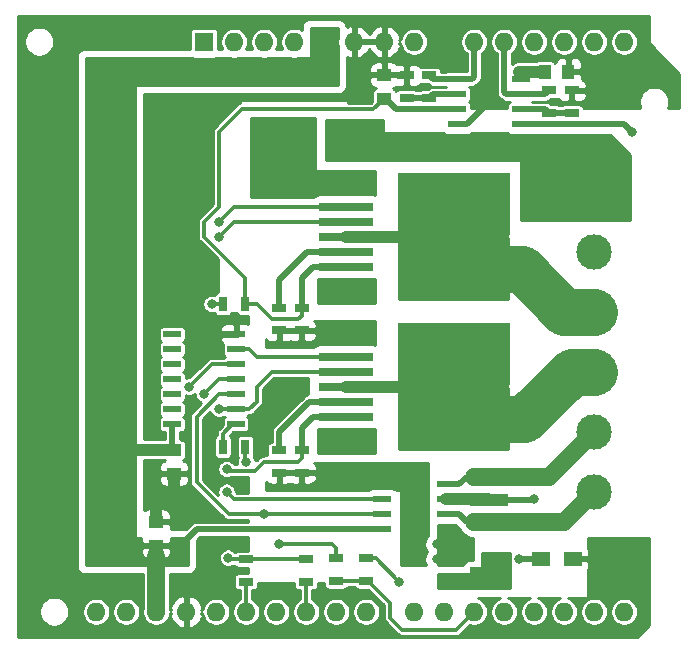
<source format=gbr>
G04 #@! TF.GenerationSoftware,KiCad,Pcbnew,(5.1.5)-2*
G04 #@! TF.CreationDate,2020-01-30T15:58:27+03:00*
G04 #@! TF.ProjectId,dccshield,64636373-6869-4656-9c64-2e6b69636164,rev?*
G04 #@! TF.SameCoordinates,Original*
G04 #@! TF.FileFunction,Copper,L1,Top*
G04 #@! TF.FilePolarity,Positive*
%FSLAX46Y46*%
G04 Gerber Fmt 4.6, Leading zero omitted, Abs format (unit mm)*
G04 Created by KiCad (PCBNEW (5.1.5)-2) date 2020-01-30 15:58:27*
%MOMM*%
%LPD*%
G04 APERTURE LIST*
%ADD10R,1.500000X1.300000*%
%ADD11O,1.600000X1.600000*%
%ADD12R,1.600000X1.600000*%
%ADD13R,3.500000X1.600000*%
%ADD14R,0.700000X1.300000*%
%ADD15R,1.300000X0.700000*%
%ADD16R,1.250000X1.000000*%
%ADD17R,1.000000X1.250000*%
%ADD18R,1.550000X0.600000*%
%ADD19R,3.200000X1.000000*%
%ADD20C,3.000000*%
%ADD21R,3.000000X3.000000*%
%ADD22R,1.175000X1.175000*%
%ADD23R,1.500000X0.600000*%
%ADD24R,4.600000X0.800000*%
%ADD25R,9.400000X10.800000*%
%ADD26R,4.550000X5.250000*%
%ADD27C,0.800000*%
%ADD28C,0.300000*%
%ADD29C,0.500000*%
%ADD30C,1.000000*%
%ADD31C,2.000000*%
%ADD32C,4.000000*%
%ADD33C,1.500000*%
%ADD34C,0.254000*%
G04 APERTURE END LIST*
D10*
X180895000Y-122555000D03*
X183595000Y-122555000D03*
D11*
X185420000Y-127000000D03*
X187960000Y-127000000D03*
X148340000Y-127000000D03*
X187960000Y-78740000D03*
X150880000Y-127000000D03*
X185420000Y-78740000D03*
X153420000Y-127000000D03*
X182880000Y-78740000D03*
X155960000Y-127000000D03*
X180340000Y-78740000D03*
X158500000Y-127000000D03*
X177800000Y-78740000D03*
X161040000Y-127000000D03*
X175260000Y-78740000D03*
X163580000Y-127000000D03*
X170180000Y-78740000D03*
X166120000Y-127000000D03*
X167640000Y-78740000D03*
X170180000Y-127000000D03*
X165100000Y-78740000D03*
X172720000Y-127000000D03*
X162560000Y-78740000D03*
X175260000Y-127000000D03*
X160020000Y-78740000D03*
X177800000Y-127000000D03*
X157480000Y-78740000D03*
X180340000Y-127000000D03*
X154940000Y-78740000D03*
X182880000Y-127000000D03*
D12*
X152400000Y-78740000D03*
D11*
X145800000Y-127000000D03*
X143260000Y-127000000D03*
D13*
X164625000Y-86995000D03*
X159225000Y-86995000D03*
D14*
X155890000Y-100965000D03*
X153990000Y-100965000D03*
D15*
X160655000Y-103185000D03*
X160655000Y-101285000D03*
D16*
X167640000Y-83550000D03*
X167640000Y-81550000D03*
X173355000Y-122190000D03*
X173355000Y-124190000D03*
X148336000Y-121396000D03*
X148336000Y-119396000D03*
X149860000Y-113300000D03*
X149860000Y-115300000D03*
D17*
X181245000Y-81280000D03*
X183245000Y-81280000D03*
D15*
X155956000Y-124460000D03*
X155956000Y-122560000D03*
X166116000Y-122494000D03*
X166116000Y-124394000D03*
X171450000Y-81600000D03*
X171450000Y-83500000D03*
X169545000Y-81600000D03*
X169545000Y-83500000D03*
D18*
X173830000Y-81915000D03*
X173830000Y-83185000D03*
X173830000Y-84455000D03*
X173830000Y-85725000D03*
X179230000Y-85725000D03*
X179230000Y-84455000D03*
X179230000Y-83185000D03*
X179230000Y-81915000D03*
D19*
X176530000Y-117550000D03*
X176530000Y-123750000D03*
D15*
X181610000Y-82870000D03*
X181610000Y-84770000D03*
X160655000Y-115250000D03*
X160655000Y-113350000D03*
X183515000Y-82870000D03*
X183515000Y-84770000D03*
X158750000Y-115250000D03*
X158750000Y-113350000D03*
X158750000Y-103185000D03*
X158750000Y-101285000D03*
X163576000Y-122494000D03*
X163576000Y-124394000D03*
X161036000Y-124460000D03*
X161036000Y-122560000D03*
D14*
X153990000Y-113030000D03*
X155890000Y-113030000D03*
D20*
X185420000Y-96520000D03*
X185420000Y-101600000D03*
D21*
X185420000Y-91440000D03*
D20*
X185420000Y-106680000D03*
X185420000Y-111760000D03*
X185420000Y-116840000D03*
D18*
X167480000Y-116205000D03*
X167480000Y-117475000D03*
X167480000Y-118745000D03*
X167480000Y-120015000D03*
X172880000Y-120015000D03*
X172880000Y-118745000D03*
X172880000Y-117475000D03*
X172880000Y-116205000D03*
D22*
X170767500Y-118697500D03*
X170767500Y-117522500D03*
X169592500Y-118697500D03*
X169592500Y-117522500D03*
D23*
X155100000Y-111125000D03*
X155100000Y-109855000D03*
X155100000Y-108585000D03*
X155100000Y-107315000D03*
X155100000Y-106045000D03*
X155100000Y-104775000D03*
X155100000Y-103505000D03*
X149700000Y-103505000D03*
X149700000Y-104775000D03*
X149700000Y-106045000D03*
X149700000Y-107315000D03*
X149700000Y-108585000D03*
X149700000Y-109855000D03*
X149700000Y-111125000D03*
D24*
X164405000Y-104140000D03*
X164405000Y-105410000D03*
X164405000Y-106680000D03*
X164405000Y-107950000D03*
X164405000Y-109220000D03*
X164405000Y-110490000D03*
X164405000Y-111760000D03*
D25*
X173555000Y-107950000D03*
D26*
X175980000Y-110725000D03*
X171130000Y-105175000D03*
X175980000Y-105175000D03*
X171130000Y-110725000D03*
D24*
X164405000Y-91440000D03*
X164405000Y-92710000D03*
X164405000Y-93980000D03*
X164405000Y-95250000D03*
X164405000Y-96520000D03*
X164405000Y-97790000D03*
X164405000Y-99060000D03*
D25*
X173555000Y-95250000D03*
D26*
X175980000Y-98025000D03*
X171130000Y-92475000D03*
X175980000Y-92475000D03*
X171130000Y-98025000D03*
D27*
X168910000Y-124460000D03*
X153670000Y-109855000D03*
X153670000Y-95250000D03*
X154305000Y-114935000D03*
X153035000Y-100965000D03*
X169545000Y-116205000D03*
X170815000Y-116205000D03*
X170815000Y-120015000D03*
X169545000Y-120015000D03*
X176530000Y-122555000D03*
X177800000Y-122555000D03*
X162560000Y-102870000D03*
X163830000Y-102870000D03*
X165100000Y-102870000D03*
X166370000Y-102870000D03*
X166370000Y-90170000D03*
X162560000Y-90170000D03*
X163830000Y-90170000D03*
X165100000Y-90170000D03*
X169545000Y-114935000D03*
X170815000Y-114935000D03*
X176530000Y-83820000D03*
X148336000Y-118364000D03*
X149860000Y-116332000D03*
X148590000Y-83820000D03*
X148590000Y-101600000D03*
X140970000Y-77470000D03*
X138430000Y-81280000D03*
X138430000Y-88900000D03*
X138430000Y-101600000D03*
X138430000Y-114300000D03*
X138430000Y-124460000D03*
X146050000Y-124460000D03*
X153150010Y-104435162D03*
X179070000Y-122555000D03*
X185420000Y-122555000D03*
X156845000Y-111125000D03*
X162560000Y-100330000D03*
X163830000Y-100330000D03*
X165100000Y-100330000D03*
X166370000Y-100330000D03*
X166370000Y-113030000D03*
X162560000Y-113030000D03*
X163830000Y-113030000D03*
X165100000Y-113030000D03*
X172085000Y-121285000D03*
X173355000Y-121285000D03*
X174625000Y-121285000D03*
X172085000Y-122555000D03*
X163195000Y-85725000D03*
X164465000Y-85725000D03*
X165735000Y-85725000D03*
X167005000Y-85725000D03*
X167005000Y-86995000D03*
X167005000Y-88265000D03*
X165735000Y-88265000D03*
X164465000Y-88265000D03*
X163195000Y-88265000D03*
X179070000Y-81280000D03*
X155956000Y-114300000D03*
X154432000Y-122428000D03*
X151130000Y-107950000D03*
X153670000Y-93980000D03*
X158750000Y-121285000D03*
X157480000Y-118745000D03*
X188595000Y-86360000D03*
X180340000Y-117475000D03*
X152400000Y-108585000D03*
X154305000Y-116840000D03*
D28*
X155960000Y-124464000D02*
X155956000Y-124460000D01*
X155960000Y-127000000D02*
X155960000Y-124464000D01*
X166944000Y-122494000D02*
X168910000Y-124460000D01*
X166116000Y-122494000D02*
X166944000Y-122494000D01*
X164405000Y-106680000D02*
X158115000Y-106680000D01*
X158115000Y-106680000D02*
X156845000Y-107950000D01*
X156210000Y-109855000D02*
X155100000Y-109855000D01*
X156845000Y-109220000D02*
X156210000Y-109855000D01*
X156845000Y-107950000D02*
X156845000Y-109220000D01*
X155100000Y-109855000D02*
X153670000Y-109855000D01*
X154940000Y-93980000D02*
X153670000Y-95250000D01*
X164405000Y-93980000D02*
X154940000Y-93980000D01*
D29*
X158750000Y-101285000D02*
X158750000Y-98900000D01*
X161130000Y-96520000D02*
X164405000Y-96520000D01*
X158750000Y-98900000D02*
X161130000Y-96520000D01*
D28*
X156210000Y-104775000D02*
X155100000Y-104775000D01*
X164405000Y-105410000D02*
X156845000Y-105410000D01*
X156845000Y-105410000D02*
X156210000Y-104775000D01*
D29*
X158750000Y-111760000D02*
X158750000Y-112500000D01*
X158750000Y-112500000D02*
X158750000Y-113350000D01*
X164405000Y-109220000D02*
X161290000Y-109220000D01*
X161290000Y-109220000D02*
X158750000Y-111760000D01*
X161605000Y-110490000D02*
X164405000Y-110490000D01*
X160655000Y-111440000D02*
X161605000Y-110490000D01*
X160655000Y-113350000D02*
X160655000Y-111440000D01*
D28*
X160655000Y-114000000D02*
X160355000Y-114300000D01*
X160655000Y-113350000D02*
X160655000Y-114000000D01*
X160355000Y-114300000D02*
X157480000Y-114300000D01*
X154420001Y-115050001D02*
X154305000Y-114935000D01*
X157480000Y-114300000D02*
X156729999Y-115050001D01*
X156729999Y-115050001D02*
X154420001Y-115050001D01*
X153990000Y-100965000D02*
X153035000Y-100965000D01*
D29*
X169592500Y-116252500D02*
X169545000Y-116205000D01*
X169495000Y-81550000D02*
X169545000Y-81600000D01*
X167640000Y-81550000D02*
X169495000Y-81550000D01*
X174625000Y-85725000D02*
X176530000Y-83820000D01*
X173830000Y-85725000D02*
X174625000Y-85725000D01*
D30*
X148336000Y-119396000D02*
X148336000Y-118364000D01*
X149860000Y-115300000D02*
X149860000Y-116332000D01*
D29*
X155100000Y-103505000D02*
X153850000Y-103505000D01*
X153850000Y-103505000D02*
X153150010Y-104204990D01*
X153150010Y-104204990D02*
X153150010Y-104435162D01*
X179070000Y-122555000D02*
X180895000Y-122555000D01*
X183595000Y-122555000D02*
X185420000Y-122555000D01*
D30*
X164405000Y-95250000D02*
X173555000Y-95250000D01*
D31*
X173555000Y-95250000D02*
X175895000Y-95250000D01*
D32*
X182880000Y-101600000D02*
X185420000Y-101600000D01*
X175980000Y-98025000D02*
X179305000Y-98025000D01*
X179305000Y-98025000D02*
X182880000Y-101600000D01*
D30*
X164405000Y-107950000D02*
X173555000Y-107950000D01*
D31*
X174825000Y-106680000D02*
X173555000Y-107950000D01*
D32*
X179470000Y-110725000D02*
X175980000Y-110725000D01*
X185420000Y-106680000D02*
X183515000Y-106680000D01*
X183515000Y-106680000D02*
X179470000Y-110725000D01*
D33*
X185420000Y-111760000D02*
X181610000Y-115570000D01*
X177800000Y-115570000D02*
X175260000Y-115570000D01*
X181610000Y-115570000D02*
X177800000Y-115570000D01*
D29*
X174790000Y-115570000D02*
X175260000Y-115570000D01*
X174625000Y-115570000D02*
X175260000Y-115570000D01*
X172880000Y-116205000D02*
X173990000Y-116205000D01*
X173990000Y-116205000D02*
X174625000Y-115570000D01*
D33*
X182880000Y-119380000D02*
X175260000Y-119380000D01*
X185420000Y-116840000D02*
X182880000Y-119380000D01*
D29*
X174625000Y-119380000D02*
X175260000Y-119380000D01*
X172880000Y-118745000D02*
X173990000Y-118745000D01*
X173990000Y-118745000D02*
X174625000Y-119380000D01*
D33*
X148340000Y-127000000D02*
X148340000Y-122305000D01*
D30*
X181245000Y-81280000D02*
X179070000Y-81280000D01*
D28*
X179230000Y-81440000D02*
X179070000Y-81280000D01*
X179230000Y-81915000D02*
X179230000Y-81440000D01*
D29*
X167480000Y-120015000D02*
X163604998Y-120015000D01*
X163604998Y-120015000D02*
X151765000Y-120015000D01*
X151765000Y-120015000D02*
X149860000Y-121920000D01*
D30*
X149860000Y-113300000D02*
X145780000Y-113300000D01*
D29*
X149700000Y-113140000D02*
X149860000Y-113300000D01*
X149700000Y-111125000D02*
X149700000Y-113140000D01*
D28*
X153990000Y-111917500D02*
X153990000Y-113030000D01*
X155100000Y-111125000D02*
X154782500Y-111125000D01*
X154782500Y-111125000D02*
X153990000Y-111917500D01*
X155890000Y-113030000D02*
X155890000Y-114234000D01*
X155890000Y-114234000D02*
X155956000Y-114300000D01*
X160086000Y-122560000D02*
X155956000Y-122560000D01*
X161036000Y-122560000D02*
X160086000Y-122560000D01*
X154564000Y-122560000D02*
X154432000Y-122428000D01*
X155956000Y-122560000D02*
X154564000Y-122560000D01*
X152400000Y-106680000D02*
X151130000Y-107950000D01*
X155100000Y-106045000D02*
X153035000Y-106045000D01*
X153035000Y-106045000D02*
X152400000Y-106680000D01*
X154940000Y-92710000D02*
X153670000Y-93980000D01*
X164405000Y-92710000D02*
X154940000Y-92710000D01*
X163258500Y-121285000D02*
X158750000Y-121285000D01*
X163576000Y-122494000D02*
X163576000Y-121602500D01*
X163576000Y-121602500D02*
X163258500Y-121285000D01*
X155100000Y-108585000D02*
X153670000Y-108585000D01*
X166405000Y-118745000D02*
X167480000Y-118745000D01*
X151765000Y-116045004D02*
X154464996Y-118745000D01*
X154464996Y-118745000D02*
X166405000Y-118745000D01*
X153670000Y-108585000D02*
X151765000Y-110490000D01*
X151765000Y-110490000D02*
X151765000Y-116045004D01*
X166116000Y-124394000D02*
X163576000Y-124394000D01*
X166304000Y-124394000D02*
X166116000Y-124394000D01*
X173736000Y-128524000D02*
X169164000Y-128524000D01*
X175260000Y-127000000D02*
X173736000Y-128524000D01*
X169164000Y-128524000D02*
X168148000Y-127508000D01*
X168148000Y-127508000D02*
X168148000Y-126238000D01*
X168148000Y-126238000D02*
X166304000Y-124394000D01*
D29*
X181295000Y-84455000D02*
X181610000Y-84770000D01*
X179230000Y-84455000D02*
X181295000Y-84455000D01*
X183515000Y-84770000D02*
X181610000Y-84770000D01*
D30*
X176455000Y-117475000D02*
X176530000Y-117550000D01*
X172880000Y-117475000D02*
X176455000Y-117475000D01*
D29*
X181610000Y-85725000D02*
X179230000Y-85725000D01*
X188595000Y-86360000D02*
X187960000Y-85725000D01*
X187960000Y-85725000D02*
X181610000Y-85725000D01*
X176530000Y-117550000D02*
X180265000Y-117550000D01*
X180265000Y-117550000D02*
X180340000Y-117475000D01*
D28*
X155100000Y-107315000D02*
X153670000Y-107315000D01*
X153670000Y-107315000D02*
X152400000Y-108585000D01*
X167480000Y-117475000D02*
X154940000Y-117475000D01*
X154940000Y-117475000D02*
X154305000Y-116840000D01*
D29*
X181295000Y-83185000D02*
X181610000Y-82870000D01*
X179230000Y-83185000D02*
X181295000Y-83185000D01*
X177955000Y-83185000D02*
X179230000Y-83185000D01*
X177800000Y-83030000D02*
X177955000Y-83185000D01*
X177800000Y-78740000D02*
X177800000Y-83030000D01*
X171765000Y-81915000D02*
X171450000Y-81600000D01*
X173830000Y-81915000D02*
X171765000Y-81915000D01*
X175105000Y-81915000D02*
X173830000Y-81915000D01*
X175260000Y-81760000D02*
X175105000Y-81915000D01*
X175260000Y-78740000D02*
X175260000Y-81760000D01*
X171765000Y-83185000D02*
X171450000Y-83500000D01*
X173830000Y-83185000D02*
X171765000Y-83185000D01*
X169545000Y-83500000D02*
X171450000Y-83500000D01*
X172555000Y-84455000D02*
X173830000Y-84455000D01*
X168670000Y-84455000D02*
X172555000Y-84455000D01*
X167765000Y-83550000D02*
X168670000Y-84455000D01*
X167640000Y-83550000D02*
X167765000Y-83550000D01*
X161605000Y-97790000D02*
X164405000Y-97790000D01*
X160655000Y-98740000D02*
X161605000Y-97790000D01*
X160655000Y-101285000D02*
X160655000Y-98740000D01*
D28*
X160355000Y-102235000D02*
X158110000Y-102235000D01*
X160655000Y-101285000D02*
X160655000Y-101935000D01*
X160655000Y-101935000D02*
X160355000Y-102235000D01*
X156840000Y-100965000D02*
X155890000Y-100965000D01*
X158110000Y-102235000D02*
X156840000Y-100965000D01*
X152400000Y-95250000D02*
X155890000Y-98740000D01*
X152400000Y-93980000D02*
X152400000Y-95250000D01*
X153670000Y-92710000D02*
X152400000Y-93980000D01*
X167640000Y-83550000D02*
X166735000Y-84455000D01*
X155575000Y-84455000D02*
X153670000Y-86360000D01*
X155890000Y-98740000D02*
X155890000Y-100965000D01*
X166735000Y-84455000D02*
X155575000Y-84455000D01*
X153670000Y-86360000D02*
X153670000Y-92710000D01*
X161040000Y-124464000D02*
X161036000Y-124460000D01*
X161040000Y-127000000D02*
X161040000Y-124464000D01*
D34*
G36*
X173968470Y-119975049D02*
G01*
X173996183Y-120008817D01*
X174029951Y-120036530D01*
X174029953Y-120036532D01*
X174048723Y-120051936D01*
X174102843Y-120153188D01*
X174275919Y-120364081D01*
X174486812Y-120537157D01*
X174727419Y-120665764D01*
X174988493Y-120744960D01*
X175133000Y-120759193D01*
X175133000Y-122611928D01*
X174930000Y-122611928D01*
X174805518Y-122624188D01*
X174685820Y-122660498D01*
X174575506Y-122719463D01*
X174478815Y-122798815D01*
X174399463Y-122895506D01*
X174340498Y-123005820D01*
X174323153Y-123063000D01*
X174092420Y-123063000D01*
X173980000Y-123051928D01*
X172730000Y-123051928D01*
X172617580Y-123063000D01*
X172212000Y-123063000D01*
X172212000Y-119683072D01*
X173655000Y-119683072D01*
X173674566Y-119681145D01*
X173968470Y-119975049D01*
G37*
X173968470Y-119975049D02*
X173996183Y-120008817D01*
X174029951Y-120036530D01*
X174029953Y-120036532D01*
X174048723Y-120051936D01*
X174102843Y-120153188D01*
X174275919Y-120364081D01*
X174486812Y-120537157D01*
X174727419Y-120665764D01*
X174988493Y-120744960D01*
X175133000Y-120759193D01*
X175133000Y-122611928D01*
X174930000Y-122611928D01*
X174805518Y-122624188D01*
X174685820Y-122660498D01*
X174575506Y-122719463D01*
X174478815Y-122798815D01*
X174399463Y-122895506D01*
X174340498Y-123005820D01*
X174323153Y-123063000D01*
X174092420Y-123063000D01*
X173980000Y-123051928D01*
X172730000Y-123051928D01*
X172617580Y-123063000D01*
X172212000Y-123063000D01*
X172212000Y-119683072D01*
X173655000Y-119683072D01*
X173674566Y-119681145D01*
X173968470Y-119975049D01*
G36*
X166878000Y-104398906D02*
G01*
X166829482Y-104384188D01*
X166705000Y-104371928D01*
X162105000Y-104371928D01*
X161980518Y-104384188D01*
X161860820Y-104420498D01*
X161750506Y-104479463D01*
X161653815Y-104558815D01*
X161599499Y-104625000D01*
X157607000Y-104625000D01*
X157607000Y-103935233D01*
X157648815Y-103986185D01*
X157745506Y-104065537D01*
X157855820Y-104124502D01*
X157975518Y-104160812D01*
X158100000Y-104173072D01*
X158464250Y-104170000D01*
X158623000Y-104011250D01*
X158623000Y-103312000D01*
X158877000Y-103312000D01*
X158877000Y-104011250D01*
X159035750Y-104170000D01*
X159400000Y-104173072D01*
X159524482Y-104160812D01*
X159644180Y-104124502D01*
X159702500Y-104093329D01*
X159760820Y-104124502D01*
X159880518Y-104160812D01*
X160005000Y-104173072D01*
X160369250Y-104170000D01*
X160528000Y-104011250D01*
X160528000Y-103312000D01*
X160782000Y-103312000D01*
X160782000Y-104011250D01*
X160940750Y-104170000D01*
X161305000Y-104173072D01*
X161429482Y-104160812D01*
X161549180Y-104124502D01*
X161659494Y-104065537D01*
X161756185Y-103986185D01*
X161835537Y-103889494D01*
X161894502Y-103779180D01*
X161930812Y-103659482D01*
X161943072Y-103535000D01*
X161940000Y-103470750D01*
X161781250Y-103312000D01*
X160782000Y-103312000D01*
X160528000Y-103312000D01*
X158877000Y-103312000D01*
X158623000Y-103312000D01*
X158603000Y-103312000D01*
X158603000Y-103058000D01*
X158623000Y-103058000D01*
X158623000Y-103038000D01*
X158877000Y-103038000D01*
X158877000Y-103058000D01*
X160528000Y-103058000D01*
X160528000Y-103038000D01*
X160782000Y-103038000D01*
X160782000Y-103058000D01*
X161781250Y-103058000D01*
X161940000Y-102899250D01*
X161943072Y-102835000D01*
X161930812Y-102710518D01*
X161894502Y-102590820D01*
X161835537Y-102480506D01*
X161756185Y-102383815D01*
X161729603Y-102362000D01*
X166878000Y-102362000D01*
X166878000Y-104398906D01*
G37*
X166878000Y-104398906D02*
X166829482Y-104384188D01*
X166705000Y-104371928D01*
X162105000Y-104371928D01*
X161980518Y-104384188D01*
X161860820Y-104420498D01*
X161750506Y-104479463D01*
X161653815Y-104558815D01*
X161599499Y-104625000D01*
X157607000Y-104625000D01*
X157607000Y-103935233D01*
X157648815Y-103986185D01*
X157745506Y-104065537D01*
X157855820Y-104124502D01*
X157975518Y-104160812D01*
X158100000Y-104173072D01*
X158464250Y-104170000D01*
X158623000Y-104011250D01*
X158623000Y-103312000D01*
X158877000Y-103312000D01*
X158877000Y-104011250D01*
X159035750Y-104170000D01*
X159400000Y-104173072D01*
X159524482Y-104160812D01*
X159644180Y-104124502D01*
X159702500Y-104093329D01*
X159760820Y-104124502D01*
X159880518Y-104160812D01*
X160005000Y-104173072D01*
X160369250Y-104170000D01*
X160528000Y-104011250D01*
X160528000Y-103312000D01*
X160782000Y-103312000D01*
X160782000Y-104011250D01*
X160940750Y-104170000D01*
X161305000Y-104173072D01*
X161429482Y-104160812D01*
X161549180Y-104124502D01*
X161659494Y-104065537D01*
X161756185Y-103986185D01*
X161835537Y-103889494D01*
X161894502Y-103779180D01*
X161930812Y-103659482D01*
X161943072Y-103535000D01*
X161940000Y-103470750D01*
X161781250Y-103312000D01*
X160782000Y-103312000D01*
X160528000Y-103312000D01*
X158877000Y-103312000D01*
X158623000Y-103312000D01*
X158603000Y-103312000D01*
X158603000Y-103058000D01*
X158623000Y-103058000D01*
X158623000Y-103038000D01*
X158877000Y-103038000D01*
X158877000Y-103058000D01*
X160528000Y-103058000D01*
X160528000Y-103038000D01*
X160782000Y-103038000D01*
X160782000Y-103058000D01*
X161781250Y-103058000D01*
X161940000Y-102899250D01*
X161943072Y-102835000D01*
X161930812Y-102710518D01*
X161894502Y-102590820D01*
X161835537Y-102480506D01*
X161756185Y-102383815D01*
X161729603Y-102362000D01*
X166878000Y-102362000D01*
X166878000Y-104398906D01*
G36*
X161798000Y-89535000D02*
G01*
X161800440Y-89559776D01*
X161807667Y-89583601D01*
X161819403Y-89605557D01*
X161835197Y-89624803D01*
X161854443Y-89640597D01*
X161876399Y-89652333D01*
X161900224Y-89659560D01*
X161925000Y-89662000D01*
X166840800Y-89662000D01*
X166840800Y-91687621D01*
X166829482Y-91684188D01*
X166705000Y-91671928D01*
X162105000Y-91671928D01*
X161980518Y-91684188D01*
X161860820Y-91720498D01*
X161750506Y-91779463D01*
X161653815Y-91858815D01*
X161599499Y-91925000D01*
X156337000Y-91925000D01*
X156337000Y-85240000D01*
X161798000Y-85240000D01*
X161798000Y-89535000D01*
G37*
X161798000Y-89535000D02*
X161800440Y-89559776D01*
X161807667Y-89583601D01*
X161819403Y-89605557D01*
X161835197Y-89624803D01*
X161854443Y-89640597D01*
X161876399Y-89652333D01*
X161900224Y-89659560D01*
X161925000Y-89662000D01*
X166840800Y-89662000D01*
X166840800Y-91687621D01*
X166829482Y-91684188D01*
X166705000Y-91671928D01*
X162105000Y-91671928D01*
X161980518Y-91684188D01*
X161860820Y-91720498D01*
X161750506Y-91779463D01*
X161653815Y-91858815D01*
X161599499Y-91925000D01*
X156337000Y-91925000D01*
X156337000Y-85240000D01*
X161798000Y-85240000D01*
X161798000Y-89535000D01*
G36*
X166878000Y-113538000D02*
G01*
X162052000Y-113538000D01*
X162052000Y-111522852D01*
X162105000Y-111528072D01*
X166705000Y-111528072D01*
X166829482Y-111515812D01*
X166878000Y-111501094D01*
X166878000Y-113538000D01*
G37*
X166878000Y-113538000D02*
X162052000Y-113538000D01*
X162052000Y-111522852D01*
X162105000Y-111528072D01*
X166705000Y-111528072D01*
X166829482Y-111515812D01*
X166878000Y-111501094D01*
X166878000Y-113538000D01*
G36*
X166878000Y-100838000D02*
G01*
X162052000Y-100838000D01*
X162052000Y-98822852D01*
X162105000Y-98828072D01*
X166705000Y-98828072D01*
X166829482Y-98815812D01*
X166878000Y-98801094D01*
X166878000Y-100838000D01*
G37*
X166878000Y-100838000D02*
X162052000Y-100838000D01*
X162052000Y-98822852D01*
X162105000Y-98828072D01*
X166705000Y-98828072D01*
X166829482Y-98815812D01*
X166878000Y-98801094D01*
X166878000Y-100838000D01*
G36*
X171323000Y-120583289D02*
G01*
X171281063Y-120625226D01*
X171167795Y-120794744D01*
X171089774Y-120983102D01*
X171050000Y-121183061D01*
X171050000Y-121386939D01*
X171089774Y-121586898D01*
X171167795Y-121775256D01*
X171264510Y-121920000D01*
X171167795Y-122064744D01*
X171089774Y-122253102D01*
X171050000Y-122453061D01*
X171050000Y-122656939D01*
X171089774Y-122856898D01*
X171167795Y-123045256D01*
X171179651Y-123063000D01*
X169037000Y-123063000D01*
X169037000Y-116840000D01*
X169034560Y-116815224D01*
X169027333Y-116791399D01*
X169015597Y-116769443D01*
X168999803Y-116750197D01*
X168980557Y-116734403D01*
X168958601Y-116722667D01*
X168934776Y-116715440D01*
X168910000Y-116713000D01*
X168693007Y-116713000D01*
X168609494Y-116644463D01*
X168499180Y-116585498D01*
X168379482Y-116549188D01*
X168255000Y-116536928D01*
X166705000Y-116536928D01*
X166580518Y-116549188D01*
X166460820Y-116585498D01*
X166350506Y-116644463D01*
X166295019Y-116690000D01*
X157607000Y-116690000D01*
X157607000Y-116000233D01*
X157648815Y-116051185D01*
X157745506Y-116130537D01*
X157855820Y-116189502D01*
X157975518Y-116225812D01*
X158100000Y-116238072D01*
X158464250Y-116235000D01*
X158623000Y-116076250D01*
X158623000Y-115377000D01*
X158877000Y-115377000D01*
X158877000Y-116076250D01*
X159035750Y-116235000D01*
X159400000Y-116238072D01*
X159524482Y-116225812D01*
X159644180Y-116189502D01*
X159702500Y-116158329D01*
X159760820Y-116189502D01*
X159880518Y-116225812D01*
X160005000Y-116238072D01*
X160369250Y-116235000D01*
X160528000Y-116076250D01*
X160528000Y-115377000D01*
X160782000Y-115377000D01*
X160782000Y-116076250D01*
X160940750Y-116235000D01*
X161305000Y-116238072D01*
X161429482Y-116225812D01*
X161549180Y-116189502D01*
X161659494Y-116130537D01*
X161756185Y-116051185D01*
X161835537Y-115954494D01*
X161894502Y-115844180D01*
X161930812Y-115724482D01*
X161943072Y-115600000D01*
X161940000Y-115535750D01*
X161781250Y-115377000D01*
X160782000Y-115377000D01*
X160528000Y-115377000D01*
X158877000Y-115377000D01*
X158623000Y-115377000D01*
X158603000Y-115377000D01*
X158603000Y-115123000D01*
X158623000Y-115123000D01*
X158623000Y-115103000D01*
X158877000Y-115103000D01*
X158877000Y-115123000D01*
X160528000Y-115123000D01*
X160528000Y-115103000D01*
X160782000Y-115103000D01*
X160782000Y-115123000D01*
X161781250Y-115123000D01*
X161940000Y-114964250D01*
X161943072Y-114900000D01*
X161930812Y-114775518D01*
X161894502Y-114655820D01*
X161835537Y-114545506D01*
X161756185Y-114448815D01*
X161729603Y-114427000D01*
X171323000Y-114427000D01*
X171323000Y-120583289D01*
G37*
X171323000Y-120583289D02*
X171281063Y-120625226D01*
X171167795Y-120794744D01*
X171089774Y-120983102D01*
X171050000Y-121183061D01*
X171050000Y-121386939D01*
X171089774Y-121586898D01*
X171167795Y-121775256D01*
X171264510Y-121920000D01*
X171167795Y-122064744D01*
X171089774Y-122253102D01*
X171050000Y-122453061D01*
X171050000Y-122656939D01*
X171089774Y-122856898D01*
X171167795Y-123045256D01*
X171179651Y-123063000D01*
X169037000Y-123063000D01*
X169037000Y-116840000D01*
X169034560Y-116815224D01*
X169027333Y-116791399D01*
X169015597Y-116769443D01*
X168999803Y-116750197D01*
X168980557Y-116734403D01*
X168958601Y-116722667D01*
X168934776Y-116715440D01*
X168910000Y-116713000D01*
X168693007Y-116713000D01*
X168609494Y-116644463D01*
X168499180Y-116585498D01*
X168379482Y-116549188D01*
X168255000Y-116536928D01*
X166705000Y-116536928D01*
X166580518Y-116549188D01*
X166460820Y-116585498D01*
X166350506Y-116644463D01*
X166295019Y-116690000D01*
X157607000Y-116690000D01*
X157607000Y-116000233D01*
X157648815Y-116051185D01*
X157745506Y-116130537D01*
X157855820Y-116189502D01*
X157975518Y-116225812D01*
X158100000Y-116238072D01*
X158464250Y-116235000D01*
X158623000Y-116076250D01*
X158623000Y-115377000D01*
X158877000Y-115377000D01*
X158877000Y-116076250D01*
X159035750Y-116235000D01*
X159400000Y-116238072D01*
X159524482Y-116225812D01*
X159644180Y-116189502D01*
X159702500Y-116158329D01*
X159760820Y-116189502D01*
X159880518Y-116225812D01*
X160005000Y-116238072D01*
X160369250Y-116235000D01*
X160528000Y-116076250D01*
X160528000Y-115377000D01*
X160782000Y-115377000D01*
X160782000Y-116076250D01*
X160940750Y-116235000D01*
X161305000Y-116238072D01*
X161429482Y-116225812D01*
X161549180Y-116189502D01*
X161659494Y-116130537D01*
X161756185Y-116051185D01*
X161835537Y-115954494D01*
X161894502Y-115844180D01*
X161930812Y-115724482D01*
X161943072Y-115600000D01*
X161940000Y-115535750D01*
X161781250Y-115377000D01*
X160782000Y-115377000D01*
X160528000Y-115377000D01*
X158877000Y-115377000D01*
X158623000Y-115377000D01*
X158603000Y-115377000D01*
X158603000Y-115123000D01*
X158623000Y-115123000D01*
X158623000Y-115103000D01*
X158877000Y-115103000D01*
X158877000Y-115123000D01*
X160528000Y-115123000D01*
X160528000Y-115103000D01*
X160782000Y-115103000D01*
X160782000Y-115123000D01*
X161781250Y-115123000D01*
X161940000Y-114964250D01*
X161943072Y-114900000D01*
X161930812Y-114775518D01*
X161894502Y-114655820D01*
X161835537Y-114545506D01*
X161756185Y-114448815D01*
X161729603Y-114427000D01*
X171323000Y-114427000D01*
X171323000Y-120583289D01*
G36*
X178308000Y-124968000D02*
G01*
X172212000Y-124968000D01*
X172212000Y-123825000D01*
X175260000Y-123825000D01*
X175383882Y-123812799D01*
X175503004Y-123776664D01*
X175612787Y-123717983D01*
X175709013Y-123639013D01*
X175787983Y-123542787D01*
X175846664Y-123433004D01*
X175882799Y-123313882D01*
X175895000Y-123190000D01*
X175895000Y-122047000D01*
X178308000Y-122047000D01*
X178308000Y-124968000D01*
G37*
X178308000Y-124968000D02*
X172212000Y-124968000D01*
X172212000Y-123825000D01*
X175260000Y-123825000D01*
X175383882Y-123812799D01*
X175503004Y-123776664D01*
X175612787Y-123717983D01*
X175709013Y-123639013D01*
X175787983Y-123542787D01*
X175846664Y-123433004D01*
X175882799Y-123313882D01*
X175895000Y-123190000D01*
X175895000Y-122047000D01*
X178308000Y-122047000D01*
X178308000Y-124968000D01*
G36*
X163703000Y-78407629D02*
G01*
X163665000Y-78598665D01*
X163665000Y-78881335D01*
X163703000Y-79072371D01*
X163703000Y-82423000D01*
X146685000Y-82423000D01*
X146660224Y-82425440D01*
X146636399Y-82432667D01*
X146614443Y-82444403D01*
X146595197Y-82460197D01*
X146579403Y-82479443D01*
X146567667Y-82501399D01*
X146560440Y-82525224D01*
X146558000Y-82550000D01*
X146558000Y-120650000D01*
X146560440Y-120674776D01*
X146567667Y-120698601D01*
X146579403Y-120720557D01*
X146595197Y-120739803D01*
X146614443Y-120755597D01*
X146636399Y-120767333D01*
X146660224Y-120774560D01*
X146685000Y-120777000D01*
X147084648Y-120777000D01*
X147072928Y-120896000D01*
X147076000Y-121110250D01*
X147234750Y-121269000D01*
X148209000Y-121269000D01*
X148209000Y-121249000D01*
X148463000Y-121249000D01*
X148463000Y-121269000D01*
X149437250Y-121269000D01*
X149596000Y-121110250D01*
X149599072Y-120896000D01*
X149587352Y-120777000D01*
X151003000Y-120777000D01*
X151003000Y-123063000D01*
X142367000Y-123063000D01*
X142367000Y-121896000D01*
X147072928Y-121896000D01*
X147085188Y-122020482D01*
X147121498Y-122140180D01*
X147180463Y-122250494D01*
X147259815Y-122347185D01*
X147356506Y-122426537D01*
X147466820Y-122485502D01*
X147586518Y-122521812D01*
X147711000Y-122534072D01*
X148050250Y-122531000D01*
X148209000Y-122372250D01*
X148209000Y-121523000D01*
X148463000Y-121523000D01*
X148463000Y-122372250D01*
X148621750Y-122531000D01*
X148961000Y-122534072D01*
X149085482Y-122521812D01*
X149205180Y-122485502D01*
X149315494Y-122426537D01*
X149412185Y-122347185D01*
X149491537Y-122250494D01*
X149550502Y-122140180D01*
X149586812Y-122020482D01*
X149599072Y-121896000D01*
X149596000Y-121681750D01*
X149437250Y-121523000D01*
X148463000Y-121523000D01*
X148209000Y-121523000D01*
X147234750Y-121523000D01*
X147076000Y-121681750D01*
X147072928Y-121896000D01*
X142367000Y-121896000D01*
X142367000Y-80137000D01*
X151380538Y-80137000D01*
X151475518Y-80165812D01*
X151600000Y-80178072D01*
X153200000Y-80178072D01*
X153324482Y-80165812D01*
X153419462Y-80137000D01*
X154607629Y-80137000D01*
X154798665Y-80175000D01*
X155081335Y-80175000D01*
X155272371Y-80137000D01*
X157147629Y-80137000D01*
X157338665Y-80175000D01*
X157621335Y-80175000D01*
X157812371Y-80137000D01*
X159687629Y-80137000D01*
X159878665Y-80175000D01*
X160161335Y-80175000D01*
X160352371Y-80137000D01*
X161290000Y-80137000D01*
X161314776Y-80134560D01*
X161338601Y-80127333D01*
X161360557Y-80115597D01*
X161379803Y-80099803D01*
X161395597Y-80080557D01*
X161407333Y-80058601D01*
X161414560Y-80034776D01*
X161417000Y-80010000D01*
X161417000Y-79072371D01*
X161455000Y-78881335D01*
X161455000Y-78598665D01*
X161417000Y-78407629D01*
X161417000Y-77597000D01*
X163703000Y-77597000D01*
X163703000Y-78407629D01*
G37*
X163703000Y-78407629D02*
X163665000Y-78598665D01*
X163665000Y-78881335D01*
X163703000Y-79072371D01*
X163703000Y-82423000D01*
X146685000Y-82423000D01*
X146660224Y-82425440D01*
X146636399Y-82432667D01*
X146614443Y-82444403D01*
X146595197Y-82460197D01*
X146579403Y-82479443D01*
X146567667Y-82501399D01*
X146560440Y-82525224D01*
X146558000Y-82550000D01*
X146558000Y-120650000D01*
X146560440Y-120674776D01*
X146567667Y-120698601D01*
X146579403Y-120720557D01*
X146595197Y-120739803D01*
X146614443Y-120755597D01*
X146636399Y-120767333D01*
X146660224Y-120774560D01*
X146685000Y-120777000D01*
X147084648Y-120777000D01*
X147072928Y-120896000D01*
X147076000Y-121110250D01*
X147234750Y-121269000D01*
X148209000Y-121269000D01*
X148209000Y-121249000D01*
X148463000Y-121249000D01*
X148463000Y-121269000D01*
X149437250Y-121269000D01*
X149596000Y-121110250D01*
X149599072Y-120896000D01*
X149587352Y-120777000D01*
X151003000Y-120777000D01*
X151003000Y-123063000D01*
X142367000Y-123063000D01*
X142367000Y-121896000D01*
X147072928Y-121896000D01*
X147085188Y-122020482D01*
X147121498Y-122140180D01*
X147180463Y-122250494D01*
X147259815Y-122347185D01*
X147356506Y-122426537D01*
X147466820Y-122485502D01*
X147586518Y-122521812D01*
X147711000Y-122534072D01*
X148050250Y-122531000D01*
X148209000Y-122372250D01*
X148209000Y-121523000D01*
X148463000Y-121523000D01*
X148463000Y-122372250D01*
X148621750Y-122531000D01*
X148961000Y-122534072D01*
X149085482Y-122521812D01*
X149205180Y-122485502D01*
X149315494Y-122426537D01*
X149412185Y-122347185D01*
X149491537Y-122250494D01*
X149550502Y-122140180D01*
X149586812Y-122020482D01*
X149599072Y-121896000D01*
X149596000Y-121681750D01*
X149437250Y-121523000D01*
X148463000Y-121523000D01*
X148209000Y-121523000D01*
X147234750Y-121523000D01*
X147076000Y-121681750D01*
X147072928Y-121896000D01*
X142367000Y-121896000D01*
X142367000Y-80137000D01*
X151380538Y-80137000D01*
X151475518Y-80165812D01*
X151600000Y-80178072D01*
X153200000Y-80178072D01*
X153324482Y-80165812D01*
X153419462Y-80137000D01*
X154607629Y-80137000D01*
X154798665Y-80175000D01*
X155081335Y-80175000D01*
X155272371Y-80137000D01*
X157147629Y-80137000D01*
X157338665Y-80175000D01*
X157621335Y-80175000D01*
X157812371Y-80137000D01*
X159687629Y-80137000D01*
X159878665Y-80175000D01*
X160161335Y-80175000D01*
X160352371Y-80137000D01*
X161290000Y-80137000D01*
X161314776Y-80134560D01*
X161338601Y-80127333D01*
X161360557Y-80115597D01*
X161379803Y-80099803D01*
X161395597Y-80080557D01*
X161407333Y-80058601D01*
X161414560Y-80034776D01*
X161417000Y-80010000D01*
X161417000Y-79072371D01*
X161455000Y-78881335D01*
X161455000Y-78598665D01*
X161417000Y-78407629D01*
X161417000Y-77597000D01*
X163703000Y-77597000D01*
X163703000Y-78407629D01*
G36*
X167513000Y-86360000D02*
G01*
X167515440Y-86384776D01*
X167522667Y-86408601D01*
X167534403Y-86430557D01*
X167550197Y-86449803D01*
X167569443Y-86465597D01*
X167591399Y-86477333D01*
X167615224Y-86484560D01*
X167640000Y-86487000D01*
X172616993Y-86487000D01*
X172700506Y-86555537D01*
X172810820Y-86614502D01*
X172930518Y-86650812D01*
X173055000Y-86663072D01*
X174605000Y-86663072D01*
X174729482Y-86650812D01*
X174849180Y-86614502D01*
X174959494Y-86555537D01*
X174979893Y-86538796D01*
X175076798Y-86487000D01*
X178016993Y-86487000D01*
X178100506Y-86555537D01*
X178210820Y-86614502D01*
X178330518Y-86650812D01*
X178455000Y-86663072D01*
X180005000Y-86663072D01*
X180129482Y-86650812D01*
X180249180Y-86614502D01*
X180257603Y-86610000D01*
X186760394Y-86610000D01*
X188468000Y-88317606D01*
X188468000Y-93853000D01*
X179197000Y-93853000D01*
X179197000Y-88900000D01*
X179194560Y-88875224D01*
X179187333Y-88851399D01*
X179175597Y-88829443D01*
X179159803Y-88810197D01*
X179140557Y-88794403D01*
X179118601Y-88782667D01*
X179094776Y-88775440D01*
X179070000Y-88773000D01*
X162687000Y-88773000D01*
X162687000Y-85377763D01*
X167513000Y-85377763D01*
X167513000Y-86360000D01*
G37*
X167513000Y-86360000D02*
X167515440Y-86384776D01*
X167522667Y-86408601D01*
X167534403Y-86430557D01*
X167550197Y-86449803D01*
X167569443Y-86465597D01*
X167591399Y-86477333D01*
X167615224Y-86484560D01*
X167640000Y-86487000D01*
X172616993Y-86487000D01*
X172700506Y-86555537D01*
X172810820Y-86614502D01*
X172930518Y-86650812D01*
X173055000Y-86663072D01*
X174605000Y-86663072D01*
X174729482Y-86650812D01*
X174849180Y-86614502D01*
X174959494Y-86555537D01*
X174979893Y-86538796D01*
X175076798Y-86487000D01*
X178016993Y-86487000D01*
X178100506Y-86555537D01*
X178210820Y-86614502D01*
X178330518Y-86650812D01*
X178455000Y-86663072D01*
X180005000Y-86663072D01*
X180129482Y-86650812D01*
X180249180Y-86614502D01*
X180257603Y-86610000D01*
X186760394Y-86610000D01*
X188468000Y-88317606D01*
X188468000Y-93853000D01*
X179197000Y-93853000D01*
X179197000Y-88900000D01*
X179194560Y-88875224D01*
X179187333Y-88851399D01*
X179175597Y-88829443D01*
X179159803Y-88810197D01*
X179140557Y-88794403D01*
X179118601Y-88782667D01*
X179094776Y-88775440D01*
X179070000Y-88773000D01*
X162687000Y-88773000D01*
X162687000Y-85377763D01*
X167513000Y-85377763D01*
X167513000Y-86360000D01*
G36*
X190094000Y-78720067D02*
G01*
X190092037Y-78740000D01*
X190094000Y-78759933D01*
X190094000Y-78759940D01*
X190099875Y-78819589D01*
X190123090Y-78896120D01*
X190160790Y-78966652D01*
X190211526Y-79028474D01*
X190227024Y-79041193D01*
X192634001Y-81448172D01*
X192634001Y-84328000D01*
X191665300Y-84328000D01*
X191722156Y-84190737D01*
X191771000Y-83945183D01*
X191771000Y-83694817D01*
X191722156Y-83449263D01*
X191626346Y-83217956D01*
X191487250Y-83009785D01*
X191310215Y-82832750D01*
X191102044Y-82693654D01*
X190870737Y-82597844D01*
X190625183Y-82549000D01*
X190374817Y-82549000D01*
X190129263Y-82597844D01*
X189897956Y-82693654D01*
X189689785Y-82832750D01*
X189512750Y-83009785D01*
X189373654Y-83217956D01*
X189277844Y-83449263D01*
X189229000Y-83694817D01*
X189229000Y-83945183D01*
X189277844Y-84190737D01*
X189334700Y-84328000D01*
X184535236Y-84328000D01*
X184518701Y-84273492D01*
X184483322Y-84207304D01*
X184435711Y-84149289D01*
X184377696Y-84101678D01*
X184311508Y-84066299D01*
X184239689Y-84044513D01*
X184165000Y-84037157D01*
X182865000Y-84037157D01*
X182790311Y-84044513D01*
X182718492Y-84066299D01*
X182652304Y-84101678D01*
X182606826Y-84139000D01*
X182518174Y-84139000D01*
X182472696Y-84101678D01*
X182406508Y-84066299D01*
X182334689Y-84044513D01*
X182260000Y-84037157D01*
X181769525Y-84037157D01*
X181763105Y-84030737D01*
X181743343Y-84006657D01*
X181647261Y-83927804D01*
X181537642Y-83869211D01*
X181418698Y-83833130D01*
X181325998Y-83824000D01*
X181325990Y-83824000D01*
X181295000Y-83820948D01*
X181264010Y-83824000D01*
X180193978Y-83824000D01*
X180186494Y-83820000D01*
X180193978Y-83816000D01*
X181264010Y-83816000D01*
X181295000Y-83819052D01*
X181325990Y-83816000D01*
X181325998Y-83816000D01*
X181418698Y-83806870D01*
X181537642Y-83770789D01*
X181647261Y-83712196D01*
X181743343Y-83633343D01*
X181763105Y-83609263D01*
X181769525Y-83602843D01*
X182260000Y-83602843D01*
X182334689Y-83595487D01*
X182348302Y-83591357D01*
X182413815Y-83671185D01*
X182510506Y-83750537D01*
X182620820Y-83809502D01*
X182740518Y-83845812D01*
X182865000Y-83858072D01*
X183229250Y-83855000D01*
X183388000Y-83696250D01*
X183388000Y-82997000D01*
X183642000Y-82997000D01*
X183642000Y-83696250D01*
X183800750Y-83855000D01*
X184165000Y-83858072D01*
X184289482Y-83845812D01*
X184409180Y-83809502D01*
X184519494Y-83750537D01*
X184616185Y-83671185D01*
X184695537Y-83574494D01*
X184754502Y-83464180D01*
X184790812Y-83344482D01*
X184803072Y-83220000D01*
X184800000Y-83155750D01*
X184641250Y-82997000D01*
X183642000Y-82997000D01*
X183388000Y-82997000D01*
X183368000Y-82997000D01*
X183368000Y-82743000D01*
X183388000Y-82743000D01*
X183388000Y-82723000D01*
X183642000Y-82723000D01*
X183642000Y-82743000D01*
X184641250Y-82743000D01*
X184800000Y-82584250D01*
X184803072Y-82520000D01*
X184790812Y-82395518D01*
X184754502Y-82275820D01*
X184695537Y-82165506D01*
X184616185Y-82068815D01*
X184519494Y-81989463D01*
X184409180Y-81930498D01*
X184381391Y-81922068D01*
X184383072Y-81905000D01*
X184380000Y-81565750D01*
X184221250Y-81407000D01*
X183372000Y-81407000D01*
X183372000Y-81427000D01*
X183118000Y-81427000D01*
X183118000Y-81407000D01*
X183098000Y-81407000D01*
X183098000Y-81153000D01*
X183118000Y-81153000D01*
X183118000Y-80178750D01*
X183372000Y-80178750D01*
X183372000Y-81153000D01*
X184221250Y-81153000D01*
X184380000Y-80994250D01*
X184383072Y-80655000D01*
X184370812Y-80530518D01*
X184334502Y-80410820D01*
X184275537Y-80300506D01*
X184196185Y-80203815D01*
X184099494Y-80124463D01*
X183989180Y-80065498D01*
X183869482Y-80029188D01*
X183745000Y-80016928D01*
X183530750Y-80020000D01*
X183372000Y-80178750D01*
X183118000Y-80178750D01*
X182959250Y-80020000D01*
X182745000Y-80016928D01*
X182620518Y-80029188D01*
X182500820Y-80065498D01*
X182390506Y-80124463D01*
X182293815Y-80203815D01*
X182214463Y-80300506D01*
X182155498Y-80410820D01*
X182119188Y-80530518D01*
X182115804Y-80564874D01*
X182098701Y-80508492D01*
X182063322Y-80442304D01*
X182015711Y-80384289D01*
X181957696Y-80336678D01*
X181891508Y-80301299D01*
X181819689Y-80279513D01*
X181745000Y-80272157D01*
X180745000Y-80272157D01*
X180670311Y-80279513D01*
X180598492Y-80301299D01*
X180532304Y-80336678D01*
X180474289Y-80384289D01*
X180462216Y-80399000D01*
X179026727Y-80399000D01*
X178897294Y-80411748D01*
X178731225Y-80462125D01*
X178578175Y-80543932D01*
X178444025Y-80654025D01*
X178431000Y-80669896D01*
X178431000Y-79738755D01*
X178552843Y-79657342D01*
X178717342Y-79492843D01*
X178846588Y-79299413D01*
X178935614Y-79084485D01*
X178981000Y-78856318D01*
X178981000Y-78623682D01*
X179159000Y-78623682D01*
X179159000Y-78856318D01*
X179204386Y-79084485D01*
X179293412Y-79299413D01*
X179422658Y-79492843D01*
X179587157Y-79657342D01*
X179780587Y-79786588D01*
X179995515Y-79875614D01*
X180223682Y-79921000D01*
X180456318Y-79921000D01*
X180684485Y-79875614D01*
X180899413Y-79786588D01*
X181092843Y-79657342D01*
X181257342Y-79492843D01*
X181386588Y-79299413D01*
X181475614Y-79084485D01*
X181521000Y-78856318D01*
X181521000Y-78623682D01*
X181699000Y-78623682D01*
X181699000Y-78856318D01*
X181744386Y-79084485D01*
X181833412Y-79299413D01*
X181962658Y-79492843D01*
X182127157Y-79657342D01*
X182320587Y-79786588D01*
X182535515Y-79875614D01*
X182763682Y-79921000D01*
X182996318Y-79921000D01*
X183224485Y-79875614D01*
X183439413Y-79786588D01*
X183632843Y-79657342D01*
X183797342Y-79492843D01*
X183926588Y-79299413D01*
X184015614Y-79084485D01*
X184061000Y-78856318D01*
X184061000Y-78623682D01*
X184239000Y-78623682D01*
X184239000Y-78856318D01*
X184284386Y-79084485D01*
X184373412Y-79299413D01*
X184502658Y-79492843D01*
X184667157Y-79657342D01*
X184860587Y-79786588D01*
X185075515Y-79875614D01*
X185303682Y-79921000D01*
X185536318Y-79921000D01*
X185764485Y-79875614D01*
X185979413Y-79786588D01*
X186172843Y-79657342D01*
X186337342Y-79492843D01*
X186466588Y-79299413D01*
X186555614Y-79084485D01*
X186601000Y-78856318D01*
X186601000Y-78623682D01*
X186779000Y-78623682D01*
X186779000Y-78856318D01*
X186824386Y-79084485D01*
X186913412Y-79299413D01*
X187042658Y-79492843D01*
X187207157Y-79657342D01*
X187400587Y-79786588D01*
X187615515Y-79875614D01*
X187843682Y-79921000D01*
X188076318Y-79921000D01*
X188304485Y-79875614D01*
X188519413Y-79786588D01*
X188712843Y-79657342D01*
X188877342Y-79492843D01*
X189006588Y-79299413D01*
X189095614Y-79084485D01*
X189141000Y-78856318D01*
X189141000Y-78623682D01*
X189095614Y-78395515D01*
X189006588Y-78180587D01*
X188877342Y-77987157D01*
X188712843Y-77822658D01*
X188519413Y-77693412D01*
X188304485Y-77604386D01*
X188076318Y-77559000D01*
X187843682Y-77559000D01*
X187615515Y-77604386D01*
X187400587Y-77693412D01*
X187207157Y-77822658D01*
X187042658Y-77987157D01*
X186913412Y-78180587D01*
X186824386Y-78395515D01*
X186779000Y-78623682D01*
X186601000Y-78623682D01*
X186555614Y-78395515D01*
X186466588Y-78180587D01*
X186337342Y-77987157D01*
X186172843Y-77822658D01*
X185979413Y-77693412D01*
X185764485Y-77604386D01*
X185536318Y-77559000D01*
X185303682Y-77559000D01*
X185075515Y-77604386D01*
X184860587Y-77693412D01*
X184667157Y-77822658D01*
X184502658Y-77987157D01*
X184373412Y-78180587D01*
X184284386Y-78395515D01*
X184239000Y-78623682D01*
X184061000Y-78623682D01*
X184015614Y-78395515D01*
X183926588Y-78180587D01*
X183797342Y-77987157D01*
X183632843Y-77822658D01*
X183439413Y-77693412D01*
X183224485Y-77604386D01*
X182996318Y-77559000D01*
X182763682Y-77559000D01*
X182535515Y-77604386D01*
X182320587Y-77693412D01*
X182127157Y-77822658D01*
X181962658Y-77987157D01*
X181833412Y-78180587D01*
X181744386Y-78395515D01*
X181699000Y-78623682D01*
X181521000Y-78623682D01*
X181475614Y-78395515D01*
X181386588Y-78180587D01*
X181257342Y-77987157D01*
X181092843Y-77822658D01*
X180899413Y-77693412D01*
X180684485Y-77604386D01*
X180456318Y-77559000D01*
X180223682Y-77559000D01*
X179995515Y-77604386D01*
X179780587Y-77693412D01*
X179587157Y-77822658D01*
X179422658Y-77987157D01*
X179293412Y-78180587D01*
X179204386Y-78395515D01*
X179159000Y-78623682D01*
X178981000Y-78623682D01*
X178935614Y-78395515D01*
X178846588Y-78180587D01*
X178717342Y-77987157D01*
X178552843Y-77822658D01*
X178359413Y-77693412D01*
X178144485Y-77604386D01*
X177916318Y-77559000D01*
X177683682Y-77559000D01*
X177455515Y-77604386D01*
X177240587Y-77693412D01*
X177047157Y-77822658D01*
X176882658Y-77987157D01*
X176753412Y-78180587D01*
X176664386Y-78395515D01*
X176619000Y-78623682D01*
X176619000Y-78856318D01*
X176664386Y-79084485D01*
X176753412Y-79299413D01*
X176882658Y-79492843D01*
X177047157Y-79657342D01*
X177169000Y-79738755D01*
X177169001Y-82999000D01*
X177165948Y-83030000D01*
X177178130Y-83153697D01*
X177214211Y-83272641D01*
X177272804Y-83382260D01*
X177331897Y-83454265D01*
X177331900Y-83454268D01*
X177351658Y-83478343D01*
X177375733Y-83498101D01*
X177486895Y-83609263D01*
X177506657Y-83633343D01*
X177602739Y-83712196D01*
X177712358Y-83770789D01*
X177831302Y-83806870D01*
X177924002Y-83816000D01*
X177924011Y-83816000D01*
X177954999Y-83819052D01*
X177985987Y-83816000D01*
X178266022Y-83816000D01*
X178273506Y-83820000D01*
X178242304Y-83836678D01*
X178184289Y-83884289D01*
X178136678Y-83942304D01*
X178101299Y-84008492D01*
X178079513Y-84080311D01*
X178072157Y-84155000D01*
X178072157Y-84328000D01*
X174987843Y-84328000D01*
X174987843Y-84155000D01*
X174980487Y-84080311D01*
X174958701Y-84008492D01*
X174923322Y-83942304D01*
X174875711Y-83884289D01*
X174817696Y-83836678D01*
X174786494Y-83820000D01*
X174817696Y-83803322D01*
X174875711Y-83755711D01*
X174923322Y-83697696D01*
X174958701Y-83631508D01*
X174980487Y-83559689D01*
X174987843Y-83485000D01*
X174987843Y-82885000D01*
X174980487Y-82810311D01*
X174958701Y-82738492D01*
X174923322Y-82672304D01*
X174875711Y-82614289D01*
X174817696Y-82566678D01*
X174786494Y-82550000D01*
X174793978Y-82546000D01*
X175074010Y-82546000D01*
X175105000Y-82549052D01*
X175135990Y-82546000D01*
X175135998Y-82546000D01*
X175228698Y-82536870D01*
X175347642Y-82500789D01*
X175457261Y-82442196D01*
X175553343Y-82363343D01*
X175573105Y-82339263D01*
X175684263Y-82228105D01*
X175708343Y-82208343D01*
X175787196Y-82112261D01*
X175845789Y-82002642D01*
X175881870Y-81883698D01*
X175891000Y-81790998D01*
X175891000Y-81790989D01*
X175894052Y-81760001D01*
X175891000Y-81729013D01*
X175891000Y-79738755D01*
X176012843Y-79657342D01*
X176177342Y-79492843D01*
X176306588Y-79299413D01*
X176395614Y-79084485D01*
X176441000Y-78856318D01*
X176441000Y-78623682D01*
X176395614Y-78395515D01*
X176306588Y-78180587D01*
X176177342Y-77987157D01*
X176012843Y-77822658D01*
X175819413Y-77693412D01*
X175604485Y-77604386D01*
X175376318Y-77559000D01*
X175143682Y-77559000D01*
X174915515Y-77604386D01*
X174700587Y-77693412D01*
X174507157Y-77822658D01*
X174342658Y-77987157D01*
X174213412Y-78180587D01*
X174124386Y-78395515D01*
X174079000Y-78623682D01*
X174079000Y-78856318D01*
X174124386Y-79084485D01*
X174213412Y-79299413D01*
X174342658Y-79492843D01*
X174507157Y-79657342D01*
X174629000Y-79738755D01*
X174629001Y-81234521D01*
X174605000Y-81232157D01*
X173055000Y-81232157D01*
X172980311Y-81239513D01*
X172908492Y-81261299D01*
X172866022Y-81284000D01*
X172482843Y-81284000D01*
X172482843Y-81250000D01*
X172475487Y-81175311D01*
X172453701Y-81103492D01*
X172418322Y-81037304D01*
X172370711Y-80979289D01*
X172312696Y-80931678D01*
X172246508Y-80896299D01*
X172174689Y-80874513D01*
X172100000Y-80867157D01*
X170800000Y-80867157D01*
X170725311Y-80874513D01*
X170711698Y-80878643D01*
X170646185Y-80798815D01*
X170549494Y-80719463D01*
X170439180Y-80660498D01*
X170319482Y-80624188D01*
X170195000Y-80611928D01*
X169830750Y-80615000D01*
X169672000Y-80773750D01*
X169672000Y-81473000D01*
X169692000Y-81473000D01*
X169692000Y-81727000D01*
X169672000Y-81727000D01*
X169672000Y-82426250D01*
X169830750Y-82585000D01*
X170195000Y-82588072D01*
X170319482Y-82575812D01*
X170439180Y-82539502D01*
X170549494Y-82480537D01*
X170646185Y-82401185D01*
X170711698Y-82321357D01*
X170725311Y-82325487D01*
X170800000Y-82332843D01*
X171290475Y-82332843D01*
X171296895Y-82339263D01*
X171316657Y-82363343D01*
X171412739Y-82442196D01*
X171522358Y-82500789D01*
X171641302Y-82536870D01*
X171734002Y-82546000D01*
X171734011Y-82546000D01*
X171764999Y-82549052D01*
X171795987Y-82546000D01*
X172866022Y-82546000D01*
X172873506Y-82550000D01*
X172866022Y-82554000D01*
X171795987Y-82554000D01*
X171764999Y-82550948D01*
X171734011Y-82554000D01*
X171734002Y-82554000D01*
X171641302Y-82563130D01*
X171522358Y-82599211D01*
X171412739Y-82657804D01*
X171316657Y-82736657D01*
X171296897Y-82760735D01*
X171290475Y-82767157D01*
X170800000Y-82767157D01*
X170725311Y-82774513D01*
X170653492Y-82796299D01*
X170587304Y-82831678D01*
X170541826Y-82869000D01*
X170453174Y-82869000D01*
X170407696Y-82831678D01*
X170341508Y-82796299D01*
X170269689Y-82774513D01*
X170195000Y-82767157D01*
X168895000Y-82767157D01*
X168820311Y-82774513D01*
X168748492Y-82796299D01*
X168682304Y-82831678D01*
X168624289Y-82879289D01*
X168613071Y-82892959D01*
X168583322Y-82837304D01*
X168535711Y-82779289D01*
X168477696Y-82731678D01*
X168411508Y-82696299D01*
X168355126Y-82679196D01*
X168389482Y-82675812D01*
X168509180Y-82639502D01*
X168619494Y-82580537D01*
X168664455Y-82543638D01*
X168770518Y-82575812D01*
X168895000Y-82588072D01*
X169259250Y-82585000D01*
X169418000Y-82426250D01*
X169418000Y-81727000D01*
X168791250Y-81727000D01*
X168741250Y-81677000D01*
X167767000Y-81677000D01*
X167767000Y-81697000D01*
X167513000Y-81697000D01*
X167513000Y-81677000D01*
X166538750Y-81677000D01*
X166380000Y-81835750D01*
X166376928Y-82050000D01*
X166389188Y-82174482D01*
X166425498Y-82294180D01*
X166484463Y-82404494D01*
X166563815Y-82501185D01*
X166660506Y-82580537D01*
X166770820Y-82639502D01*
X166890518Y-82675812D01*
X166924874Y-82679196D01*
X166868492Y-82696299D01*
X166802304Y-82731678D01*
X166744289Y-82779289D01*
X166696678Y-82837304D01*
X166661299Y-82903492D01*
X166639513Y-82975311D01*
X166632157Y-83050000D01*
X166632157Y-83806897D01*
X166515054Y-83924000D01*
X164592000Y-83924000D01*
X164592000Y-83820000D01*
X164589560Y-83795224D01*
X164582333Y-83771399D01*
X164570597Y-83749443D01*
X164554803Y-83730197D01*
X164535557Y-83714403D01*
X164513601Y-83702667D01*
X164489776Y-83695440D01*
X164465000Y-83693000D01*
X155575000Y-83693000D01*
X155550224Y-83695440D01*
X155526399Y-83702667D01*
X155504443Y-83714403D01*
X155485197Y-83730197D01*
X153580197Y-85635197D01*
X153564403Y-85654443D01*
X153552667Y-85676399D01*
X153545440Y-85700224D01*
X153543000Y-85725000D01*
X153543000Y-85736054D01*
X153312975Y-85966079D01*
X153292710Y-85982710D01*
X153226354Y-86063565D01*
X153177047Y-86155813D01*
X153146683Y-86255907D01*
X153139000Y-86333917D01*
X153139000Y-86333926D01*
X153136432Y-86360000D01*
X153139000Y-86386074D01*
X153139001Y-92490052D01*
X152042975Y-93586079D01*
X152022710Y-93602710D01*
X151956354Y-93683565D01*
X151907047Y-93775813D01*
X151876683Y-93875907D01*
X151869000Y-93953917D01*
X151869000Y-93953926D01*
X151866432Y-93980000D01*
X151869000Y-94006074D01*
X151869001Y-95223916D01*
X151866432Y-95250000D01*
X151876684Y-95354093D01*
X151907047Y-95454187D01*
X151956354Y-95546435D01*
X152006083Y-95607029D01*
X152022711Y-95627290D01*
X152042971Y-95643917D01*
X153543000Y-97143946D01*
X153543000Y-99946281D01*
X153493492Y-99961299D01*
X153427304Y-99996678D01*
X153369289Y-100044289D01*
X153321678Y-100102304D01*
X153286299Y-100168492D01*
X153271410Y-100217576D01*
X153262809Y-100214013D01*
X153111922Y-100184000D01*
X152958078Y-100184000D01*
X152807191Y-100214013D01*
X152665058Y-100272887D01*
X152537141Y-100358358D01*
X152428358Y-100467141D01*
X152342887Y-100595058D01*
X152284013Y-100737191D01*
X152254000Y-100888078D01*
X152254000Y-101041922D01*
X152284013Y-101192809D01*
X152342887Y-101334942D01*
X152428358Y-101462859D01*
X152537141Y-101571642D01*
X152665058Y-101657113D01*
X152807191Y-101715987D01*
X152958078Y-101746000D01*
X153111922Y-101746000D01*
X153262809Y-101715987D01*
X153271410Y-101712424D01*
X153286299Y-101761508D01*
X153321678Y-101827696D01*
X153369289Y-101885711D01*
X153427304Y-101933322D01*
X153493492Y-101968701D01*
X153565311Y-101990487D01*
X153640000Y-101997843D01*
X154340000Y-101997843D01*
X154414689Y-101990487D01*
X154486508Y-101968701D01*
X154552696Y-101933322D01*
X154610711Y-101885711D01*
X154658322Y-101827696D01*
X154693701Y-101761508D01*
X154704169Y-101727000D01*
X155175831Y-101727000D01*
X155186299Y-101761508D01*
X155221678Y-101827696D01*
X155269289Y-101885711D01*
X155327304Y-101933322D01*
X155393492Y-101968701D01*
X155465311Y-101990487D01*
X155540000Y-101997843D01*
X156083000Y-101997843D01*
X156083000Y-102612107D01*
X155974482Y-102579188D01*
X155850000Y-102566928D01*
X155385750Y-102570000D01*
X155227000Y-102728750D01*
X155227000Y-103378000D01*
X155247000Y-103378000D01*
X155247000Y-103632000D01*
X155227000Y-103632000D01*
X155227000Y-103652000D01*
X154973000Y-103652000D01*
X154973000Y-103632000D01*
X153873750Y-103632000D01*
X153715000Y-103790750D01*
X153711928Y-103805000D01*
X153724188Y-103929482D01*
X153760498Y-104049180D01*
X153819463Y-104159494D01*
X153898815Y-104256185D01*
X153994430Y-104334654D01*
X153974513Y-104400311D01*
X153967157Y-104475000D01*
X153967157Y-105075000D01*
X153974513Y-105149689D01*
X153996299Y-105221508D01*
X154031678Y-105287696D01*
X154079289Y-105345711D01*
X154137304Y-105393322D01*
X154168506Y-105410000D01*
X154137304Y-105426678D01*
X154079289Y-105474289D01*
X154046699Y-105514000D01*
X153061074Y-105514000D01*
X153035000Y-105511432D01*
X153008926Y-105514000D01*
X153008916Y-105514000D01*
X152930906Y-105521683D01*
X152830812Y-105552047D01*
X152738564Y-105601354D01*
X152677970Y-105651082D01*
X152677964Y-105651088D01*
X152657710Y-105667710D01*
X152641087Y-105687965D01*
X152042975Y-106286079D01*
X152042970Y-106286083D01*
X151160054Y-107169000D01*
X151053078Y-107169000D01*
X150902191Y-107199013D01*
X150832843Y-107227738D01*
X150832843Y-107015000D01*
X150825487Y-106940311D01*
X150803701Y-106868492D01*
X150768322Y-106802304D01*
X150720711Y-106744289D01*
X150662696Y-106696678D01*
X150631494Y-106680000D01*
X150662696Y-106663322D01*
X150720711Y-106615711D01*
X150768322Y-106557696D01*
X150803701Y-106491508D01*
X150825487Y-106419689D01*
X150832843Y-106345000D01*
X150832843Y-105745000D01*
X150825487Y-105670311D01*
X150803701Y-105598492D01*
X150768322Y-105532304D01*
X150720711Y-105474289D01*
X150662696Y-105426678D01*
X150631494Y-105410000D01*
X150662696Y-105393322D01*
X150720711Y-105345711D01*
X150768322Y-105287696D01*
X150803701Y-105221508D01*
X150825487Y-105149689D01*
X150832843Y-105075000D01*
X150832843Y-104475000D01*
X150825487Y-104400311D01*
X150803701Y-104328492D01*
X150768322Y-104262304D01*
X150720711Y-104204289D01*
X150662696Y-104156678D01*
X150631494Y-104140000D01*
X150662696Y-104123322D01*
X150720711Y-104075711D01*
X150768322Y-104017696D01*
X150803701Y-103951508D01*
X150825487Y-103879689D01*
X150832843Y-103805000D01*
X150832843Y-103205000D01*
X153711928Y-103205000D01*
X153715000Y-103219250D01*
X153873750Y-103378000D01*
X154973000Y-103378000D01*
X154973000Y-102728750D01*
X154814250Y-102570000D01*
X154350000Y-102566928D01*
X154225518Y-102579188D01*
X154105820Y-102615498D01*
X153995506Y-102674463D01*
X153898815Y-102753815D01*
X153819463Y-102850506D01*
X153760498Y-102960820D01*
X153724188Y-103080518D01*
X153711928Y-103205000D01*
X150832843Y-103205000D01*
X150825487Y-103130311D01*
X150803701Y-103058492D01*
X150768322Y-102992304D01*
X150720711Y-102934289D01*
X150662696Y-102886678D01*
X150596508Y-102851299D01*
X150524689Y-102829513D01*
X150450000Y-102822157D01*
X148950000Y-102822157D01*
X148875311Y-102829513D01*
X148803492Y-102851299D01*
X148737304Y-102886678D01*
X148679289Y-102934289D01*
X148631678Y-102992304D01*
X148596299Y-103058492D01*
X148574513Y-103130311D01*
X148567157Y-103205000D01*
X148567157Y-103805000D01*
X148574513Y-103879689D01*
X148596299Y-103951508D01*
X148631678Y-104017696D01*
X148679289Y-104075711D01*
X148737304Y-104123322D01*
X148768506Y-104140000D01*
X148737304Y-104156678D01*
X148679289Y-104204289D01*
X148631678Y-104262304D01*
X148596299Y-104328492D01*
X148574513Y-104400311D01*
X148567157Y-104475000D01*
X148567157Y-105075000D01*
X148574513Y-105149689D01*
X148596299Y-105221508D01*
X148631678Y-105287696D01*
X148679289Y-105345711D01*
X148737304Y-105393322D01*
X148768506Y-105410000D01*
X148737304Y-105426678D01*
X148679289Y-105474289D01*
X148631678Y-105532304D01*
X148596299Y-105598492D01*
X148574513Y-105670311D01*
X148567157Y-105745000D01*
X148567157Y-106345000D01*
X148574513Y-106419689D01*
X148596299Y-106491508D01*
X148631678Y-106557696D01*
X148679289Y-106615711D01*
X148737304Y-106663322D01*
X148768506Y-106680000D01*
X148737304Y-106696678D01*
X148679289Y-106744289D01*
X148631678Y-106802304D01*
X148596299Y-106868492D01*
X148574513Y-106940311D01*
X148567157Y-107015000D01*
X148567157Y-107615000D01*
X148574513Y-107689689D01*
X148596299Y-107761508D01*
X148631678Y-107827696D01*
X148679289Y-107885711D01*
X148737304Y-107933322D01*
X148768506Y-107950000D01*
X148737304Y-107966678D01*
X148679289Y-108014289D01*
X148631678Y-108072304D01*
X148596299Y-108138492D01*
X148574513Y-108210311D01*
X148567157Y-108285000D01*
X148567157Y-108885000D01*
X148574513Y-108959689D01*
X148596299Y-109031508D01*
X148631678Y-109097696D01*
X148679289Y-109155711D01*
X148737304Y-109203322D01*
X148768506Y-109220000D01*
X148737304Y-109236678D01*
X148679289Y-109284289D01*
X148631678Y-109342304D01*
X148596299Y-109408492D01*
X148574513Y-109480311D01*
X148567157Y-109555000D01*
X148567157Y-110155000D01*
X148574513Y-110229689D01*
X148596299Y-110301508D01*
X148631678Y-110367696D01*
X148679289Y-110425711D01*
X148737304Y-110473322D01*
X148768506Y-110490000D01*
X148737304Y-110506678D01*
X148679289Y-110554289D01*
X148631678Y-110612304D01*
X148596299Y-110678492D01*
X148574513Y-110750311D01*
X148567157Y-110825000D01*
X148567157Y-111425000D01*
X148574513Y-111499689D01*
X148596299Y-111571508D01*
X148631678Y-111637696D01*
X148679289Y-111695711D01*
X148737304Y-111743322D01*
X148803492Y-111778701D01*
X148875311Y-111800487D01*
X148950000Y-111807843D01*
X149069000Y-111807843D01*
X149069001Y-112419000D01*
X147320000Y-112419000D01*
X147320000Y-83185000D01*
X163830000Y-83185000D01*
X163953882Y-83172799D01*
X164073004Y-83136664D01*
X164182787Y-83077983D01*
X164279013Y-82999013D01*
X164357983Y-82902787D01*
X164416664Y-82793004D01*
X164452799Y-82673882D01*
X164465000Y-82550000D01*
X164465000Y-81050000D01*
X166376928Y-81050000D01*
X166380000Y-81264250D01*
X166538750Y-81423000D01*
X167513000Y-81423000D01*
X167513000Y-80573750D01*
X167767000Y-80573750D01*
X167767000Y-81423000D01*
X168368750Y-81423000D01*
X168418750Y-81473000D01*
X169418000Y-81473000D01*
X169418000Y-80773750D01*
X169259250Y-80615000D01*
X168895000Y-80611928D01*
X168770518Y-80624188D01*
X168743687Y-80632327D01*
X168716185Y-80598815D01*
X168619494Y-80519463D01*
X168509180Y-80460498D01*
X168389482Y-80424188D01*
X168265000Y-80411928D01*
X167925750Y-80415000D01*
X167767000Y-80573750D01*
X167513000Y-80573750D01*
X167354250Y-80415000D01*
X167015000Y-80411928D01*
X166890518Y-80424188D01*
X166770820Y-80460498D01*
X166660506Y-80519463D01*
X166563815Y-80598815D01*
X166484463Y-80695506D01*
X166425498Y-80805820D01*
X166389188Y-80925518D01*
X166376928Y-81050000D01*
X164465000Y-81050000D01*
X164465000Y-80019445D01*
X164616913Y-80091246D01*
X164750961Y-80131904D01*
X164973000Y-80009915D01*
X164973000Y-78867000D01*
X165227000Y-78867000D01*
X165227000Y-80009915D01*
X165449039Y-80131904D01*
X165583087Y-80091246D01*
X165837420Y-79971037D01*
X166063414Y-79803519D01*
X166252385Y-79595131D01*
X166370000Y-79399018D01*
X166487615Y-79595131D01*
X166676586Y-79803519D01*
X166902580Y-79971037D01*
X167156913Y-80091246D01*
X167290961Y-80131904D01*
X167513000Y-80009915D01*
X167513000Y-78867000D01*
X165227000Y-78867000D01*
X164973000Y-78867000D01*
X164953000Y-78867000D01*
X164953000Y-78613000D01*
X164973000Y-78613000D01*
X164973000Y-77470085D01*
X165227000Y-77470085D01*
X165227000Y-78613000D01*
X167513000Y-78613000D01*
X167513000Y-77470085D01*
X167767000Y-77470085D01*
X167767000Y-78613000D01*
X167787000Y-78613000D01*
X167787000Y-78867000D01*
X167767000Y-78867000D01*
X167767000Y-80009915D01*
X167989039Y-80131904D01*
X168123087Y-80091246D01*
X168377420Y-79971037D01*
X168603414Y-79803519D01*
X168792385Y-79595131D01*
X168937070Y-79353881D01*
X169031909Y-79089040D01*
X168910625Y-78867002D01*
X169001125Y-78867002D01*
X169044386Y-79084485D01*
X169133412Y-79299413D01*
X169262658Y-79492843D01*
X169427157Y-79657342D01*
X169620587Y-79786588D01*
X169835515Y-79875614D01*
X170063682Y-79921000D01*
X170296318Y-79921000D01*
X170524485Y-79875614D01*
X170739413Y-79786588D01*
X170932843Y-79657342D01*
X171097342Y-79492843D01*
X171226588Y-79299413D01*
X171315614Y-79084485D01*
X171361000Y-78856318D01*
X171361000Y-78623682D01*
X171315614Y-78395515D01*
X171226588Y-78180587D01*
X171097342Y-77987157D01*
X170932843Y-77822658D01*
X170739413Y-77693412D01*
X170524485Y-77604386D01*
X170296318Y-77559000D01*
X170063682Y-77559000D01*
X169835515Y-77604386D01*
X169620587Y-77693412D01*
X169427157Y-77822658D01*
X169262658Y-77987157D01*
X169133412Y-78180587D01*
X169044386Y-78395515D01*
X169001125Y-78612998D01*
X168910625Y-78612998D01*
X169031909Y-78390960D01*
X168937070Y-78126119D01*
X168792385Y-77884869D01*
X168603414Y-77676481D01*
X168377420Y-77508963D01*
X168123087Y-77388754D01*
X167989039Y-77348096D01*
X167767000Y-77470085D01*
X167513000Y-77470085D01*
X167290961Y-77348096D01*
X167156913Y-77388754D01*
X166902580Y-77508963D01*
X166676586Y-77676481D01*
X166487615Y-77884869D01*
X166370000Y-78080982D01*
X166252385Y-77884869D01*
X166063414Y-77676481D01*
X165837420Y-77508963D01*
X165583087Y-77388754D01*
X165449039Y-77348096D01*
X165227000Y-77470085D01*
X164973000Y-77470085D01*
X164750961Y-77348096D01*
X164616913Y-77388754D01*
X164464111Y-77460975D01*
X164452799Y-77346118D01*
X164416664Y-77226996D01*
X164357983Y-77117213D01*
X164279013Y-77020987D01*
X164182787Y-76942017D01*
X164073004Y-76883336D01*
X163953882Y-76847201D01*
X163830000Y-76835000D01*
X161290000Y-76835000D01*
X161166118Y-76847201D01*
X161046996Y-76883336D01*
X160937213Y-76942017D01*
X160840987Y-77020987D01*
X160762017Y-77117213D01*
X160703336Y-77226996D01*
X160667201Y-77346118D01*
X160655000Y-77470000D01*
X160655000Y-77743918D01*
X160579413Y-77693412D01*
X160364485Y-77604386D01*
X160136318Y-77559000D01*
X159903682Y-77559000D01*
X159675515Y-77604386D01*
X159460587Y-77693412D01*
X159267157Y-77822658D01*
X159102658Y-77987157D01*
X158973412Y-78180587D01*
X158884386Y-78395515D01*
X158839000Y-78623682D01*
X158839000Y-78856318D01*
X158884386Y-79084485D01*
X158973412Y-79299413D01*
X159023918Y-79375000D01*
X158476082Y-79375000D01*
X158526588Y-79299413D01*
X158615614Y-79084485D01*
X158661000Y-78856318D01*
X158661000Y-78623682D01*
X158615614Y-78395515D01*
X158526588Y-78180587D01*
X158397342Y-77987157D01*
X158232843Y-77822658D01*
X158039413Y-77693412D01*
X157824485Y-77604386D01*
X157596318Y-77559000D01*
X157363682Y-77559000D01*
X157135515Y-77604386D01*
X156920587Y-77693412D01*
X156727157Y-77822658D01*
X156562658Y-77987157D01*
X156433412Y-78180587D01*
X156344386Y-78395515D01*
X156299000Y-78623682D01*
X156299000Y-78856318D01*
X156344386Y-79084485D01*
X156433412Y-79299413D01*
X156483918Y-79375000D01*
X155936082Y-79375000D01*
X155986588Y-79299413D01*
X156075614Y-79084485D01*
X156121000Y-78856318D01*
X156121000Y-78623682D01*
X156075614Y-78395515D01*
X155986588Y-78180587D01*
X155857342Y-77987157D01*
X155692843Y-77822658D01*
X155499413Y-77693412D01*
X155284485Y-77604386D01*
X155056318Y-77559000D01*
X154823682Y-77559000D01*
X154595515Y-77604386D01*
X154380587Y-77693412D01*
X154187157Y-77822658D01*
X154022658Y-77987157D01*
X153893412Y-78180587D01*
X153804386Y-78395515D01*
X153759000Y-78623682D01*
X153759000Y-78856318D01*
X153804386Y-79084485D01*
X153893412Y-79299413D01*
X153943918Y-79375000D01*
X153582843Y-79375000D01*
X153582843Y-77940000D01*
X153575487Y-77865311D01*
X153553701Y-77793492D01*
X153518322Y-77727304D01*
X153470711Y-77669289D01*
X153412696Y-77621678D01*
X153346508Y-77586299D01*
X153274689Y-77564513D01*
X153200000Y-77557157D01*
X151600000Y-77557157D01*
X151525311Y-77564513D01*
X151453492Y-77586299D01*
X151387304Y-77621678D01*
X151329289Y-77669289D01*
X151281678Y-77727304D01*
X151246299Y-77793492D01*
X151224513Y-77865311D01*
X151217157Y-77940000D01*
X151217157Y-79375000D01*
X142240000Y-79375000D01*
X142116118Y-79387201D01*
X141996996Y-79423336D01*
X141887213Y-79482017D01*
X141790987Y-79560987D01*
X141712017Y-79657213D01*
X141653336Y-79766996D01*
X141617201Y-79886118D01*
X141605000Y-80010000D01*
X141605000Y-123190000D01*
X141617201Y-123313882D01*
X141653336Y-123433004D01*
X141712017Y-123542787D01*
X141790987Y-123639013D01*
X141887213Y-123717983D01*
X141996996Y-123776664D01*
X142116118Y-123812799D01*
X142240000Y-123825000D01*
X147209001Y-123825000D01*
X147209000Y-126644376D01*
X147204386Y-126655515D01*
X147159000Y-126883682D01*
X147159000Y-127116318D01*
X147204386Y-127344485D01*
X147293412Y-127559413D01*
X147422658Y-127752843D01*
X147587157Y-127917342D01*
X147780587Y-128046588D01*
X147995515Y-128135614D01*
X148223682Y-128181000D01*
X148456318Y-128181000D01*
X148684485Y-128135614D01*
X148899413Y-128046588D01*
X149092843Y-127917342D01*
X149257342Y-127752843D01*
X149386588Y-127559413D01*
X149475614Y-127344485D01*
X149518875Y-127127002D01*
X149609375Y-127127002D01*
X149488091Y-127349040D01*
X149582930Y-127613881D01*
X149727615Y-127855131D01*
X149916586Y-128063519D01*
X150142580Y-128231037D01*
X150396913Y-128351246D01*
X150530961Y-128391904D01*
X150753000Y-128269915D01*
X150753000Y-127127000D01*
X150733000Y-127127000D01*
X150733000Y-126873000D01*
X150753000Y-126873000D01*
X150753000Y-125730085D01*
X151007000Y-125730085D01*
X151007000Y-126873000D01*
X151027000Y-126873000D01*
X151027000Y-127127000D01*
X151007000Y-127127000D01*
X151007000Y-128269915D01*
X151229039Y-128391904D01*
X151363087Y-128351246D01*
X151617420Y-128231037D01*
X151843414Y-128063519D01*
X152032385Y-127855131D01*
X152177070Y-127613881D01*
X152271909Y-127349040D01*
X152150625Y-127127002D01*
X152241125Y-127127002D01*
X152284386Y-127344485D01*
X152373412Y-127559413D01*
X152502658Y-127752843D01*
X152667157Y-127917342D01*
X152860587Y-128046588D01*
X153075515Y-128135614D01*
X153303682Y-128181000D01*
X153536318Y-128181000D01*
X153764485Y-128135614D01*
X153979413Y-128046588D01*
X154172843Y-127917342D01*
X154337342Y-127752843D01*
X154466588Y-127559413D01*
X154555614Y-127344485D01*
X154601000Y-127116318D01*
X154601000Y-126883682D01*
X154555614Y-126655515D01*
X154466588Y-126440587D01*
X154337342Y-126247157D01*
X154172843Y-126082658D01*
X153979413Y-125953412D01*
X153764485Y-125864386D01*
X153536318Y-125819000D01*
X153303682Y-125819000D01*
X153075515Y-125864386D01*
X152860587Y-125953412D01*
X152667157Y-126082658D01*
X152502658Y-126247157D01*
X152373412Y-126440587D01*
X152284386Y-126655515D01*
X152241125Y-126872998D01*
X152150625Y-126872998D01*
X152271909Y-126650960D01*
X152177070Y-126386119D01*
X152032385Y-126144869D01*
X151843414Y-125936481D01*
X151617420Y-125768963D01*
X151363087Y-125648754D01*
X151229039Y-125608096D01*
X151007000Y-125730085D01*
X150753000Y-125730085D01*
X150530961Y-125608096D01*
X150396913Y-125648754D01*
X150142580Y-125768963D01*
X149916586Y-125936481D01*
X149727615Y-126144869D01*
X149582930Y-126386119D01*
X149488091Y-126650960D01*
X149609375Y-126872998D01*
X149518875Y-126872998D01*
X149475614Y-126655515D01*
X149471000Y-126644376D01*
X149471000Y-123825000D01*
X151130000Y-123825000D01*
X151253882Y-123812799D01*
X151373004Y-123776664D01*
X151482787Y-123717983D01*
X151579013Y-123639013D01*
X151657983Y-123542787D01*
X151716664Y-123433004D01*
X151752799Y-123313882D01*
X151765000Y-123190000D01*
X151765000Y-120907369D01*
X152026369Y-120646000D01*
X156083000Y-120646000D01*
X156083000Y-121827157D01*
X155306000Y-121827157D01*
X155231311Y-121834513D01*
X155159492Y-121856299D01*
X155093304Y-121891678D01*
X155041402Y-121934272D01*
X155038642Y-121930141D01*
X154929859Y-121821358D01*
X154801942Y-121735887D01*
X154659809Y-121677013D01*
X154508922Y-121647000D01*
X154355078Y-121647000D01*
X154204191Y-121677013D01*
X154062058Y-121735887D01*
X153934141Y-121821358D01*
X153825358Y-121930141D01*
X153739887Y-122058058D01*
X153681013Y-122200191D01*
X153651000Y-122351078D01*
X153651000Y-122504922D01*
X153681013Y-122655809D01*
X153739887Y-122797942D01*
X153825358Y-122925859D01*
X153934141Y-123034642D01*
X154062058Y-123120113D01*
X154204191Y-123178987D01*
X154355078Y-123209000D01*
X154508922Y-123209000D01*
X154659809Y-123178987D01*
X154801942Y-123120113D01*
X154845513Y-123091000D01*
X154970736Y-123091000D01*
X154987678Y-123122696D01*
X155035289Y-123180711D01*
X155093304Y-123228322D01*
X155159492Y-123263701D01*
X155231311Y-123285487D01*
X155306000Y-123292843D01*
X156083000Y-123292843D01*
X156083000Y-123727157D01*
X155306000Y-123727157D01*
X155231311Y-123734513D01*
X155159492Y-123756299D01*
X155093304Y-123791678D01*
X155035289Y-123839289D01*
X154987678Y-123897304D01*
X154952299Y-123963492D01*
X154930513Y-124035311D01*
X154923157Y-124110000D01*
X154923157Y-124810000D01*
X154930513Y-124884689D01*
X154952299Y-124956508D01*
X154987678Y-125022696D01*
X155035289Y-125080711D01*
X155093304Y-125128322D01*
X155159492Y-125163701D01*
X155231311Y-125185487D01*
X155306000Y-125192843D01*
X155429001Y-125192843D01*
X155429000Y-125941643D01*
X155400587Y-125953412D01*
X155207157Y-126082658D01*
X155042658Y-126247157D01*
X154913412Y-126440587D01*
X154824386Y-126655515D01*
X154779000Y-126883682D01*
X154779000Y-127116318D01*
X154824386Y-127344485D01*
X154913412Y-127559413D01*
X155042658Y-127752843D01*
X155207157Y-127917342D01*
X155400587Y-128046588D01*
X155615515Y-128135614D01*
X155843682Y-128181000D01*
X156076318Y-128181000D01*
X156304485Y-128135614D01*
X156519413Y-128046588D01*
X156712843Y-127917342D01*
X156877342Y-127752843D01*
X157006588Y-127559413D01*
X157095614Y-127344485D01*
X157141000Y-127116318D01*
X157141000Y-126883682D01*
X157319000Y-126883682D01*
X157319000Y-127116318D01*
X157364386Y-127344485D01*
X157453412Y-127559413D01*
X157582658Y-127752843D01*
X157747157Y-127917342D01*
X157940587Y-128046588D01*
X158155515Y-128135614D01*
X158383682Y-128181000D01*
X158616318Y-128181000D01*
X158844485Y-128135614D01*
X159059413Y-128046588D01*
X159252843Y-127917342D01*
X159417342Y-127752843D01*
X159546588Y-127559413D01*
X159635614Y-127344485D01*
X159681000Y-127116318D01*
X159681000Y-126883682D01*
X159635614Y-126655515D01*
X159546588Y-126440587D01*
X159417342Y-126247157D01*
X159252843Y-126082658D01*
X159059413Y-125953412D01*
X158844485Y-125864386D01*
X158616318Y-125819000D01*
X158383682Y-125819000D01*
X158155515Y-125864386D01*
X157940587Y-125953412D01*
X157747157Y-126082658D01*
X157582658Y-126247157D01*
X157453412Y-126440587D01*
X157364386Y-126655515D01*
X157319000Y-126883682D01*
X157141000Y-126883682D01*
X157095614Y-126655515D01*
X157006588Y-126440587D01*
X156877342Y-126247157D01*
X156712843Y-126082658D01*
X156519413Y-125953412D01*
X156491000Y-125941643D01*
X156491000Y-125192843D01*
X156606000Y-125192843D01*
X156680689Y-125185487D01*
X156752508Y-125163701D01*
X156818696Y-125128322D01*
X156876711Y-125080711D01*
X156924322Y-125022696D01*
X156959701Y-124956508D01*
X156981487Y-124884689D01*
X156988843Y-124810000D01*
X156988843Y-124587000D01*
X160003157Y-124587000D01*
X160003157Y-124810000D01*
X160010513Y-124884689D01*
X160032299Y-124956508D01*
X160067678Y-125022696D01*
X160115289Y-125080711D01*
X160173304Y-125128322D01*
X160239492Y-125163701D01*
X160311311Y-125185487D01*
X160386000Y-125192843D01*
X160509001Y-125192843D01*
X160509000Y-125941643D01*
X160480587Y-125953412D01*
X160287157Y-126082658D01*
X160122658Y-126247157D01*
X159993412Y-126440587D01*
X159904386Y-126655515D01*
X159859000Y-126883682D01*
X159859000Y-127116318D01*
X159904386Y-127344485D01*
X159993412Y-127559413D01*
X160122658Y-127752843D01*
X160287157Y-127917342D01*
X160480587Y-128046588D01*
X160695515Y-128135614D01*
X160923682Y-128181000D01*
X161156318Y-128181000D01*
X161384485Y-128135614D01*
X161599413Y-128046588D01*
X161792843Y-127917342D01*
X161957342Y-127752843D01*
X162086588Y-127559413D01*
X162175614Y-127344485D01*
X162221000Y-127116318D01*
X162221000Y-126883682D01*
X162399000Y-126883682D01*
X162399000Y-127116318D01*
X162444386Y-127344485D01*
X162533412Y-127559413D01*
X162662658Y-127752843D01*
X162827157Y-127917342D01*
X163020587Y-128046588D01*
X163235515Y-128135614D01*
X163463682Y-128181000D01*
X163696318Y-128181000D01*
X163924485Y-128135614D01*
X164139413Y-128046588D01*
X164332843Y-127917342D01*
X164497342Y-127752843D01*
X164626588Y-127559413D01*
X164715614Y-127344485D01*
X164761000Y-127116318D01*
X164761000Y-126883682D01*
X164939000Y-126883682D01*
X164939000Y-127116318D01*
X164984386Y-127344485D01*
X165073412Y-127559413D01*
X165202658Y-127752843D01*
X165367157Y-127917342D01*
X165560587Y-128046588D01*
X165775515Y-128135614D01*
X166003682Y-128181000D01*
X166236318Y-128181000D01*
X166464485Y-128135614D01*
X166679413Y-128046588D01*
X166872843Y-127917342D01*
X167037342Y-127752843D01*
X167166588Y-127559413D01*
X167255614Y-127344485D01*
X167301000Y-127116318D01*
X167301000Y-126883682D01*
X167255614Y-126655515D01*
X167166588Y-126440587D01*
X167037342Y-126247157D01*
X166872843Y-126082658D01*
X166679413Y-125953412D01*
X166464485Y-125864386D01*
X166236318Y-125819000D01*
X166003682Y-125819000D01*
X165775515Y-125864386D01*
X165560587Y-125953412D01*
X165367157Y-126082658D01*
X165202658Y-126247157D01*
X165073412Y-126440587D01*
X164984386Y-126655515D01*
X164939000Y-126883682D01*
X164761000Y-126883682D01*
X164715614Y-126655515D01*
X164626588Y-126440587D01*
X164497342Y-126247157D01*
X164332843Y-126082658D01*
X164139413Y-125953412D01*
X163924485Y-125864386D01*
X163696318Y-125819000D01*
X163463682Y-125819000D01*
X163235515Y-125864386D01*
X163020587Y-125953412D01*
X162827157Y-126082658D01*
X162662658Y-126247157D01*
X162533412Y-126440587D01*
X162444386Y-126655515D01*
X162399000Y-126883682D01*
X162221000Y-126883682D01*
X162175614Y-126655515D01*
X162086588Y-126440587D01*
X161957342Y-126247157D01*
X161792843Y-126082658D01*
X161599413Y-125953412D01*
X161571000Y-125941643D01*
X161571000Y-125192843D01*
X161686000Y-125192843D01*
X161760689Y-125185487D01*
X161832508Y-125163701D01*
X161898696Y-125128322D01*
X161956711Y-125080711D01*
X162004322Y-125022696D01*
X162039701Y-124956508D01*
X162061487Y-124884689D01*
X162068843Y-124810000D01*
X162068843Y-124587000D01*
X162543157Y-124587000D01*
X162543157Y-124744000D01*
X162550513Y-124818689D01*
X162572299Y-124890508D01*
X162607678Y-124956696D01*
X162655289Y-125014711D01*
X162713304Y-125062322D01*
X162779492Y-125097701D01*
X162851311Y-125119487D01*
X162926000Y-125126843D01*
X164226000Y-125126843D01*
X164300689Y-125119487D01*
X164372508Y-125097701D01*
X164438696Y-125062322D01*
X164496711Y-125014711D01*
X164544322Y-124956696D01*
X164561264Y-124925000D01*
X165130736Y-124925000D01*
X165147678Y-124956696D01*
X165195289Y-125014711D01*
X165253304Y-125062322D01*
X165319492Y-125097701D01*
X165391311Y-125119487D01*
X165466000Y-125126843D01*
X166285897Y-125126843D01*
X167617001Y-126457949D01*
X167617000Y-127481926D01*
X167614432Y-127508000D01*
X167617000Y-127534074D01*
X167617000Y-127534083D01*
X167624683Y-127612093D01*
X167655047Y-127712187D01*
X167704354Y-127804435D01*
X167770710Y-127885290D01*
X167790975Y-127901921D01*
X168770083Y-128881030D01*
X168786710Y-128901290D01*
X168806970Y-128917917D01*
X168867564Y-128967646D01*
X168959812Y-129016953D01*
X169059906Y-129047317D01*
X169137916Y-129055000D01*
X169137926Y-129055000D01*
X169164000Y-129057568D01*
X169190074Y-129055000D01*
X173709926Y-129055000D01*
X173736000Y-129057568D01*
X173762074Y-129055000D01*
X173762084Y-129055000D01*
X173840094Y-129047317D01*
X173940188Y-129016953D01*
X174032435Y-128967646D01*
X174113290Y-128901290D01*
X174129921Y-128881025D01*
X174887102Y-128123845D01*
X174915515Y-128135614D01*
X175143682Y-128181000D01*
X175376318Y-128181000D01*
X175604485Y-128135614D01*
X175819413Y-128046588D01*
X176012843Y-127917342D01*
X176177342Y-127752843D01*
X176306588Y-127559413D01*
X176395614Y-127344485D01*
X176441000Y-127116318D01*
X176441000Y-126883682D01*
X176395614Y-126655515D01*
X176306588Y-126440587D01*
X176177342Y-126247157D01*
X176012843Y-126082658D01*
X175819413Y-125953412D01*
X175604485Y-125864386D01*
X175567354Y-125857000D01*
X177492646Y-125857000D01*
X177455515Y-125864386D01*
X177240587Y-125953412D01*
X177047157Y-126082658D01*
X176882658Y-126247157D01*
X176753412Y-126440587D01*
X176664386Y-126655515D01*
X176619000Y-126883682D01*
X176619000Y-127116318D01*
X176664386Y-127344485D01*
X176753412Y-127559413D01*
X176882658Y-127752843D01*
X177047157Y-127917342D01*
X177240587Y-128046588D01*
X177455515Y-128135614D01*
X177683682Y-128181000D01*
X177916318Y-128181000D01*
X178144485Y-128135614D01*
X178359413Y-128046588D01*
X178552843Y-127917342D01*
X178717342Y-127752843D01*
X178846588Y-127559413D01*
X178935614Y-127344485D01*
X178981000Y-127116318D01*
X178981000Y-126883682D01*
X178935614Y-126655515D01*
X178846588Y-126440587D01*
X178717342Y-126247157D01*
X178552843Y-126082658D01*
X178359413Y-125953412D01*
X178144485Y-125864386D01*
X178107354Y-125857000D01*
X180032646Y-125857000D01*
X179995515Y-125864386D01*
X179780587Y-125953412D01*
X179587157Y-126082658D01*
X179422658Y-126247157D01*
X179293412Y-126440587D01*
X179204386Y-126655515D01*
X179159000Y-126883682D01*
X179159000Y-127116318D01*
X179204386Y-127344485D01*
X179293412Y-127559413D01*
X179422658Y-127752843D01*
X179587157Y-127917342D01*
X179780587Y-128046588D01*
X179995515Y-128135614D01*
X180223682Y-128181000D01*
X180456318Y-128181000D01*
X180684485Y-128135614D01*
X180899413Y-128046588D01*
X181092843Y-127917342D01*
X181257342Y-127752843D01*
X181386588Y-127559413D01*
X181475614Y-127344485D01*
X181521000Y-127116318D01*
X181521000Y-126883682D01*
X181475614Y-126655515D01*
X181386588Y-126440587D01*
X181257342Y-126247157D01*
X181092843Y-126082658D01*
X180899413Y-125953412D01*
X180684485Y-125864386D01*
X180647354Y-125857000D01*
X182572646Y-125857000D01*
X182535515Y-125864386D01*
X182320587Y-125953412D01*
X182127157Y-126082658D01*
X181962658Y-126247157D01*
X181833412Y-126440587D01*
X181744386Y-126655515D01*
X181699000Y-126883682D01*
X181699000Y-127116318D01*
X181744386Y-127344485D01*
X181833412Y-127559413D01*
X181962658Y-127752843D01*
X182127157Y-127917342D01*
X182320587Y-128046588D01*
X182535515Y-128135614D01*
X182763682Y-128181000D01*
X182996318Y-128181000D01*
X183224485Y-128135614D01*
X183439413Y-128046588D01*
X183632843Y-127917342D01*
X183797342Y-127752843D01*
X183926588Y-127559413D01*
X184015614Y-127344485D01*
X184061000Y-127116318D01*
X184061000Y-126883682D01*
X184239000Y-126883682D01*
X184239000Y-127116318D01*
X184284386Y-127344485D01*
X184373412Y-127559413D01*
X184502658Y-127752843D01*
X184667157Y-127917342D01*
X184860587Y-128046588D01*
X185075515Y-128135614D01*
X185303682Y-128181000D01*
X185536318Y-128181000D01*
X185764485Y-128135614D01*
X185979413Y-128046588D01*
X186172843Y-127917342D01*
X186337342Y-127752843D01*
X186466588Y-127559413D01*
X186555614Y-127344485D01*
X186601000Y-127116318D01*
X186601000Y-126883682D01*
X186779000Y-126883682D01*
X186779000Y-127116318D01*
X186824386Y-127344485D01*
X186913412Y-127559413D01*
X187042658Y-127752843D01*
X187207157Y-127917342D01*
X187400587Y-128046588D01*
X187615515Y-128135614D01*
X187843682Y-128181000D01*
X188076318Y-128181000D01*
X188304485Y-128135614D01*
X188519413Y-128046588D01*
X188712843Y-127917342D01*
X188877342Y-127752843D01*
X189006588Y-127559413D01*
X189095614Y-127344485D01*
X189141000Y-127116318D01*
X189141000Y-126883682D01*
X189095614Y-126655515D01*
X189006588Y-126440587D01*
X188877342Y-126247157D01*
X188712843Y-126082658D01*
X188519413Y-125953412D01*
X188304485Y-125864386D01*
X188076318Y-125819000D01*
X187843682Y-125819000D01*
X187615515Y-125864386D01*
X187400587Y-125953412D01*
X187207157Y-126082658D01*
X187042658Y-126247157D01*
X186913412Y-126440587D01*
X186824386Y-126655515D01*
X186779000Y-126883682D01*
X186601000Y-126883682D01*
X186555614Y-126655515D01*
X186466588Y-126440587D01*
X186337342Y-126247157D01*
X186172843Y-126082658D01*
X185979413Y-125953412D01*
X185764485Y-125864386D01*
X185536318Y-125819000D01*
X185303682Y-125819000D01*
X185075515Y-125864386D01*
X184860587Y-125953412D01*
X184667157Y-126082658D01*
X184502658Y-126247157D01*
X184373412Y-126440587D01*
X184284386Y-126655515D01*
X184239000Y-126883682D01*
X184061000Y-126883682D01*
X184015614Y-126655515D01*
X183926588Y-126440587D01*
X183797342Y-126247157D01*
X183632843Y-126082658D01*
X183439413Y-125953412D01*
X183224485Y-125864386D01*
X183187354Y-125857000D01*
X184785000Y-125857000D01*
X184809776Y-125854560D01*
X184833601Y-125847333D01*
X184855557Y-125835597D01*
X184874803Y-125819803D01*
X184890597Y-125800557D01*
X184902333Y-125778601D01*
X184909560Y-125754776D01*
X184912000Y-125730000D01*
X184912000Y-123491278D01*
X184934502Y-123449180D01*
X184970812Y-123329482D01*
X184983072Y-123205000D01*
X184980000Y-122840750D01*
X184912000Y-122772750D01*
X184912000Y-122337250D01*
X184980000Y-122269250D01*
X184983072Y-121905000D01*
X184970812Y-121780518D01*
X184934502Y-121660820D01*
X184912000Y-121618722D01*
X184912000Y-120777000D01*
X190094001Y-120777000D01*
X190094000Y-128101829D01*
X189061831Y-129134000D01*
X136652000Y-129134000D01*
X136652000Y-126874817D01*
X138429000Y-126874817D01*
X138429000Y-127125183D01*
X138477844Y-127370737D01*
X138573654Y-127602044D01*
X138712750Y-127810215D01*
X138889785Y-127987250D01*
X139097956Y-128126346D01*
X139329263Y-128222156D01*
X139574817Y-128271000D01*
X139825183Y-128271000D01*
X140070737Y-128222156D01*
X140302044Y-128126346D01*
X140510215Y-127987250D01*
X140687250Y-127810215D01*
X140826346Y-127602044D01*
X140922156Y-127370737D01*
X140971000Y-127125183D01*
X140971000Y-126883682D01*
X142079000Y-126883682D01*
X142079000Y-127116318D01*
X142124386Y-127344485D01*
X142213412Y-127559413D01*
X142342658Y-127752843D01*
X142507157Y-127917342D01*
X142700587Y-128046588D01*
X142915515Y-128135614D01*
X143143682Y-128181000D01*
X143376318Y-128181000D01*
X143604485Y-128135614D01*
X143819413Y-128046588D01*
X144012843Y-127917342D01*
X144177342Y-127752843D01*
X144306588Y-127559413D01*
X144395614Y-127344485D01*
X144441000Y-127116318D01*
X144441000Y-126883682D01*
X144619000Y-126883682D01*
X144619000Y-127116318D01*
X144664386Y-127344485D01*
X144753412Y-127559413D01*
X144882658Y-127752843D01*
X145047157Y-127917342D01*
X145240587Y-128046588D01*
X145455515Y-128135614D01*
X145683682Y-128181000D01*
X145916318Y-128181000D01*
X146144485Y-128135614D01*
X146359413Y-128046588D01*
X146552843Y-127917342D01*
X146717342Y-127752843D01*
X146846588Y-127559413D01*
X146935614Y-127344485D01*
X146981000Y-127116318D01*
X146981000Y-126883682D01*
X146935614Y-126655515D01*
X146846588Y-126440587D01*
X146717342Y-126247157D01*
X146552843Y-126082658D01*
X146359413Y-125953412D01*
X146144485Y-125864386D01*
X145916318Y-125819000D01*
X145683682Y-125819000D01*
X145455515Y-125864386D01*
X145240587Y-125953412D01*
X145047157Y-126082658D01*
X144882658Y-126247157D01*
X144753412Y-126440587D01*
X144664386Y-126655515D01*
X144619000Y-126883682D01*
X144441000Y-126883682D01*
X144395614Y-126655515D01*
X144306588Y-126440587D01*
X144177342Y-126247157D01*
X144012843Y-126082658D01*
X143819413Y-125953412D01*
X143604485Y-125864386D01*
X143376318Y-125819000D01*
X143143682Y-125819000D01*
X142915515Y-125864386D01*
X142700587Y-125953412D01*
X142507157Y-126082658D01*
X142342658Y-126247157D01*
X142213412Y-126440587D01*
X142124386Y-126655515D01*
X142079000Y-126883682D01*
X140971000Y-126883682D01*
X140971000Y-126874817D01*
X140922156Y-126629263D01*
X140826346Y-126397956D01*
X140687250Y-126189785D01*
X140510215Y-126012750D01*
X140302044Y-125873654D01*
X140070737Y-125777844D01*
X139825183Y-125729000D01*
X139574817Y-125729000D01*
X139329263Y-125777844D01*
X139097956Y-125873654D01*
X138889785Y-126012750D01*
X138712750Y-126189785D01*
X138573654Y-126397956D01*
X138477844Y-126629263D01*
X138429000Y-126874817D01*
X136652000Y-126874817D01*
X136652000Y-78614817D01*
X137159000Y-78614817D01*
X137159000Y-78865183D01*
X137207844Y-79110737D01*
X137303654Y-79342044D01*
X137442750Y-79550215D01*
X137619785Y-79727250D01*
X137827956Y-79866346D01*
X138059263Y-79962156D01*
X138304817Y-80011000D01*
X138555183Y-80011000D01*
X138800737Y-79962156D01*
X139032044Y-79866346D01*
X139240215Y-79727250D01*
X139417250Y-79550215D01*
X139556346Y-79342044D01*
X139652156Y-79110737D01*
X139701000Y-78865183D01*
X139701000Y-78614817D01*
X139652156Y-78369263D01*
X139556346Y-78137956D01*
X139417250Y-77929785D01*
X139240215Y-77752750D01*
X139032044Y-77613654D01*
X138800737Y-77517844D01*
X138555183Y-77469000D01*
X138304817Y-77469000D01*
X138059263Y-77517844D01*
X137827956Y-77613654D01*
X137619785Y-77752750D01*
X137442750Y-77929785D01*
X137303654Y-78137956D01*
X137207844Y-78369263D01*
X137159000Y-78614817D01*
X136652000Y-78614817D01*
X136652000Y-76606000D01*
X190094001Y-76606000D01*
X190094000Y-78720067D01*
G37*
X190094000Y-78720067D02*
X190092037Y-78740000D01*
X190094000Y-78759933D01*
X190094000Y-78759940D01*
X190099875Y-78819589D01*
X190123090Y-78896120D01*
X190160790Y-78966652D01*
X190211526Y-79028474D01*
X190227024Y-79041193D01*
X192634001Y-81448172D01*
X192634001Y-84328000D01*
X191665300Y-84328000D01*
X191722156Y-84190737D01*
X191771000Y-83945183D01*
X191771000Y-83694817D01*
X191722156Y-83449263D01*
X191626346Y-83217956D01*
X191487250Y-83009785D01*
X191310215Y-82832750D01*
X191102044Y-82693654D01*
X190870737Y-82597844D01*
X190625183Y-82549000D01*
X190374817Y-82549000D01*
X190129263Y-82597844D01*
X189897956Y-82693654D01*
X189689785Y-82832750D01*
X189512750Y-83009785D01*
X189373654Y-83217956D01*
X189277844Y-83449263D01*
X189229000Y-83694817D01*
X189229000Y-83945183D01*
X189277844Y-84190737D01*
X189334700Y-84328000D01*
X184535236Y-84328000D01*
X184518701Y-84273492D01*
X184483322Y-84207304D01*
X184435711Y-84149289D01*
X184377696Y-84101678D01*
X184311508Y-84066299D01*
X184239689Y-84044513D01*
X184165000Y-84037157D01*
X182865000Y-84037157D01*
X182790311Y-84044513D01*
X182718492Y-84066299D01*
X182652304Y-84101678D01*
X182606826Y-84139000D01*
X182518174Y-84139000D01*
X182472696Y-84101678D01*
X182406508Y-84066299D01*
X182334689Y-84044513D01*
X182260000Y-84037157D01*
X181769525Y-84037157D01*
X181763105Y-84030737D01*
X181743343Y-84006657D01*
X181647261Y-83927804D01*
X181537642Y-83869211D01*
X181418698Y-83833130D01*
X181325998Y-83824000D01*
X181325990Y-83824000D01*
X181295000Y-83820948D01*
X181264010Y-83824000D01*
X180193978Y-83824000D01*
X180186494Y-83820000D01*
X180193978Y-83816000D01*
X181264010Y-83816000D01*
X181295000Y-83819052D01*
X181325990Y-83816000D01*
X181325998Y-83816000D01*
X181418698Y-83806870D01*
X181537642Y-83770789D01*
X181647261Y-83712196D01*
X181743343Y-83633343D01*
X181763105Y-83609263D01*
X181769525Y-83602843D01*
X182260000Y-83602843D01*
X182334689Y-83595487D01*
X182348302Y-83591357D01*
X182413815Y-83671185D01*
X182510506Y-83750537D01*
X182620820Y-83809502D01*
X182740518Y-83845812D01*
X182865000Y-83858072D01*
X183229250Y-83855000D01*
X183388000Y-83696250D01*
X183388000Y-82997000D01*
X183642000Y-82997000D01*
X183642000Y-83696250D01*
X183800750Y-83855000D01*
X184165000Y-83858072D01*
X184289482Y-83845812D01*
X184409180Y-83809502D01*
X184519494Y-83750537D01*
X184616185Y-83671185D01*
X184695537Y-83574494D01*
X184754502Y-83464180D01*
X184790812Y-83344482D01*
X184803072Y-83220000D01*
X184800000Y-83155750D01*
X184641250Y-82997000D01*
X183642000Y-82997000D01*
X183388000Y-82997000D01*
X183368000Y-82997000D01*
X183368000Y-82743000D01*
X183388000Y-82743000D01*
X183388000Y-82723000D01*
X183642000Y-82723000D01*
X183642000Y-82743000D01*
X184641250Y-82743000D01*
X184800000Y-82584250D01*
X184803072Y-82520000D01*
X184790812Y-82395518D01*
X184754502Y-82275820D01*
X184695537Y-82165506D01*
X184616185Y-82068815D01*
X184519494Y-81989463D01*
X184409180Y-81930498D01*
X184381391Y-81922068D01*
X184383072Y-81905000D01*
X184380000Y-81565750D01*
X184221250Y-81407000D01*
X183372000Y-81407000D01*
X183372000Y-81427000D01*
X183118000Y-81427000D01*
X183118000Y-81407000D01*
X183098000Y-81407000D01*
X183098000Y-81153000D01*
X183118000Y-81153000D01*
X183118000Y-80178750D01*
X183372000Y-80178750D01*
X183372000Y-81153000D01*
X184221250Y-81153000D01*
X184380000Y-80994250D01*
X184383072Y-80655000D01*
X184370812Y-80530518D01*
X184334502Y-80410820D01*
X184275537Y-80300506D01*
X184196185Y-80203815D01*
X184099494Y-80124463D01*
X183989180Y-80065498D01*
X183869482Y-80029188D01*
X183745000Y-80016928D01*
X183530750Y-80020000D01*
X183372000Y-80178750D01*
X183118000Y-80178750D01*
X182959250Y-80020000D01*
X182745000Y-80016928D01*
X182620518Y-80029188D01*
X182500820Y-80065498D01*
X182390506Y-80124463D01*
X182293815Y-80203815D01*
X182214463Y-80300506D01*
X182155498Y-80410820D01*
X182119188Y-80530518D01*
X182115804Y-80564874D01*
X182098701Y-80508492D01*
X182063322Y-80442304D01*
X182015711Y-80384289D01*
X181957696Y-80336678D01*
X181891508Y-80301299D01*
X181819689Y-80279513D01*
X181745000Y-80272157D01*
X180745000Y-80272157D01*
X180670311Y-80279513D01*
X180598492Y-80301299D01*
X180532304Y-80336678D01*
X180474289Y-80384289D01*
X180462216Y-80399000D01*
X179026727Y-80399000D01*
X178897294Y-80411748D01*
X178731225Y-80462125D01*
X178578175Y-80543932D01*
X178444025Y-80654025D01*
X178431000Y-80669896D01*
X178431000Y-79738755D01*
X178552843Y-79657342D01*
X178717342Y-79492843D01*
X178846588Y-79299413D01*
X178935614Y-79084485D01*
X178981000Y-78856318D01*
X178981000Y-78623682D01*
X179159000Y-78623682D01*
X179159000Y-78856318D01*
X179204386Y-79084485D01*
X179293412Y-79299413D01*
X179422658Y-79492843D01*
X179587157Y-79657342D01*
X179780587Y-79786588D01*
X179995515Y-79875614D01*
X180223682Y-79921000D01*
X180456318Y-79921000D01*
X180684485Y-79875614D01*
X180899413Y-79786588D01*
X181092843Y-79657342D01*
X181257342Y-79492843D01*
X181386588Y-79299413D01*
X181475614Y-79084485D01*
X181521000Y-78856318D01*
X181521000Y-78623682D01*
X181699000Y-78623682D01*
X181699000Y-78856318D01*
X181744386Y-79084485D01*
X181833412Y-79299413D01*
X181962658Y-79492843D01*
X182127157Y-79657342D01*
X182320587Y-79786588D01*
X182535515Y-79875614D01*
X182763682Y-79921000D01*
X182996318Y-79921000D01*
X183224485Y-79875614D01*
X183439413Y-79786588D01*
X183632843Y-79657342D01*
X183797342Y-79492843D01*
X183926588Y-79299413D01*
X184015614Y-79084485D01*
X184061000Y-78856318D01*
X184061000Y-78623682D01*
X184239000Y-78623682D01*
X184239000Y-78856318D01*
X184284386Y-79084485D01*
X184373412Y-79299413D01*
X184502658Y-79492843D01*
X184667157Y-79657342D01*
X184860587Y-79786588D01*
X185075515Y-79875614D01*
X185303682Y-79921000D01*
X185536318Y-79921000D01*
X185764485Y-79875614D01*
X185979413Y-79786588D01*
X186172843Y-79657342D01*
X186337342Y-79492843D01*
X186466588Y-79299413D01*
X186555614Y-79084485D01*
X186601000Y-78856318D01*
X186601000Y-78623682D01*
X186779000Y-78623682D01*
X186779000Y-78856318D01*
X186824386Y-79084485D01*
X186913412Y-79299413D01*
X187042658Y-79492843D01*
X187207157Y-79657342D01*
X187400587Y-79786588D01*
X187615515Y-79875614D01*
X187843682Y-79921000D01*
X188076318Y-79921000D01*
X188304485Y-79875614D01*
X188519413Y-79786588D01*
X188712843Y-79657342D01*
X188877342Y-79492843D01*
X189006588Y-79299413D01*
X189095614Y-79084485D01*
X189141000Y-78856318D01*
X189141000Y-78623682D01*
X189095614Y-78395515D01*
X189006588Y-78180587D01*
X188877342Y-77987157D01*
X188712843Y-77822658D01*
X188519413Y-77693412D01*
X188304485Y-77604386D01*
X188076318Y-77559000D01*
X187843682Y-77559000D01*
X187615515Y-77604386D01*
X187400587Y-77693412D01*
X187207157Y-77822658D01*
X187042658Y-77987157D01*
X186913412Y-78180587D01*
X186824386Y-78395515D01*
X186779000Y-78623682D01*
X186601000Y-78623682D01*
X186555614Y-78395515D01*
X186466588Y-78180587D01*
X186337342Y-77987157D01*
X186172843Y-77822658D01*
X185979413Y-77693412D01*
X185764485Y-77604386D01*
X185536318Y-77559000D01*
X185303682Y-77559000D01*
X185075515Y-77604386D01*
X184860587Y-77693412D01*
X184667157Y-77822658D01*
X184502658Y-77987157D01*
X184373412Y-78180587D01*
X184284386Y-78395515D01*
X184239000Y-78623682D01*
X184061000Y-78623682D01*
X184015614Y-78395515D01*
X183926588Y-78180587D01*
X183797342Y-77987157D01*
X183632843Y-77822658D01*
X183439413Y-77693412D01*
X183224485Y-77604386D01*
X182996318Y-77559000D01*
X182763682Y-77559000D01*
X182535515Y-77604386D01*
X182320587Y-77693412D01*
X182127157Y-77822658D01*
X181962658Y-77987157D01*
X181833412Y-78180587D01*
X181744386Y-78395515D01*
X181699000Y-78623682D01*
X181521000Y-78623682D01*
X181475614Y-78395515D01*
X181386588Y-78180587D01*
X181257342Y-77987157D01*
X181092843Y-77822658D01*
X180899413Y-77693412D01*
X180684485Y-77604386D01*
X180456318Y-77559000D01*
X180223682Y-77559000D01*
X179995515Y-77604386D01*
X179780587Y-77693412D01*
X179587157Y-77822658D01*
X179422658Y-77987157D01*
X179293412Y-78180587D01*
X179204386Y-78395515D01*
X179159000Y-78623682D01*
X178981000Y-78623682D01*
X178935614Y-78395515D01*
X178846588Y-78180587D01*
X178717342Y-77987157D01*
X178552843Y-77822658D01*
X178359413Y-77693412D01*
X178144485Y-77604386D01*
X177916318Y-77559000D01*
X177683682Y-77559000D01*
X177455515Y-77604386D01*
X177240587Y-77693412D01*
X177047157Y-77822658D01*
X176882658Y-77987157D01*
X176753412Y-78180587D01*
X176664386Y-78395515D01*
X176619000Y-78623682D01*
X176619000Y-78856318D01*
X176664386Y-79084485D01*
X176753412Y-79299413D01*
X176882658Y-79492843D01*
X177047157Y-79657342D01*
X177169000Y-79738755D01*
X177169001Y-82999000D01*
X177165948Y-83030000D01*
X177178130Y-83153697D01*
X177214211Y-83272641D01*
X177272804Y-83382260D01*
X177331897Y-83454265D01*
X177331900Y-83454268D01*
X177351658Y-83478343D01*
X177375733Y-83498101D01*
X177486895Y-83609263D01*
X177506657Y-83633343D01*
X177602739Y-83712196D01*
X177712358Y-83770789D01*
X177831302Y-83806870D01*
X177924002Y-83816000D01*
X177924011Y-83816000D01*
X177954999Y-83819052D01*
X177985987Y-83816000D01*
X178266022Y-83816000D01*
X178273506Y-83820000D01*
X178242304Y-83836678D01*
X178184289Y-83884289D01*
X178136678Y-83942304D01*
X178101299Y-84008492D01*
X178079513Y-84080311D01*
X178072157Y-84155000D01*
X178072157Y-84328000D01*
X174987843Y-84328000D01*
X174987843Y-84155000D01*
X174980487Y-84080311D01*
X174958701Y-84008492D01*
X174923322Y-83942304D01*
X174875711Y-83884289D01*
X174817696Y-83836678D01*
X174786494Y-83820000D01*
X174817696Y-83803322D01*
X174875711Y-83755711D01*
X174923322Y-83697696D01*
X174958701Y-83631508D01*
X174980487Y-83559689D01*
X174987843Y-83485000D01*
X174987843Y-82885000D01*
X174980487Y-82810311D01*
X174958701Y-82738492D01*
X174923322Y-82672304D01*
X174875711Y-82614289D01*
X174817696Y-82566678D01*
X174786494Y-82550000D01*
X174793978Y-82546000D01*
X175074010Y-82546000D01*
X175105000Y-82549052D01*
X175135990Y-82546000D01*
X175135998Y-82546000D01*
X175228698Y-82536870D01*
X175347642Y-82500789D01*
X175457261Y-82442196D01*
X175553343Y-82363343D01*
X175573105Y-82339263D01*
X175684263Y-82228105D01*
X175708343Y-82208343D01*
X175787196Y-82112261D01*
X175845789Y-82002642D01*
X175881870Y-81883698D01*
X175891000Y-81790998D01*
X175891000Y-81790989D01*
X175894052Y-81760001D01*
X175891000Y-81729013D01*
X175891000Y-79738755D01*
X176012843Y-79657342D01*
X176177342Y-79492843D01*
X176306588Y-79299413D01*
X176395614Y-79084485D01*
X176441000Y-78856318D01*
X176441000Y-78623682D01*
X176395614Y-78395515D01*
X176306588Y-78180587D01*
X176177342Y-77987157D01*
X176012843Y-77822658D01*
X175819413Y-77693412D01*
X175604485Y-77604386D01*
X175376318Y-77559000D01*
X175143682Y-77559000D01*
X174915515Y-77604386D01*
X174700587Y-77693412D01*
X174507157Y-77822658D01*
X174342658Y-77987157D01*
X174213412Y-78180587D01*
X174124386Y-78395515D01*
X174079000Y-78623682D01*
X174079000Y-78856318D01*
X174124386Y-79084485D01*
X174213412Y-79299413D01*
X174342658Y-79492843D01*
X174507157Y-79657342D01*
X174629000Y-79738755D01*
X174629001Y-81234521D01*
X174605000Y-81232157D01*
X173055000Y-81232157D01*
X172980311Y-81239513D01*
X172908492Y-81261299D01*
X172866022Y-81284000D01*
X172482843Y-81284000D01*
X172482843Y-81250000D01*
X172475487Y-81175311D01*
X172453701Y-81103492D01*
X172418322Y-81037304D01*
X172370711Y-80979289D01*
X172312696Y-80931678D01*
X172246508Y-80896299D01*
X172174689Y-80874513D01*
X172100000Y-80867157D01*
X170800000Y-80867157D01*
X170725311Y-80874513D01*
X170711698Y-80878643D01*
X170646185Y-80798815D01*
X170549494Y-80719463D01*
X170439180Y-80660498D01*
X170319482Y-80624188D01*
X170195000Y-80611928D01*
X169830750Y-80615000D01*
X169672000Y-80773750D01*
X169672000Y-81473000D01*
X169692000Y-81473000D01*
X169692000Y-81727000D01*
X169672000Y-81727000D01*
X169672000Y-82426250D01*
X169830750Y-82585000D01*
X170195000Y-82588072D01*
X170319482Y-82575812D01*
X170439180Y-82539502D01*
X170549494Y-82480537D01*
X170646185Y-82401185D01*
X170711698Y-82321357D01*
X170725311Y-82325487D01*
X170800000Y-82332843D01*
X171290475Y-82332843D01*
X171296895Y-82339263D01*
X171316657Y-82363343D01*
X171412739Y-82442196D01*
X171522358Y-82500789D01*
X171641302Y-82536870D01*
X171734002Y-82546000D01*
X171734011Y-82546000D01*
X171764999Y-82549052D01*
X171795987Y-82546000D01*
X172866022Y-82546000D01*
X172873506Y-82550000D01*
X172866022Y-82554000D01*
X171795987Y-82554000D01*
X171764999Y-82550948D01*
X171734011Y-82554000D01*
X171734002Y-82554000D01*
X171641302Y-82563130D01*
X171522358Y-82599211D01*
X171412739Y-82657804D01*
X171316657Y-82736657D01*
X171296897Y-82760735D01*
X171290475Y-82767157D01*
X170800000Y-82767157D01*
X170725311Y-82774513D01*
X170653492Y-82796299D01*
X170587304Y-82831678D01*
X170541826Y-82869000D01*
X170453174Y-82869000D01*
X170407696Y-82831678D01*
X170341508Y-82796299D01*
X170269689Y-82774513D01*
X170195000Y-82767157D01*
X168895000Y-82767157D01*
X168820311Y-82774513D01*
X168748492Y-82796299D01*
X168682304Y-82831678D01*
X168624289Y-82879289D01*
X168613071Y-82892959D01*
X168583322Y-82837304D01*
X168535711Y-82779289D01*
X168477696Y-82731678D01*
X168411508Y-82696299D01*
X168355126Y-82679196D01*
X168389482Y-82675812D01*
X168509180Y-82639502D01*
X168619494Y-82580537D01*
X168664455Y-82543638D01*
X168770518Y-82575812D01*
X168895000Y-82588072D01*
X169259250Y-82585000D01*
X169418000Y-82426250D01*
X169418000Y-81727000D01*
X168791250Y-81727000D01*
X168741250Y-81677000D01*
X167767000Y-81677000D01*
X167767000Y-81697000D01*
X167513000Y-81697000D01*
X167513000Y-81677000D01*
X166538750Y-81677000D01*
X166380000Y-81835750D01*
X166376928Y-82050000D01*
X166389188Y-82174482D01*
X166425498Y-82294180D01*
X166484463Y-82404494D01*
X166563815Y-82501185D01*
X166660506Y-82580537D01*
X166770820Y-82639502D01*
X166890518Y-82675812D01*
X166924874Y-82679196D01*
X166868492Y-82696299D01*
X166802304Y-82731678D01*
X166744289Y-82779289D01*
X166696678Y-82837304D01*
X166661299Y-82903492D01*
X166639513Y-82975311D01*
X166632157Y-83050000D01*
X166632157Y-83806897D01*
X166515054Y-83924000D01*
X164592000Y-83924000D01*
X164592000Y-83820000D01*
X164589560Y-83795224D01*
X164582333Y-83771399D01*
X164570597Y-83749443D01*
X164554803Y-83730197D01*
X164535557Y-83714403D01*
X164513601Y-83702667D01*
X164489776Y-83695440D01*
X164465000Y-83693000D01*
X155575000Y-83693000D01*
X155550224Y-83695440D01*
X155526399Y-83702667D01*
X155504443Y-83714403D01*
X155485197Y-83730197D01*
X153580197Y-85635197D01*
X153564403Y-85654443D01*
X153552667Y-85676399D01*
X153545440Y-85700224D01*
X153543000Y-85725000D01*
X153543000Y-85736054D01*
X153312975Y-85966079D01*
X153292710Y-85982710D01*
X153226354Y-86063565D01*
X153177047Y-86155813D01*
X153146683Y-86255907D01*
X153139000Y-86333917D01*
X153139000Y-86333926D01*
X153136432Y-86360000D01*
X153139000Y-86386074D01*
X153139001Y-92490052D01*
X152042975Y-93586079D01*
X152022710Y-93602710D01*
X151956354Y-93683565D01*
X151907047Y-93775813D01*
X151876683Y-93875907D01*
X151869000Y-93953917D01*
X151869000Y-93953926D01*
X151866432Y-93980000D01*
X151869000Y-94006074D01*
X151869001Y-95223916D01*
X151866432Y-95250000D01*
X151876684Y-95354093D01*
X151907047Y-95454187D01*
X151956354Y-95546435D01*
X152006083Y-95607029D01*
X152022711Y-95627290D01*
X152042971Y-95643917D01*
X153543000Y-97143946D01*
X153543000Y-99946281D01*
X153493492Y-99961299D01*
X153427304Y-99996678D01*
X153369289Y-100044289D01*
X153321678Y-100102304D01*
X153286299Y-100168492D01*
X153271410Y-100217576D01*
X153262809Y-100214013D01*
X153111922Y-100184000D01*
X152958078Y-100184000D01*
X152807191Y-100214013D01*
X152665058Y-100272887D01*
X152537141Y-100358358D01*
X152428358Y-100467141D01*
X152342887Y-100595058D01*
X152284013Y-100737191D01*
X152254000Y-100888078D01*
X152254000Y-101041922D01*
X152284013Y-101192809D01*
X152342887Y-101334942D01*
X152428358Y-101462859D01*
X152537141Y-101571642D01*
X152665058Y-101657113D01*
X152807191Y-101715987D01*
X152958078Y-101746000D01*
X153111922Y-101746000D01*
X153262809Y-101715987D01*
X153271410Y-101712424D01*
X153286299Y-101761508D01*
X153321678Y-101827696D01*
X153369289Y-101885711D01*
X153427304Y-101933322D01*
X153493492Y-101968701D01*
X153565311Y-101990487D01*
X153640000Y-101997843D01*
X154340000Y-101997843D01*
X154414689Y-101990487D01*
X154486508Y-101968701D01*
X154552696Y-101933322D01*
X154610711Y-101885711D01*
X154658322Y-101827696D01*
X154693701Y-101761508D01*
X154704169Y-101727000D01*
X155175831Y-101727000D01*
X155186299Y-101761508D01*
X155221678Y-101827696D01*
X155269289Y-101885711D01*
X155327304Y-101933322D01*
X155393492Y-101968701D01*
X155465311Y-101990487D01*
X155540000Y-101997843D01*
X156083000Y-101997843D01*
X156083000Y-102612107D01*
X155974482Y-102579188D01*
X155850000Y-102566928D01*
X155385750Y-102570000D01*
X155227000Y-102728750D01*
X155227000Y-103378000D01*
X155247000Y-103378000D01*
X155247000Y-103632000D01*
X155227000Y-103632000D01*
X155227000Y-103652000D01*
X154973000Y-103652000D01*
X154973000Y-103632000D01*
X153873750Y-103632000D01*
X153715000Y-103790750D01*
X153711928Y-103805000D01*
X153724188Y-103929482D01*
X153760498Y-104049180D01*
X153819463Y-104159494D01*
X153898815Y-104256185D01*
X153994430Y-104334654D01*
X153974513Y-104400311D01*
X153967157Y-104475000D01*
X153967157Y-105075000D01*
X153974513Y-105149689D01*
X153996299Y-105221508D01*
X154031678Y-105287696D01*
X154079289Y-105345711D01*
X154137304Y-105393322D01*
X154168506Y-105410000D01*
X154137304Y-105426678D01*
X154079289Y-105474289D01*
X154046699Y-105514000D01*
X153061074Y-105514000D01*
X153035000Y-105511432D01*
X153008926Y-105514000D01*
X153008916Y-105514000D01*
X152930906Y-105521683D01*
X152830812Y-105552047D01*
X152738564Y-105601354D01*
X152677970Y-105651082D01*
X152677964Y-105651088D01*
X152657710Y-105667710D01*
X152641087Y-105687965D01*
X152042975Y-106286079D01*
X152042970Y-106286083D01*
X151160054Y-107169000D01*
X151053078Y-107169000D01*
X150902191Y-107199013D01*
X150832843Y-107227738D01*
X150832843Y-107015000D01*
X150825487Y-106940311D01*
X150803701Y-106868492D01*
X150768322Y-106802304D01*
X150720711Y-106744289D01*
X150662696Y-106696678D01*
X150631494Y-106680000D01*
X150662696Y-106663322D01*
X150720711Y-106615711D01*
X150768322Y-106557696D01*
X150803701Y-106491508D01*
X150825487Y-106419689D01*
X150832843Y-106345000D01*
X150832843Y-105745000D01*
X150825487Y-105670311D01*
X150803701Y-105598492D01*
X150768322Y-105532304D01*
X150720711Y-105474289D01*
X150662696Y-105426678D01*
X150631494Y-105410000D01*
X150662696Y-105393322D01*
X150720711Y-105345711D01*
X150768322Y-105287696D01*
X150803701Y-105221508D01*
X150825487Y-105149689D01*
X150832843Y-105075000D01*
X150832843Y-104475000D01*
X150825487Y-104400311D01*
X150803701Y-104328492D01*
X150768322Y-104262304D01*
X150720711Y-104204289D01*
X150662696Y-104156678D01*
X150631494Y-104140000D01*
X150662696Y-104123322D01*
X150720711Y-104075711D01*
X150768322Y-104017696D01*
X150803701Y-103951508D01*
X150825487Y-103879689D01*
X150832843Y-103805000D01*
X150832843Y-103205000D01*
X153711928Y-103205000D01*
X153715000Y-103219250D01*
X153873750Y-103378000D01*
X154973000Y-103378000D01*
X154973000Y-102728750D01*
X154814250Y-102570000D01*
X154350000Y-102566928D01*
X154225518Y-102579188D01*
X154105820Y-102615498D01*
X153995506Y-102674463D01*
X153898815Y-102753815D01*
X153819463Y-102850506D01*
X153760498Y-102960820D01*
X153724188Y-103080518D01*
X153711928Y-103205000D01*
X150832843Y-103205000D01*
X150825487Y-103130311D01*
X150803701Y-103058492D01*
X150768322Y-102992304D01*
X150720711Y-102934289D01*
X150662696Y-102886678D01*
X150596508Y-102851299D01*
X150524689Y-102829513D01*
X150450000Y-102822157D01*
X148950000Y-102822157D01*
X148875311Y-102829513D01*
X148803492Y-102851299D01*
X148737304Y-102886678D01*
X148679289Y-102934289D01*
X148631678Y-102992304D01*
X148596299Y-103058492D01*
X148574513Y-103130311D01*
X148567157Y-103205000D01*
X148567157Y-103805000D01*
X148574513Y-103879689D01*
X148596299Y-103951508D01*
X148631678Y-104017696D01*
X148679289Y-104075711D01*
X148737304Y-104123322D01*
X148768506Y-104140000D01*
X148737304Y-104156678D01*
X148679289Y-104204289D01*
X148631678Y-104262304D01*
X148596299Y-104328492D01*
X148574513Y-104400311D01*
X148567157Y-104475000D01*
X148567157Y-105075000D01*
X148574513Y-105149689D01*
X148596299Y-105221508D01*
X148631678Y-105287696D01*
X148679289Y-105345711D01*
X148737304Y-105393322D01*
X148768506Y-105410000D01*
X148737304Y-105426678D01*
X148679289Y-105474289D01*
X148631678Y-105532304D01*
X148596299Y-105598492D01*
X148574513Y-105670311D01*
X148567157Y-105745000D01*
X148567157Y-106345000D01*
X148574513Y-106419689D01*
X148596299Y-106491508D01*
X148631678Y-106557696D01*
X148679289Y-106615711D01*
X148737304Y-106663322D01*
X148768506Y-106680000D01*
X148737304Y-106696678D01*
X148679289Y-106744289D01*
X148631678Y-106802304D01*
X148596299Y-106868492D01*
X148574513Y-106940311D01*
X148567157Y-107015000D01*
X148567157Y-107615000D01*
X148574513Y-107689689D01*
X148596299Y-107761508D01*
X148631678Y-107827696D01*
X148679289Y-107885711D01*
X148737304Y-107933322D01*
X148768506Y-107950000D01*
X148737304Y-107966678D01*
X148679289Y-108014289D01*
X148631678Y-108072304D01*
X148596299Y-108138492D01*
X148574513Y-108210311D01*
X148567157Y-108285000D01*
X148567157Y-108885000D01*
X148574513Y-108959689D01*
X148596299Y-109031508D01*
X148631678Y-109097696D01*
X148679289Y-109155711D01*
X148737304Y-109203322D01*
X148768506Y-109220000D01*
X148737304Y-109236678D01*
X148679289Y-109284289D01*
X148631678Y-109342304D01*
X148596299Y-109408492D01*
X148574513Y-109480311D01*
X148567157Y-109555000D01*
X148567157Y-110155000D01*
X148574513Y-110229689D01*
X148596299Y-110301508D01*
X148631678Y-110367696D01*
X148679289Y-110425711D01*
X148737304Y-110473322D01*
X148768506Y-110490000D01*
X148737304Y-110506678D01*
X148679289Y-110554289D01*
X148631678Y-110612304D01*
X148596299Y-110678492D01*
X148574513Y-110750311D01*
X148567157Y-110825000D01*
X148567157Y-111425000D01*
X148574513Y-111499689D01*
X148596299Y-111571508D01*
X148631678Y-111637696D01*
X148679289Y-111695711D01*
X148737304Y-111743322D01*
X148803492Y-111778701D01*
X148875311Y-111800487D01*
X148950000Y-111807843D01*
X149069000Y-111807843D01*
X149069001Y-112419000D01*
X147320000Y-112419000D01*
X147320000Y-83185000D01*
X163830000Y-83185000D01*
X163953882Y-83172799D01*
X164073004Y-83136664D01*
X164182787Y-83077983D01*
X164279013Y-82999013D01*
X164357983Y-82902787D01*
X164416664Y-82793004D01*
X164452799Y-82673882D01*
X164465000Y-82550000D01*
X164465000Y-81050000D01*
X166376928Y-81050000D01*
X166380000Y-81264250D01*
X166538750Y-81423000D01*
X167513000Y-81423000D01*
X167513000Y-80573750D01*
X167767000Y-80573750D01*
X167767000Y-81423000D01*
X168368750Y-81423000D01*
X168418750Y-81473000D01*
X169418000Y-81473000D01*
X169418000Y-80773750D01*
X169259250Y-80615000D01*
X168895000Y-80611928D01*
X168770518Y-80624188D01*
X168743687Y-80632327D01*
X168716185Y-80598815D01*
X168619494Y-80519463D01*
X168509180Y-80460498D01*
X168389482Y-80424188D01*
X168265000Y-80411928D01*
X167925750Y-80415000D01*
X167767000Y-80573750D01*
X167513000Y-80573750D01*
X167354250Y-80415000D01*
X167015000Y-80411928D01*
X166890518Y-80424188D01*
X166770820Y-80460498D01*
X166660506Y-80519463D01*
X166563815Y-80598815D01*
X166484463Y-80695506D01*
X166425498Y-80805820D01*
X166389188Y-80925518D01*
X166376928Y-81050000D01*
X164465000Y-81050000D01*
X164465000Y-80019445D01*
X164616913Y-80091246D01*
X164750961Y-80131904D01*
X164973000Y-80009915D01*
X164973000Y-78867000D01*
X165227000Y-78867000D01*
X165227000Y-80009915D01*
X165449039Y-80131904D01*
X165583087Y-80091246D01*
X165837420Y-79971037D01*
X166063414Y-79803519D01*
X166252385Y-79595131D01*
X166370000Y-79399018D01*
X166487615Y-79595131D01*
X166676586Y-79803519D01*
X166902580Y-79971037D01*
X167156913Y-80091246D01*
X167290961Y-80131904D01*
X167513000Y-80009915D01*
X167513000Y-78867000D01*
X165227000Y-78867000D01*
X164973000Y-78867000D01*
X164953000Y-78867000D01*
X164953000Y-78613000D01*
X164973000Y-78613000D01*
X164973000Y-77470085D01*
X165227000Y-77470085D01*
X165227000Y-78613000D01*
X167513000Y-78613000D01*
X167513000Y-77470085D01*
X167767000Y-77470085D01*
X167767000Y-78613000D01*
X167787000Y-78613000D01*
X167787000Y-78867000D01*
X167767000Y-78867000D01*
X167767000Y-80009915D01*
X167989039Y-80131904D01*
X168123087Y-80091246D01*
X168377420Y-79971037D01*
X168603414Y-79803519D01*
X168792385Y-79595131D01*
X168937070Y-79353881D01*
X169031909Y-79089040D01*
X168910625Y-78867002D01*
X169001125Y-78867002D01*
X169044386Y-79084485D01*
X169133412Y-79299413D01*
X169262658Y-79492843D01*
X169427157Y-79657342D01*
X169620587Y-79786588D01*
X169835515Y-79875614D01*
X170063682Y-79921000D01*
X170296318Y-79921000D01*
X170524485Y-79875614D01*
X170739413Y-79786588D01*
X170932843Y-79657342D01*
X171097342Y-79492843D01*
X171226588Y-79299413D01*
X171315614Y-79084485D01*
X171361000Y-78856318D01*
X171361000Y-78623682D01*
X171315614Y-78395515D01*
X171226588Y-78180587D01*
X171097342Y-77987157D01*
X170932843Y-77822658D01*
X170739413Y-77693412D01*
X170524485Y-77604386D01*
X170296318Y-77559000D01*
X170063682Y-77559000D01*
X169835515Y-77604386D01*
X169620587Y-77693412D01*
X169427157Y-77822658D01*
X169262658Y-77987157D01*
X169133412Y-78180587D01*
X169044386Y-78395515D01*
X169001125Y-78612998D01*
X168910625Y-78612998D01*
X169031909Y-78390960D01*
X168937070Y-78126119D01*
X168792385Y-77884869D01*
X168603414Y-77676481D01*
X168377420Y-77508963D01*
X168123087Y-77388754D01*
X167989039Y-77348096D01*
X167767000Y-77470085D01*
X167513000Y-77470085D01*
X167290961Y-77348096D01*
X167156913Y-77388754D01*
X166902580Y-77508963D01*
X166676586Y-77676481D01*
X166487615Y-77884869D01*
X166370000Y-78080982D01*
X166252385Y-77884869D01*
X166063414Y-77676481D01*
X165837420Y-77508963D01*
X165583087Y-77388754D01*
X165449039Y-77348096D01*
X165227000Y-77470085D01*
X164973000Y-77470085D01*
X164750961Y-77348096D01*
X164616913Y-77388754D01*
X164464111Y-77460975D01*
X164452799Y-77346118D01*
X164416664Y-77226996D01*
X164357983Y-77117213D01*
X164279013Y-77020987D01*
X164182787Y-76942017D01*
X164073004Y-76883336D01*
X163953882Y-76847201D01*
X163830000Y-76835000D01*
X161290000Y-76835000D01*
X161166118Y-76847201D01*
X161046996Y-76883336D01*
X160937213Y-76942017D01*
X160840987Y-77020987D01*
X160762017Y-77117213D01*
X160703336Y-77226996D01*
X160667201Y-77346118D01*
X160655000Y-77470000D01*
X160655000Y-77743918D01*
X160579413Y-77693412D01*
X160364485Y-77604386D01*
X160136318Y-77559000D01*
X159903682Y-77559000D01*
X159675515Y-77604386D01*
X159460587Y-77693412D01*
X159267157Y-77822658D01*
X159102658Y-77987157D01*
X158973412Y-78180587D01*
X158884386Y-78395515D01*
X158839000Y-78623682D01*
X158839000Y-78856318D01*
X158884386Y-79084485D01*
X158973412Y-79299413D01*
X159023918Y-79375000D01*
X158476082Y-79375000D01*
X158526588Y-79299413D01*
X158615614Y-79084485D01*
X158661000Y-78856318D01*
X158661000Y-78623682D01*
X158615614Y-78395515D01*
X158526588Y-78180587D01*
X158397342Y-77987157D01*
X158232843Y-77822658D01*
X158039413Y-77693412D01*
X157824485Y-77604386D01*
X157596318Y-77559000D01*
X157363682Y-77559000D01*
X157135515Y-77604386D01*
X156920587Y-77693412D01*
X156727157Y-77822658D01*
X156562658Y-77987157D01*
X156433412Y-78180587D01*
X156344386Y-78395515D01*
X156299000Y-78623682D01*
X156299000Y-78856318D01*
X156344386Y-79084485D01*
X156433412Y-79299413D01*
X156483918Y-79375000D01*
X155936082Y-79375000D01*
X155986588Y-79299413D01*
X156075614Y-79084485D01*
X156121000Y-78856318D01*
X156121000Y-78623682D01*
X156075614Y-78395515D01*
X155986588Y-78180587D01*
X155857342Y-77987157D01*
X155692843Y-77822658D01*
X155499413Y-77693412D01*
X155284485Y-77604386D01*
X155056318Y-77559000D01*
X154823682Y-77559000D01*
X154595515Y-77604386D01*
X154380587Y-77693412D01*
X154187157Y-77822658D01*
X154022658Y-77987157D01*
X153893412Y-78180587D01*
X153804386Y-78395515D01*
X153759000Y-78623682D01*
X153759000Y-78856318D01*
X153804386Y-79084485D01*
X153893412Y-79299413D01*
X153943918Y-79375000D01*
X153582843Y-79375000D01*
X153582843Y-77940000D01*
X153575487Y-77865311D01*
X153553701Y-77793492D01*
X153518322Y-77727304D01*
X153470711Y-77669289D01*
X153412696Y-77621678D01*
X153346508Y-77586299D01*
X153274689Y-77564513D01*
X153200000Y-77557157D01*
X151600000Y-77557157D01*
X151525311Y-77564513D01*
X151453492Y-77586299D01*
X151387304Y-77621678D01*
X151329289Y-77669289D01*
X151281678Y-77727304D01*
X151246299Y-77793492D01*
X151224513Y-77865311D01*
X151217157Y-77940000D01*
X151217157Y-79375000D01*
X142240000Y-79375000D01*
X142116118Y-79387201D01*
X141996996Y-79423336D01*
X141887213Y-79482017D01*
X141790987Y-79560987D01*
X141712017Y-79657213D01*
X141653336Y-79766996D01*
X141617201Y-79886118D01*
X141605000Y-80010000D01*
X141605000Y-123190000D01*
X141617201Y-123313882D01*
X141653336Y-123433004D01*
X141712017Y-123542787D01*
X141790987Y-123639013D01*
X141887213Y-123717983D01*
X141996996Y-123776664D01*
X142116118Y-123812799D01*
X142240000Y-123825000D01*
X147209001Y-123825000D01*
X147209000Y-126644376D01*
X147204386Y-126655515D01*
X147159000Y-126883682D01*
X147159000Y-127116318D01*
X147204386Y-127344485D01*
X147293412Y-127559413D01*
X147422658Y-127752843D01*
X147587157Y-127917342D01*
X147780587Y-128046588D01*
X147995515Y-128135614D01*
X148223682Y-128181000D01*
X148456318Y-128181000D01*
X148684485Y-128135614D01*
X148899413Y-128046588D01*
X149092843Y-127917342D01*
X149257342Y-127752843D01*
X149386588Y-127559413D01*
X149475614Y-127344485D01*
X149518875Y-127127002D01*
X149609375Y-127127002D01*
X149488091Y-127349040D01*
X149582930Y-127613881D01*
X149727615Y-127855131D01*
X149916586Y-128063519D01*
X150142580Y-128231037D01*
X150396913Y-128351246D01*
X150530961Y-128391904D01*
X150753000Y-128269915D01*
X150753000Y-127127000D01*
X150733000Y-127127000D01*
X150733000Y-126873000D01*
X150753000Y-126873000D01*
X150753000Y-125730085D01*
X151007000Y-125730085D01*
X151007000Y-126873000D01*
X151027000Y-126873000D01*
X151027000Y-127127000D01*
X151007000Y-127127000D01*
X151007000Y-128269915D01*
X151229039Y-128391904D01*
X151363087Y-128351246D01*
X151617420Y-128231037D01*
X151843414Y-128063519D01*
X152032385Y-127855131D01*
X152177070Y-127613881D01*
X152271909Y-127349040D01*
X152150625Y-127127002D01*
X152241125Y-127127002D01*
X152284386Y-127344485D01*
X152373412Y-127559413D01*
X152502658Y-127752843D01*
X152667157Y-127917342D01*
X152860587Y-128046588D01*
X153075515Y-128135614D01*
X153303682Y-128181000D01*
X153536318Y-128181000D01*
X153764485Y-128135614D01*
X153979413Y-128046588D01*
X154172843Y-127917342D01*
X154337342Y-127752843D01*
X154466588Y-127559413D01*
X154555614Y-127344485D01*
X154601000Y-127116318D01*
X154601000Y-126883682D01*
X154555614Y-126655515D01*
X154466588Y-126440587D01*
X154337342Y-126247157D01*
X154172843Y-126082658D01*
X153979413Y-125953412D01*
X153764485Y-125864386D01*
X153536318Y-125819000D01*
X153303682Y-125819000D01*
X153075515Y-125864386D01*
X152860587Y-125953412D01*
X152667157Y-126082658D01*
X152502658Y-126247157D01*
X152373412Y-126440587D01*
X152284386Y-126655515D01*
X152241125Y-126872998D01*
X152150625Y-126872998D01*
X152271909Y-126650960D01*
X152177070Y-126386119D01*
X152032385Y-126144869D01*
X151843414Y-125936481D01*
X151617420Y-125768963D01*
X151363087Y-125648754D01*
X151229039Y-125608096D01*
X151007000Y-125730085D01*
X150753000Y-125730085D01*
X150530961Y-125608096D01*
X150396913Y-125648754D01*
X150142580Y-125768963D01*
X149916586Y-125936481D01*
X149727615Y-126144869D01*
X149582930Y-126386119D01*
X149488091Y-126650960D01*
X149609375Y-126872998D01*
X149518875Y-126872998D01*
X149475614Y-126655515D01*
X149471000Y-126644376D01*
X149471000Y-123825000D01*
X151130000Y-123825000D01*
X151253882Y-123812799D01*
X151373004Y-123776664D01*
X151482787Y-123717983D01*
X151579013Y-123639013D01*
X151657983Y-123542787D01*
X151716664Y-123433004D01*
X151752799Y-123313882D01*
X151765000Y-123190000D01*
X151765000Y-120907369D01*
X152026369Y-120646000D01*
X156083000Y-120646000D01*
X156083000Y-121827157D01*
X155306000Y-121827157D01*
X155231311Y-121834513D01*
X155159492Y-121856299D01*
X155093304Y-121891678D01*
X155041402Y-121934272D01*
X155038642Y-121930141D01*
X154929859Y-121821358D01*
X154801942Y-121735887D01*
X154659809Y-121677013D01*
X154508922Y-121647000D01*
X154355078Y-121647000D01*
X154204191Y-121677013D01*
X154062058Y-121735887D01*
X153934141Y-121821358D01*
X153825358Y-121930141D01*
X153739887Y-122058058D01*
X153681013Y-122200191D01*
X153651000Y-122351078D01*
X153651000Y-122504922D01*
X153681013Y-122655809D01*
X153739887Y-122797942D01*
X153825358Y-122925859D01*
X153934141Y-123034642D01*
X154062058Y-123120113D01*
X154204191Y-123178987D01*
X154355078Y-123209000D01*
X154508922Y-123209000D01*
X154659809Y-123178987D01*
X154801942Y-123120113D01*
X154845513Y-123091000D01*
X154970736Y-123091000D01*
X154987678Y-123122696D01*
X155035289Y-123180711D01*
X155093304Y-123228322D01*
X155159492Y-123263701D01*
X155231311Y-123285487D01*
X155306000Y-123292843D01*
X156083000Y-123292843D01*
X156083000Y-123727157D01*
X155306000Y-123727157D01*
X155231311Y-123734513D01*
X155159492Y-123756299D01*
X155093304Y-123791678D01*
X155035289Y-123839289D01*
X154987678Y-123897304D01*
X154952299Y-123963492D01*
X154930513Y-124035311D01*
X154923157Y-124110000D01*
X154923157Y-124810000D01*
X154930513Y-124884689D01*
X154952299Y-124956508D01*
X154987678Y-125022696D01*
X155035289Y-125080711D01*
X155093304Y-125128322D01*
X155159492Y-125163701D01*
X155231311Y-125185487D01*
X155306000Y-125192843D01*
X155429001Y-125192843D01*
X155429000Y-125941643D01*
X155400587Y-125953412D01*
X155207157Y-126082658D01*
X155042658Y-126247157D01*
X154913412Y-126440587D01*
X154824386Y-126655515D01*
X154779000Y-126883682D01*
X154779000Y-127116318D01*
X154824386Y-127344485D01*
X154913412Y-127559413D01*
X155042658Y-127752843D01*
X155207157Y-127917342D01*
X155400587Y-128046588D01*
X155615515Y-128135614D01*
X155843682Y-128181000D01*
X156076318Y-128181000D01*
X156304485Y-128135614D01*
X156519413Y-128046588D01*
X156712843Y-127917342D01*
X156877342Y-127752843D01*
X157006588Y-127559413D01*
X157095614Y-127344485D01*
X157141000Y-127116318D01*
X157141000Y-126883682D01*
X157319000Y-126883682D01*
X157319000Y-127116318D01*
X157364386Y-127344485D01*
X157453412Y-127559413D01*
X157582658Y-127752843D01*
X157747157Y-127917342D01*
X157940587Y-128046588D01*
X158155515Y-128135614D01*
X158383682Y-128181000D01*
X158616318Y-128181000D01*
X158844485Y-128135614D01*
X159059413Y-128046588D01*
X159252843Y-127917342D01*
X159417342Y-127752843D01*
X159546588Y-127559413D01*
X159635614Y-127344485D01*
X159681000Y-127116318D01*
X159681000Y-126883682D01*
X159635614Y-126655515D01*
X159546588Y-126440587D01*
X159417342Y-126247157D01*
X159252843Y-126082658D01*
X159059413Y-125953412D01*
X158844485Y-125864386D01*
X158616318Y-125819000D01*
X158383682Y-125819000D01*
X158155515Y-125864386D01*
X157940587Y-125953412D01*
X157747157Y-126082658D01*
X157582658Y-126247157D01*
X157453412Y-126440587D01*
X157364386Y-126655515D01*
X157319000Y-126883682D01*
X157141000Y-126883682D01*
X157095614Y-126655515D01*
X157006588Y-126440587D01*
X156877342Y-126247157D01*
X156712843Y-126082658D01*
X156519413Y-125953412D01*
X156491000Y-125941643D01*
X156491000Y-125192843D01*
X156606000Y-125192843D01*
X156680689Y-125185487D01*
X156752508Y-125163701D01*
X156818696Y-125128322D01*
X156876711Y-125080711D01*
X156924322Y-125022696D01*
X156959701Y-124956508D01*
X156981487Y-124884689D01*
X156988843Y-124810000D01*
X156988843Y-124587000D01*
X160003157Y-124587000D01*
X160003157Y-124810000D01*
X160010513Y-124884689D01*
X160032299Y-124956508D01*
X160067678Y-125022696D01*
X160115289Y-125080711D01*
X160173304Y-125128322D01*
X160239492Y-125163701D01*
X160311311Y-125185487D01*
X160386000Y-125192843D01*
X160509001Y-125192843D01*
X160509000Y-125941643D01*
X160480587Y-125953412D01*
X160287157Y-126082658D01*
X160122658Y-126247157D01*
X159993412Y-126440587D01*
X159904386Y-126655515D01*
X159859000Y-126883682D01*
X159859000Y-127116318D01*
X159904386Y-127344485D01*
X159993412Y-127559413D01*
X160122658Y-127752843D01*
X160287157Y-127917342D01*
X160480587Y-128046588D01*
X160695515Y-128135614D01*
X160923682Y-128181000D01*
X161156318Y-128181000D01*
X161384485Y-128135614D01*
X161599413Y-128046588D01*
X161792843Y-127917342D01*
X161957342Y-127752843D01*
X162086588Y-127559413D01*
X162175614Y-127344485D01*
X162221000Y-127116318D01*
X162221000Y-126883682D01*
X162399000Y-126883682D01*
X162399000Y-127116318D01*
X162444386Y-127344485D01*
X162533412Y-127559413D01*
X162662658Y-127752843D01*
X162827157Y-127917342D01*
X163020587Y-128046588D01*
X163235515Y-128135614D01*
X163463682Y-128181000D01*
X163696318Y-128181000D01*
X163924485Y-128135614D01*
X164139413Y-128046588D01*
X164332843Y-127917342D01*
X164497342Y-127752843D01*
X164626588Y-127559413D01*
X164715614Y-127344485D01*
X164761000Y-127116318D01*
X164761000Y-126883682D01*
X164939000Y-126883682D01*
X164939000Y-127116318D01*
X164984386Y-127344485D01*
X165073412Y-127559413D01*
X165202658Y-127752843D01*
X165367157Y-127917342D01*
X165560587Y-128046588D01*
X165775515Y-128135614D01*
X166003682Y-128181000D01*
X166236318Y-128181000D01*
X166464485Y-128135614D01*
X166679413Y-128046588D01*
X166872843Y-127917342D01*
X167037342Y-127752843D01*
X167166588Y-127559413D01*
X167255614Y-127344485D01*
X167301000Y-127116318D01*
X167301000Y-126883682D01*
X167255614Y-126655515D01*
X167166588Y-126440587D01*
X167037342Y-126247157D01*
X166872843Y-126082658D01*
X166679413Y-125953412D01*
X166464485Y-125864386D01*
X166236318Y-125819000D01*
X166003682Y-125819000D01*
X165775515Y-125864386D01*
X165560587Y-125953412D01*
X165367157Y-126082658D01*
X165202658Y-126247157D01*
X165073412Y-126440587D01*
X164984386Y-126655515D01*
X164939000Y-126883682D01*
X164761000Y-126883682D01*
X164715614Y-126655515D01*
X164626588Y-126440587D01*
X164497342Y-126247157D01*
X164332843Y-126082658D01*
X164139413Y-125953412D01*
X163924485Y-125864386D01*
X163696318Y-125819000D01*
X163463682Y-125819000D01*
X163235515Y-125864386D01*
X163020587Y-125953412D01*
X162827157Y-126082658D01*
X162662658Y-126247157D01*
X162533412Y-126440587D01*
X162444386Y-126655515D01*
X162399000Y-126883682D01*
X162221000Y-126883682D01*
X162175614Y-126655515D01*
X162086588Y-126440587D01*
X161957342Y-126247157D01*
X161792843Y-126082658D01*
X161599413Y-125953412D01*
X161571000Y-125941643D01*
X161571000Y-125192843D01*
X161686000Y-125192843D01*
X161760689Y-125185487D01*
X161832508Y-125163701D01*
X161898696Y-125128322D01*
X161956711Y-125080711D01*
X162004322Y-125022696D01*
X162039701Y-124956508D01*
X162061487Y-124884689D01*
X162068843Y-124810000D01*
X162068843Y-124587000D01*
X162543157Y-124587000D01*
X162543157Y-124744000D01*
X162550513Y-124818689D01*
X162572299Y-124890508D01*
X162607678Y-124956696D01*
X162655289Y-125014711D01*
X162713304Y-125062322D01*
X162779492Y-125097701D01*
X162851311Y-125119487D01*
X162926000Y-125126843D01*
X164226000Y-125126843D01*
X164300689Y-125119487D01*
X164372508Y-125097701D01*
X164438696Y-125062322D01*
X164496711Y-125014711D01*
X164544322Y-124956696D01*
X164561264Y-124925000D01*
X165130736Y-124925000D01*
X165147678Y-124956696D01*
X165195289Y-125014711D01*
X165253304Y-125062322D01*
X165319492Y-125097701D01*
X165391311Y-125119487D01*
X165466000Y-125126843D01*
X166285897Y-125126843D01*
X167617001Y-126457949D01*
X167617000Y-127481926D01*
X167614432Y-127508000D01*
X167617000Y-127534074D01*
X167617000Y-127534083D01*
X167624683Y-127612093D01*
X167655047Y-127712187D01*
X167704354Y-127804435D01*
X167770710Y-127885290D01*
X167790975Y-127901921D01*
X168770083Y-128881030D01*
X168786710Y-128901290D01*
X168806970Y-128917917D01*
X168867564Y-128967646D01*
X168959812Y-129016953D01*
X169059906Y-129047317D01*
X169137916Y-129055000D01*
X169137926Y-129055000D01*
X169164000Y-129057568D01*
X169190074Y-129055000D01*
X173709926Y-129055000D01*
X173736000Y-129057568D01*
X173762074Y-129055000D01*
X173762084Y-129055000D01*
X173840094Y-129047317D01*
X173940188Y-129016953D01*
X174032435Y-128967646D01*
X174113290Y-128901290D01*
X174129921Y-128881025D01*
X174887102Y-128123845D01*
X174915515Y-128135614D01*
X175143682Y-128181000D01*
X175376318Y-128181000D01*
X175604485Y-128135614D01*
X175819413Y-128046588D01*
X176012843Y-127917342D01*
X176177342Y-127752843D01*
X176306588Y-127559413D01*
X176395614Y-127344485D01*
X176441000Y-127116318D01*
X176441000Y-126883682D01*
X176395614Y-126655515D01*
X176306588Y-126440587D01*
X176177342Y-126247157D01*
X176012843Y-126082658D01*
X175819413Y-125953412D01*
X175604485Y-125864386D01*
X175567354Y-125857000D01*
X177492646Y-125857000D01*
X177455515Y-125864386D01*
X177240587Y-125953412D01*
X177047157Y-126082658D01*
X176882658Y-126247157D01*
X176753412Y-126440587D01*
X176664386Y-126655515D01*
X176619000Y-126883682D01*
X176619000Y-127116318D01*
X176664386Y-127344485D01*
X176753412Y-127559413D01*
X176882658Y-127752843D01*
X177047157Y-127917342D01*
X177240587Y-128046588D01*
X177455515Y-128135614D01*
X177683682Y-128181000D01*
X177916318Y-128181000D01*
X178144485Y-128135614D01*
X178359413Y-128046588D01*
X178552843Y-127917342D01*
X178717342Y-127752843D01*
X178846588Y-127559413D01*
X178935614Y-127344485D01*
X178981000Y-127116318D01*
X178981000Y-126883682D01*
X178935614Y-126655515D01*
X178846588Y-126440587D01*
X178717342Y-126247157D01*
X178552843Y-126082658D01*
X178359413Y-125953412D01*
X178144485Y-125864386D01*
X178107354Y-125857000D01*
X180032646Y-125857000D01*
X179995515Y-125864386D01*
X179780587Y-125953412D01*
X179587157Y-126082658D01*
X179422658Y-126247157D01*
X179293412Y-126440587D01*
X179204386Y-126655515D01*
X179159000Y-126883682D01*
X179159000Y-127116318D01*
X179204386Y-127344485D01*
X179293412Y-127559413D01*
X179422658Y-127752843D01*
X179587157Y-127917342D01*
X179780587Y-128046588D01*
X179995515Y-128135614D01*
X180223682Y-128181000D01*
X180456318Y-128181000D01*
X180684485Y-128135614D01*
X180899413Y-128046588D01*
X181092843Y-127917342D01*
X181257342Y-127752843D01*
X181386588Y-127559413D01*
X181475614Y-127344485D01*
X181521000Y-127116318D01*
X181521000Y-126883682D01*
X181475614Y-126655515D01*
X181386588Y-126440587D01*
X181257342Y-126247157D01*
X181092843Y-126082658D01*
X180899413Y-125953412D01*
X180684485Y-125864386D01*
X180647354Y-125857000D01*
X182572646Y-125857000D01*
X182535515Y-125864386D01*
X182320587Y-125953412D01*
X182127157Y-126082658D01*
X181962658Y-126247157D01*
X181833412Y-126440587D01*
X181744386Y-126655515D01*
X181699000Y-126883682D01*
X181699000Y-127116318D01*
X181744386Y-127344485D01*
X181833412Y-127559413D01*
X181962658Y-127752843D01*
X182127157Y-127917342D01*
X182320587Y-128046588D01*
X182535515Y-128135614D01*
X182763682Y-128181000D01*
X182996318Y-128181000D01*
X183224485Y-128135614D01*
X183439413Y-128046588D01*
X183632843Y-127917342D01*
X183797342Y-127752843D01*
X183926588Y-127559413D01*
X184015614Y-127344485D01*
X184061000Y-127116318D01*
X184061000Y-126883682D01*
X184239000Y-126883682D01*
X184239000Y-127116318D01*
X184284386Y-127344485D01*
X184373412Y-127559413D01*
X184502658Y-127752843D01*
X184667157Y-127917342D01*
X184860587Y-128046588D01*
X185075515Y-128135614D01*
X185303682Y-128181000D01*
X185536318Y-128181000D01*
X185764485Y-128135614D01*
X185979413Y-128046588D01*
X186172843Y-127917342D01*
X186337342Y-127752843D01*
X186466588Y-127559413D01*
X186555614Y-127344485D01*
X186601000Y-127116318D01*
X186601000Y-126883682D01*
X186779000Y-126883682D01*
X186779000Y-127116318D01*
X186824386Y-127344485D01*
X186913412Y-127559413D01*
X187042658Y-127752843D01*
X187207157Y-127917342D01*
X187400587Y-128046588D01*
X187615515Y-128135614D01*
X187843682Y-128181000D01*
X188076318Y-128181000D01*
X188304485Y-128135614D01*
X188519413Y-128046588D01*
X188712843Y-127917342D01*
X188877342Y-127752843D01*
X189006588Y-127559413D01*
X189095614Y-127344485D01*
X189141000Y-127116318D01*
X189141000Y-126883682D01*
X189095614Y-126655515D01*
X189006588Y-126440587D01*
X188877342Y-126247157D01*
X188712843Y-126082658D01*
X188519413Y-125953412D01*
X188304485Y-125864386D01*
X188076318Y-125819000D01*
X187843682Y-125819000D01*
X187615515Y-125864386D01*
X187400587Y-125953412D01*
X187207157Y-126082658D01*
X187042658Y-126247157D01*
X186913412Y-126440587D01*
X186824386Y-126655515D01*
X186779000Y-126883682D01*
X186601000Y-126883682D01*
X186555614Y-126655515D01*
X186466588Y-126440587D01*
X186337342Y-126247157D01*
X186172843Y-126082658D01*
X185979413Y-125953412D01*
X185764485Y-125864386D01*
X185536318Y-125819000D01*
X185303682Y-125819000D01*
X185075515Y-125864386D01*
X184860587Y-125953412D01*
X184667157Y-126082658D01*
X184502658Y-126247157D01*
X184373412Y-126440587D01*
X184284386Y-126655515D01*
X184239000Y-126883682D01*
X184061000Y-126883682D01*
X184015614Y-126655515D01*
X183926588Y-126440587D01*
X183797342Y-126247157D01*
X183632843Y-126082658D01*
X183439413Y-125953412D01*
X183224485Y-125864386D01*
X183187354Y-125857000D01*
X184785000Y-125857000D01*
X184809776Y-125854560D01*
X184833601Y-125847333D01*
X184855557Y-125835597D01*
X184874803Y-125819803D01*
X184890597Y-125800557D01*
X184902333Y-125778601D01*
X184909560Y-125754776D01*
X184912000Y-125730000D01*
X184912000Y-123491278D01*
X184934502Y-123449180D01*
X184970812Y-123329482D01*
X184983072Y-123205000D01*
X184980000Y-122840750D01*
X184912000Y-122772750D01*
X184912000Y-122337250D01*
X184980000Y-122269250D01*
X184983072Y-121905000D01*
X184970812Y-121780518D01*
X184934502Y-121660820D01*
X184912000Y-121618722D01*
X184912000Y-120777000D01*
X190094001Y-120777000D01*
X190094000Y-128101829D01*
X189061831Y-129134000D01*
X136652000Y-129134000D01*
X136652000Y-126874817D01*
X138429000Y-126874817D01*
X138429000Y-127125183D01*
X138477844Y-127370737D01*
X138573654Y-127602044D01*
X138712750Y-127810215D01*
X138889785Y-127987250D01*
X139097956Y-128126346D01*
X139329263Y-128222156D01*
X139574817Y-128271000D01*
X139825183Y-128271000D01*
X140070737Y-128222156D01*
X140302044Y-128126346D01*
X140510215Y-127987250D01*
X140687250Y-127810215D01*
X140826346Y-127602044D01*
X140922156Y-127370737D01*
X140971000Y-127125183D01*
X140971000Y-126883682D01*
X142079000Y-126883682D01*
X142079000Y-127116318D01*
X142124386Y-127344485D01*
X142213412Y-127559413D01*
X142342658Y-127752843D01*
X142507157Y-127917342D01*
X142700587Y-128046588D01*
X142915515Y-128135614D01*
X143143682Y-128181000D01*
X143376318Y-128181000D01*
X143604485Y-128135614D01*
X143819413Y-128046588D01*
X144012843Y-127917342D01*
X144177342Y-127752843D01*
X144306588Y-127559413D01*
X144395614Y-127344485D01*
X144441000Y-127116318D01*
X144441000Y-126883682D01*
X144619000Y-126883682D01*
X144619000Y-127116318D01*
X144664386Y-127344485D01*
X144753412Y-127559413D01*
X144882658Y-127752843D01*
X145047157Y-127917342D01*
X145240587Y-128046588D01*
X145455515Y-128135614D01*
X145683682Y-128181000D01*
X145916318Y-128181000D01*
X146144485Y-128135614D01*
X146359413Y-128046588D01*
X146552843Y-127917342D01*
X146717342Y-127752843D01*
X146846588Y-127559413D01*
X146935614Y-127344485D01*
X146981000Y-127116318D01*
X146981000Y-126883682D01*
X146935614Y-126655515D01*
X146846588Y-126440587D01*
X146717342Y-126247157D01*
X146552843Y-126082658D01*
X146359413Y-125953412D01*
X146144485Y-125864386D01*
X145916318Y-125819000D01*
X145683682Y-125819000D01*
X145455515Y-125864386D01*
X145240587Y-125953412D01*
X145047157Y-126082658D01*
X144882658Y-126247157D01*
X144753412Y-126440587D01*
X144664386Y-126655515D01*
X144619000Y-126883682D01*
X144441000Y-126883682D01*
X144395614Y-126655515D01*
X144306588Y-126440587D01*
X144177342Y-126247157D01*
X144012843Y-126082658D01*
X143819413Y-125953412D01*
X143604485Y-125864386D01*
X143376318Y-125819000D01*
X143143682Y-125819000D01*
X142915515Y-125864386D01*
X142700587Y-125953412D01*
X142507157Y-126082658D01*
X142342658Y-126247157D01*
X142213412Y-126440587D01*
X142124386Y-126655515D01*
X142079000Y-126883682D01*
X140971000Y-126883682D01*
X140971000Y-126874817D01*
X140922156Y-126629263D01*
X140826346Y-126397956D01*
X140687250Y-126189785D01*
X140510215Y-126012750D01*
X140302044Y-125873654D01*
X140070737Y-125777844D01*
X139825183Y-125729000D01*
X139574817Y-125729000D01*
X139329263Y-125777844D01*
X139097956Y-125873654D01*
X138889785Y-126012750D01*
X138712750Y-126189785D01*
X138573654Y-126397956D01*
X138477844Y-126629263D01*
X138429000Y-126874817D01*
X136652000Y-126874817D01*
X136652000Y-78614817D01*
X137159000Y-78614817D01*
X137159000Y-78865183D01*
X137207844Y-79110737D01*
X137303654Y-79342044D01*
X137442750Y-79550215D01*
X137619785Y-79727250D01*
X137827956Y-79866346D01*
X138059263Y-79962156D01*
X138304817Y-80011000D01*
X138555183Y-80011000D01*
X138800737Y-79962156D01*
X139032044Y-79866346D01*
X139240215Y-79727250D01*
X139417250Y-79550215D01*
X139556346Y-79342044D01*
X139652156Y-79110737D01*
X139701000Y-78865183D01*
X139701000Y-78614817D01*
X139652156Y-78369263D01*
X139556346Y-78137956D01*
X139417250Y-77929785D01*
X139240215Y-77752750D01*
X139032044Y-77613654D01*
X138800737Y-77517844D01*
X138555183Y-77469000D01*
X138304817Y-77469000D01*
X138059263Y-77517844D01*
X137827956Y-77613654D01*
X137619785Y-77752750D01*
X137442750Y-77929785D01*
X137303654Y-78137956D01*
X137207844Y-78369263D01*
X137159000Y-78614817D01*
X136652000Y-78614817D01*
X136652000Y-76606000D01*
X190094001Y-76606000D01*
X190094000Y-78720067D01*
G36*
X151619000Y-108661922D02*
G01*
X151649013Y-108812809D01*
X151707887Y-108954942D01*
X151793358Y-109082859D01*
X151902141Y-109191642D01*
X152030058Y-109277113D01*
X152169275Y-109334779D01*
X151407975Y-110096079D01*
X151387710Y-110112710D01*
X151321354Y-110193565D01*
X151272047Y-110285813D01*
X151241683Y-110385907D01*
X151234000Y-110463917D01*
X151234000Y-110463926D01*
X151231432Y-110490000D01*
X151234000Y-110516074D01*
X151234001Y-116018920D01*
X151231432Y-116045004D01*
X151241684Y-116149097D01*
X151272047Y-116249191D01*
X151321354Y-116341439D01*
X151371083Y-116402033D01*
X151387711Y-116422294D01*
X151407971Y-116438921D01*
X154071079Y-119102030D01*
X154087706Y-119122290D01*
X154107966Y-119138917D01*
X154168560Y-119188646D01*
X154177348Y-119193343D01*
X154260808Y-119237953D01*
X154360902Y-119268317D01*
X154438912Y-119276000D01*
X154438922Y-119276000D01*
X154464996Y-119278568D01*
X154491070Y-119276000D01*
X156083000Y-119276000D01*
X156083000Y-119384000D01*
X151795990Y-119384000D01*
X151765000Y-119380948D01*
X151734009Y-119384000D01*
X151734002Y-119384000D01*
X151641302Y-119393130D01*
X151522358Y-119429211D01*
X151412739Y-119487804D01*
X151362323Y-119529180D01*
X151316657Y-119566657D01*
X151296899Y-119590732D01*
X150872631Y-120015000D01*
X149587352Y-120015000D01*
X149599072Y-119896000D01*
X149596000Y-119681750D01*
X149437250Y-119523000D01*
X148463000Y-119523000D01*
X148463000Y-119543000D01*
X148209000Y-119543000D01*
X148209000Y-119523000D01*
X148189000Y-119523000D01*
X148189000Y-119269000D01*
X148209000Y-119269000D01*
X148209000Y-118419750D01*
X148463000Y-118419750D01*
X148463000Y-119269000D01*
X149437250Y-119269000D01*
X149596000Y-119110250D01*
X149599072Y-118896000D01*
X149586812Y-118771518D01*
X149550502Y-118651820D01*
X149491537Y-118541506D01*
X149412185Y-118444815D01*
X149315494Y-118365463D01*
X149205180Y-118306498D01*
X149085482Y-118270188D01*
X148961000Y-118257928D01*
X148621750Y-118261000D01*
X148463000Y-118419750D01*
X148209000Y-118419750D01*
X148050250Y-118261000D01*
X147711000Y-118257928D01*
X147586518Y-118270188D01*
X147466820Y-118306498D01*
X147356506Y-118365463D01*
X147320000Y-118395423D01*
X147320000Y-115800000D01*
X148596928Y-115800000D01*
X148609188Y-115924482D01*
X148645498Y-116044180D01*
X148704463Y-116154494D01*
X148783815Y-116251185D01*
X148880506Y-116330537D01*
X148990820Y-116389502D01*
X149110518Y-116425812D01*
X149235000Y-116438072D01*
X149574250Y-116435000D01*
X149733000Y-116276250D01*
X149733000Y-115427000D01*
X149987000Y-115427000D01*
X149987000Y-116276250D01*
X150145750Y-116435000D01*
X150485000Y-116438072D01*
X150609482Y-116425812D01*
X150729180Y-116389502D01*
X150839494Y-116330537D01*
X150936185Y-116251185D01*
X151015537Y-116154494D01*
X151074502Y-116044180D01*
X151110812Y-115924482D01*
X151123072Y-115800000D01*
X151120000Y-115585750D01*
X150961250Y-115427000D01*
X149987000Y-115427000D01*
X149733000Y-115427000D01*
X148758750Y-115427000D01*
X148600000Y-115585750D01*
X148596928Y-115800000D01*
X147320000Y-115800000D01*
X147320000Y-114181000D01*
X149088062Y-114181000D01*
X148990820Y-114210498D01*
X148880506Y-114269463D01*
X148783815Y-114348815D01*
X148704463Y-114445506D01*
X148645498Y-114555820D01*
X148609188Y-114675518D01*
X148596928Y-114800000D01*
X148600000Y-115014250D01*
X148758750Y-115173000D01*
X149733000Y-115173000D01*
X149733000Y-115153000D01*
X149987000Y-115153000D01*
X149987000Y-115173000D01*
X150961250Y-115173000D01*
X151120000Y-115014250D01*
X151123072Y-114800000D01*
X151110812Y-114675518D01*
X151074502Y-114555820D01*
X151015537Y-114445506D01*
X150936185Y-114348815D01*
X150839494Y-114269463D01*
X150729180Y-114210498D01*
X150609482Y-114174188D01*
X150575126Y-114170804D01*
X150631508Y-114153701D01*
X150697696Y-114118322D01*
X150755711Y-114070711D01*
X150803322Y-114012696D01*
X150838701Y-113946508D01*
X150860487Y-113874689D01*
X150867843Y-113800000D01*
X150867843Y-112800000D01*
X150860487Y-112725311D01*
X150838701Y-112653492D01*
X150803322Y-112587304D01*
X150755711Y-112529289D01*
X150697696Y-112481678D01*
X150631508Y-112446299D01*
X150559689Y-112424513D01*
X150485000Y-112417157D01*
X150331000Y-112417157D01*
X150331000Y-111807843D01*
X150450000Y-111807843D01*
X150524689Y-111800487D01*
X150596508Y-111778701D01*
X150662696Y-111743322D01*
X150720711Y-111695711D01*
X150768322Y-111637696D01*
X150803701Y-111571508D01*
X150825487Y-111499689D01*
X150832843Y-111425000D01*
X150832843Y-110825000D01*
X150825487Y-110750311D01*
X150803701Y-110678492D01*
X150768322Y-110612304D01*
X150720711Y-110554289D01*
X150662696Y-110506678D01*
X150631494Y-110490000D01*
X150662696Y-110473322D01*
X150720711Y-110425711D01*
X150768322Y-110367696D01*
X150803701Y-110301508D01*
X150825487Y-110229689D01*
X150832843Y-110155000D01*
X150832843Y-109555000D01*
X150825487Y-109480311D01*
X150803701Y-109408492D01*
X150768322Y-109342304D01*
X150720711Y-109284289D01*
X150662696Y-109236678D01*
X150631494Y-109220000D01*
X150662696Y-109203322D01*
X150720711Y-109155711D01*
X150768322Y-109097696D01*
X150803701Y-109031508D01*
X150825487Y-108959689D01*
X150832843Y-108885000D01*
X150832843Y-108672262D01*
X150902191Y-108700987D01*
X151053078Y-108731000D01*
X151206922Y-108731000D01*
X151357809Y-108700987D01*
X151499942Y-108642113D01*
X151619000Y-108562561D01*
X151619000Y-108661922D01*
G37*
X151619000Y-108661922D02*
X151649013Y-108812809D01*
X151707887Y-108954942D01*
X151793358Y-109082859D01*
X151902141Y-109191642D01*
X152030058Y-109277113D01*
X152169275Y-109334779D01*
X151407975Y-110096079D01*
X151387710Y-110112710D01*
X151321354Y-110193565D01*
X151272047Y-110285813D01*
X151241683Y-110385907D01*
X151234000Y-110463917D01*
X151234000Y-110463926D01*
X151231432Y-110490000D01*
X151234000Y-110516074D01*
X151234001Y-116018920D01*
X151231432Y-116045004D01*
X151241684Y-116149097D01*
X151272047Y-116249191D01*
X151321354Y-116341439D01*
X151371083Y-116402033D01*
X151387711Y-116422294D01*
X151407971Y-116438921D01*
X154071079Y-119102030D01*
X154087706Y-119122290D01*
X154107966Y-119138917D01*
X154168560Y-119188646D01*
X154177348Y-119193343D01*
X154260808Y-119237953D01*
X154360902Y-119268317D01*
X154438912Y-119276000D01*
X154438922Y-119276000D01*
X154464996Y-119278568D01*
X154491070Y-119276000D01*
X156083000Y-119276000D01*
X156083000Y-119384000D01*
X151795990Y-119384000D01*
X151765000Y-119380948D01*
X151734009Y-119384000D01*
X151734002Y-119384000D01*
X151641302Y-119393130D01*
X151522358Y-119429211D01*
X151412739Y-119487804D01*
X151362323Y-119529180D01*
X151316657Y-119566657D01*
X151296899Y-119590732D01*
X150872631Y-120015000D01*
X149587352Y-120015000D01*
X149599072Y-119896000D01*
X149596000Y-119681750D01*
X149437250Y-119523000D01*
X148463000Y-119523000D01*
X148463000Y-119543000D01*
X148209000Y-119543000D01*
X148209000Y-119523000D01*
X148189000Y-119523000D01*
X148189000Y-119269000D01*
X148209000Y-119269000D01*
X148209000Y-118419750D01*
X148463000Y-118419750D01*
X148463000Y-119269000D01*
X149437250Y-119269000D01*
X149596000Y-119110250D01*
X149599072Y-118896000D01*
X149586812Y-118771518D01*
X149550502Y-118651820D01*
X149491537Y-118541506D01*
X149412185Y-118444815D01*
X149315494Y-118365463D01*
X149205180Y-118306498D01*
X149085482Y-118270188D01*
X148961000Y-118257928D01*
X148621750Y-118261000D01*
X148463000Y-118419750D01*
X148209000Y-118419750D01*
X148050250Y-118261000D01*
X147711000Y-118257928D01*
X147586518Y-118270188D01*
X147466820Y-118306498D01*
X147356506Y-118365463D01*
X147320000Y-118395423D01*
X147320000Y-115800000D01*
X148596928Y-115800000D01*
X148609188Y-115924482D01*
X148645498Y-116044180D01*
X148704463Y-116154494D01*
X148783815Y-116251185D01*
X148880506Y-116330537D01*
X148990820Y-116389502D01*
X149110518Y-116425812D01*
X149235000Y-116438072D01*
X149574250Y-116435000D01*
X149733000Y-116276250D01*
X149733000Y-115427000D01*
X149987000Y-115427000D01*
X149987000Y-116276250D01*
X150145750Y-116435000D01*
X150485000Y-116438072D01*
X150609482Y-116425812D01*
X150729180Y-116389502D01*
X150839494Y-116330537D01*
X150936185Y-116251185D01*
X151015537Y-116154494D01*
X151074502Y-116044180D01*
X151110812Y-115924482D01*
X151123072Y-115800000D01*
X151120000Y-115585750D01*
X150961250Y-115427000D01*
X149987000Y-115427000D01*
X149733000Y-115427000D01*
X148758750Y-115427000D01*
X148600000Y-115585750D01*
X148596928Y-115800000D01*
X147320000Y-115800000D01*
X147320000Y-114181000D01*
X149088062Y-114181000D01*
X148990820Y-114210498D01*
X148880506Y-114269463D01*
X148783815Y-114348815D01*
X148704463Y-114445506D01*
X148645498Y-114555820D01*
X148609188Y-114675518D01*
X148596928Y-114800000D01*
X148600000Y-115014250D01*
X148758750Y-115173000D01*
X149733000Y-115173000D01*
X149733000Y-115153000D01*
X149987000Y-115153000D01*
X149987000Y-115173000D01*
X150961250Y-115173000D01*
X151120000Y-115014250D01*
X151123072Y-114800000D01*
X151110812Y-114675518D01*
X151074502Y-114555820D01*
X151015537Y-114445506D01*
X150936185Y-114348815D01*
X150839494Y-114269463D01*
X150729180Y-114210498D01*
X150609482Y-114174188D01*
X150575126Y-114170804D01*
X150631508Y-114153701D01*
X150697696Y-114118322D01*
X150755711Y-114070711D01*
X150803322Y-114012696D01*
X150838701Y-113946508D01*
X150860487Y-113874689D01*
X150867843Y-113800000D01*
X150867843Y-112800000D01*
X150860487Y-112725311D01*
X150838701Y-112653492D01*
X150803322Y-112587304D01*
X150755711Y-112529289D01*
X150697696Y-112481678D01*
X150631508Y-112446299D01*
X150559689Y-112424513D01*
X150485000Y-112417157D01*
X150331000Y-112417157D01*
X150331000Y-111807843D01*
X150450000Y-111807843D01*
X150524689Y-111800487D01*
X150596508Y-111778701D01*
X150662696Y-111743322D01*
X150720711Y-111695711D01*
X150768322Y-111637696D01*
X150803701Y-111571508D01*
X150825487Y-111499689D01*
X150832843Y-111425000D01*
X150832843Y-110825000D01*
X150825487Y-110750311D01*
X150803701Y-110678492D01*
X150768322Y-110612304D01*
X150720711Y-110554289D01*
X150662696Y-110506678D01*
X150631494Y-110490000D01*
X150662696Y-110473322D01*
X150720711Y-110425711D01*
X150768322Y-110367696D01*
X150803701Y-110301508D01*
X150825487Y-110229689D01*
X150832843Y-110155000D01*
X150832843Y-109555000D01*
X150825487Y-109480311D01*
X150803701Y-109408492D01*
X150768322Y-109342304D01*
X150720711Y-109284289D01*
X150662696Y-109236678D01*
X150631494Y-109220000D01*
X150662696Y-109203322D01*
X150720711Y-109155711D01*
X150768322Y-109097696D01*
X150803701Y-109031508D01*
X150825487Y-108959689D01*
X150832843Y-108885000D01*
X150832843Y-108672262D01*
X150902191Y-108700987D01*
X151053078Y-108731000D01*
X151206922Y-108731000D01*
X151357809Y-108700987D01*
X151499942Y-108642113D01*
X151619000Y-108562561D01*
X151619000Y-108661922D01*
G36*
X161163000Y-108599132D02*
G01*
X161047358Y-108634211D01*
X160937739Y-108692804D01*
X160841657Y-108771657D01*
X160821895Y-108795737D01*
X158325737Y-111291895D01*
X158301657Y-111311657D01*
X158222804Y-111407740D01*
X158164211Y-111517359D01*
X158128130Y-111636303D01*
X158119000Y-111729003D01*
X158119000Y-111729010D01*
X158115948Y-111760000D01*
X158119000Y-111790990D01*
X158119000Y-112617157D01*
X158100000Y-112617157D01*
X158025311Y-112624513D01*
X157953492Y-112646299D01*
X157887304Y-112681678D01*
X157829289Y-112729289D01*
X157781678Y-112787304D01*
X157746299Y-112853492D01*
X157724513Y-112925311D01*
X157717157Y-113000000D01*
X157717157Y-113700000D01*
X157723953Y-113769000D01*
X157506074Y-113769000D01*
X157480000Y-113766432D01*
X157453926Y-113769000D01*
X157453916Y-113769000D01*
X157375906Y-113776683D01*
X157275812Y-113807047D01*
X157183564Y-113856354D01*
X157122970Y-113906082D01*
X157122964Y-113906088D01*
X157102710Y-113922710D01*
X157086087Y-113942965D01*
X156856053Y-114173000D01*
X156727039Y-114173000D01*
X156706987Y-114072191D01*
X156648113Y-113930058D01*
X156587133Y-113838795D01*
X156593701Y-113826508D01*
X156615487Y-113754689D01*
X156622843Y-113680000D01*
X156622843Y-112380000D01*
X156615487Y-112305311D01*
X156593701Y-112233492D01*
X156558322Y-112167304D01*
X156510711Y-112109289D01*
X156452696Y-112061678D01*
X156386508Y-112026299D01*
X156314689Y-112004513D01*
X156240000Y-111997157D01*
X155540000Y-111997157D01*
X155465311Y-112004513D01*
X155393492Y-112026299D01*
X155327304Y-112061678D01*
X155269289Y-112109289D01*
X155221678Y-112167304D01*
X155186299Y-112233492D01*
X155164513Y-112305311D01*
X155157157Y-112380000D01*
X155157157Y-113680000D01*
X155164513Y-113754689D01*
X155186299Y-113826508D01*
X155221678Y-113892696D01*
X155260014Y-113939409D01*
X155205013Y-114072191D01*
X155175000Y-114223078D01*
X155175000Y-114376922D01*
X155203261Y-114519001D01*
X154966339Y-114519001D01*
X154911642Y-114437141D01*
X154802859Y-114328358D01*
X154674942Y-114242887D01*
X154532809Y-114184013D01*
X154381922Y-114154000D01*
X154228078Y-114154000D01*
X154077191Y-114184013D01*
X153935058Y-114242887D01*
X153807141Y-114328358D01*
X153698358Y-114437141D01*
X153612887Y-114565058D01*
X153554013Y-114707191D01*
X153524000Y-114858078D01*
X153524000Y-115011922D01*
X153554013Y-115162809D01*
X153612887Y-115304942D01*
X153698358Y-115432859D01*
X153807141Y-115541642D01*
X153935058Y-115627113D01*
X154077191Y-115685987D01*
X154228078Y-115716000D01*
X154381922Y-115716000D01*
X154532809Y-115685987D01*
X154674942Y-115627113D01*
X154743954Y-115581001D01*
X156083000Y-115581001D01*
X156083000Y-116944000D01*
X155159947Y-116944000D01*
X155086000Y-116870053D01*
X155086000Y-116763078D01*
X155055987Y-116612191D01*
X154997113Y-116470058D01*
X154911642Y-116342141D01*
X154802859Y-116233358D01*
X154674942Y-116147887D01*
X154532809Y-116089013D01*
X154381922Y-116059000D01*
X154228078Y-116059000D01*
X154077191Y-116089013D01*
X153935058Y-116147887D01*
X153807141Y-116233358D01*
X153698358Y-116342141D01*
X153612887Y-116470058D01*
X153554013Y-116612191D01*
X153524000Y-116763078D01*
X153524000Y-116916922D01*
X153554013Y-117067809D01*
X153564805Y-117093862D01*
X152296000Y-115825058D01*
X152296000Y-110709946D01*
X152920221Y-110085725D01*
X152977887Y-110224942D01*
X153063358Y-110352859D01*
X153172141Y-110461642D01*
X153300058Y-110547113D01*
X153442191Y-110605987D01*
X153593078Y-110636000D01*
X153746922Y-110636000D01*
X153897809Y-110605987D01*
X154039942Y-110547113D01*
X154144568Y-110477205D01*
X154168506Y-110490000D01*
X154137304Y-110506678D01*
X154079289Y-110554289D01*
X154031678Y-110612304D01*
X153996299Y-110678492D01*
X153974513Y-110750311D01*
X153967157Y-110825000D01*
X153967157Y-111189397D01*
X153632975Y-111523579D01*
X153612710Y-111540210D01*
X153546354Y-111621065D01*
X153497047Y-111713313D01*
X153466683Y-111813407D01*
X153459000Y-111891417D01*
X153459000Y-111891426D01*
X153456432Y-111917500D01*
X153459000Y-111943574D01*
X153459000Y-112044736D01*
X153427304Y-112061678D01*
X153369289Y-112109289D01*
X153321678Y-112167304D01*
X153286299Y-112233492D01*
X153264513Y-112305311D01*
X153257157Y-112380000D01*
X153257157Y-113680000D01*
X153264513Y-113754689D01*
X153286299Y-113826508D01*
X153321678Y-113892696D01*
X153369289Y-113950711D01*
X153427304Y-113998322D01*
X153493492Y-114033701D01*
X153565311Y-114055487D01*
X153640000Y-114062843D01*
X154340000Y-114062843D01*
X154414689Y-114055487D01*
X154486508Y-114033701D01*
X154552696Y-113998322D01*
X154610711Y-113950711D01*
X154658322Y-113892696D01*
X154693701Y-113826508D01*
X154715487Y-113754689D01*
X154722843Y-113680000D01*
X154722843Y-112380000D01*
X154715487Y-112305311D01*
X154693701Y-112233492D01*
X154658322Y-112167304D01*
X154610711Y-112109289D01*
X154576903Y-112081544D01*
X154850604Y-111807843D01*
X155850000Y-111807843D01*
X155924689Y-111800487D01*
X155996508Y-111778701D01*
X156062696Y-111743322D01*
X156120711Y-111695711D01*
X156168322Y-111637696D01*
X156203701Y-111571508D01*
X156225487Y-111499689D01*
X156232843Y-111425000D01*
X156232843Y-110825000D01*
X156225487Y-110750311D01*
X156203701Y-110678492D01*
X156168322Y-110612304D01*
X156120711Y-110554289D01*
X156062696Y-110506678D01*
X156031494Y-110490000D01*
X156062696Y-110473322D01*
X156120711Y-110425711D01*
X156153301Y-110386000D01*
X156183926Y-110386000D01*
X156210000Y-110388568D01*
X156236074Y-110386000D01*
X156236084Y-110386000D01*
X156314094Y-110378317D01*
X156414188Y-110347953D01*
X156506435Y-110298646D01*
X156587290Y-110232290D01*
X156603921Y-110212025D01*
X157202035Y-109613913D01*
X157222290Y-109597290D01*
X157238912Y-109577036D01*
X157238918Y-109577030D01*
X157288646Y-109516436D01*
X157337953Y-109424188D01*
X157346568Y-109395788D01*
X157368317Y-109324094D01*
X157376000Y-109246084D01*
X157376000Y-109246074D01*
X157378568Y-109220000D01*
X157376000Y-109193926D01*
X157376000Y-108169946D01*
X158334947Y-107211000D01*
X161163000Y-107211000D01*
X161163000Y-108599132D01*
G37*
X161163000Y-108599132D02*
X161047358Y-108634211D01*
X160937739Y-108692804D01*
X160841657Y-108771657D01*
X160821895Y-108795737D01*
X158325737Y-111291895D01*
X158301657Y-111311657D01*
X158222804Y-111407740D01*
X158164211Y-111517359D01*
X158128130Y-111636303D01*
X158119000Y-111729003D01*
X158119000Y-111729010D01*
X158115948Y-111760000D01*
X158119000Y-111790990D01*
X158119000Y-112617157D01*
X158100000Y-112617157D01*
X158025311Y-112624513D01*
X157953492Y-112646299D01*
X157887304Y-112681678D01*
X157829289Y-112729289D01*
X157781678Y-112787304D01*
X157746299Y-112853492D01*
X157724513Y-112925311D01*
X157717157Y-113000000D01*
X157717157Y-113700000D01*
X157723953Y-113769000D01*
X157506074Y-113769000D01*
X157480000Y-113766432D01*
X157453926Y-113769000D01*
X157453916Y-113769000D01*
X157375906Y-113776683D01*
X157275812Y-113807047D01*
X157183564Y-113856354D01*
X157122970Y-113906082D01*
X157122964Y-113906088D01*
X157102710Y-113922710D01*
X157086087Y-113942965D01*
X156856053Y-114173000D01*
X156727039Y-114173000D01*
X156706987Y-114072191D01*
X156648113Y-113930058D01*
X156587133Y-113838795D01*
X156593701Y-113826508D01*
X156615487Y-113754689D01*
X156622843Y-113680000D01*
X156622843Y-112380000D01*
X156615487Y-112305311D01*
X156593701Y-112233492D01*
X156558322Y-112167304D01*
X156510711Y-112109289D01*
X156452696Y-112061678D01*
X156386508Y-112026299D01*
X156314689Y-112004513D01*
X156240000Y-111997157D01*
X155540000Y-111997157D01*
X155465311Y-112004513D01*
X155393492Y-112026299D01*
X155327304Y-112061678D01*
X155269289Y-112109289D01*
X155221678Y-112167304D01*
X155186299Y-112233492D01*
X155164513Y-112305311D01*
X155157157Y-112380000D01*
X155157157Y-113680000D01*
X155164513Y-113754689D01*
X155186299Y-113826508D01*
X155221678Y-113892696D01*
X155260014Y-113939409D01*
X155205013Y-114072191D01*
X155175000Y-114223078D01*
X155175000Y-114376922D01*
X155203261Y-114519001D01*
X154966339Y-114519001D01*
X154911642Y-114437141D01*
X154802859Y-114328358D01*
X154674942Y-114242887D01*
X154532809Y-114184013D01*
X154381922Y-114154000D01*
X154228078Y-114154000D01*
X154077191Y-114184013D01*
X153935058Y-114242887D01*
X153807141Y-114328358D01*
X153698358Y-114437141D01*
X153612887Y-114565058D01*
X153554013Y-114707191D01*
X153524000Y-114858078D01*
X153524000Y-115011922D01*
X153554013Y-115162809D01*
X153612887Y-115304942D01*
X153698358Y-115432859D01*
X153807141Y-115541642D01*
X153935058Y-115627113D01*
X154077191Y-115685987D01*
X154228078Y-115716000D01*
X154381922Y-115716000D01*
X154532809Y-115685987D01*
X154674942Y-115627113D01*
X154743954Y-115581001D01*
X156083000Y-115581001D01*
X156083000Y-116944000D01*
X155159947Y-116944000D01*
X155086000Y-116870053D01*
X155086000Y-116763078D01*
X155055987Y-116612191D01*
X154997113Y-116470058D01*
X154911642Y-116342141D01*
X154802859Y-116233358D01*
X154674942Y-116147887D01*
X154532809Y-116089013D01*
X154381922Y-116059000D01*
X154228078Y-116059000D01*
X154077191Y-116089013D01*
X153935058Y-116147887D01*
X153807141Y-116233358D01*
X153698358Y-116342141D01*
X153612887Y-116470058D01*
X153554013Y-116612191D01*
X153524000Y-116763078D01*
X153524000Y-116916922D01*
X153554013Y-117067809D01*
X153564805Y-117093862D01*
X152296000Y-115825058D01*
X152296000Y-110709946D01*
X152920221Y-110085725D01*
X152977887Y-110224942D01*
X153063358Y-110352859D01*
X153172141Y-110461642D01*
X153300058Y-110547113D01*
X153442191Y-110605987D01*
X153593078Y-110636000D01*
X153746922Y-110636000D01*
X153897809Y-110605987D01*
X154039942Y-110547113D01*
X154144568Y-110477205D01*
X154168506Y-110490000D01*
X154137304Y-110506678D01*
X154079289Y-110554289D01*
X154031678Y-110612304D01*
X153996299Y-110678492D01*
X153974513Y-110750311D01*
X153967157Y-110825000D01*
X153967157Y-111189397D01*
X153632975Y-111523579D01*
X153612710Y-111540210D01*
X153546354Y-111621065D01*
X153497047Y-111713313D01*
X153466683Y-111813407D01*
X153459000Y-111891417D01*
X153459000Y-111891426D01*
X153456432Y-111917500D01*
X153459000Y-111943574D01*
X153459000Y-112044736D01*
X153427304Y-112061678D01*
X153369289Y-112109289D01*
X153321678Y-112167304D01*
X153286299Y-112233492D01*
X153264513Y-112305311D01*
X153257157Y-112380000D01*
X153257157Y-113680000D01*
X153264513Y-113754689D01*
X153286299Y-113826508D01*
X153321678Y-113892696D01*
X153369289Y-113950711D01*
X153427304Y-113998322D01*
X153493492Y-114033701D01*
X153565311Y-114055487D01*
X153640000Y-114062843D01*
X154340000Y-114062843D01*
X154414689Y-114055487D01*
X154486508Y-114033701D01*
X154552696Y-113998322D01*
X154610711Y-113950711D01*
X154658322Y-113892696D01*
X154693701Y-113826508D01*
X154715487Y-113754689D01*
X154722843Y-113680000D01*
X154722843Y-112380000D01*
X154715487Y-112305311D01*
X154693701Y-112233492D01*
X154658322Y-112167304D01*
X154610711Y-112109289D01*
X154576903Y-112081544D01*
X154850604Y-111807843D01*
X155850000Y-111807843D01*
X155924689Y-111800487D01*
X155996508Y-111778701D01*
X156062696Y-111743322D01*
X156120711Y-111695711D01*
X156168322Y-111637696D01*
X156203701Y-111571508D01*
X156225487Y-111499689D01*
X156232843Y-111425000D01*
X156232843Y-110825000D01*
X156225487Y-110750311D01*
X156203701Y-110678492D01*
X156168322Y-110612304D01*
X156120711Y-110554289D01*
X156062696Y-110506678D01*
X156031494Y-110490000D01*
X156062696Y-110473322D01*
X156120711Y-110425711D01*
X156153301Y-110386000D01*
X156183926Y-110386000D01*
X156210000Y-110388568D01*
X156236074Y-110386000D01*
X156236084Y-110386000D01*
X156314094Y-110378317D01*
X156414188Y-110347953D01*
X156506435Y-110298646D01*
X156587290Y-110232290D01*
X156603921Y-110212025D01*
X157202035Y-109613913D01*
X157222290Y-109597290D01*
X157238912Y-109577036D01*
X157238918Y-109577030D01*
X157288646Y-109516436D01*
X157337953Y-109424188D01*
X157346568Y-109395788D01*
X157368317Y-109324094D01*
X157376000Y-109246084D01*
X157376000Y-109246074D01*
X157378568Y-109220000D01*
X157376000Y-109193926D01*
X157376000Y-108169946D01*
X158334947Y-107211000D01*
X161163000Y-107211000D01*
X161163000Y-108599132D01*
M02*

</source>
